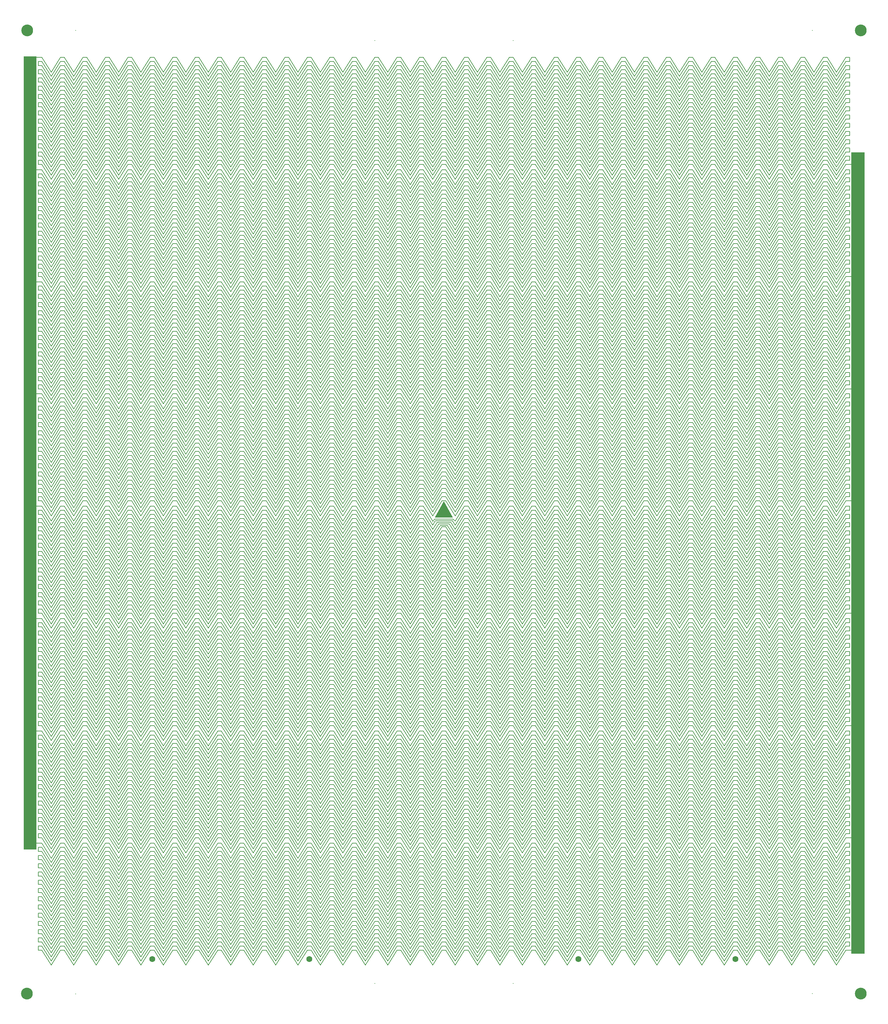
<source format=gtl>
%FSLAX25Y25*%
%MOIN*%
G70*
G01*
G75*
G04 Layer_Physical_Order=1*
G04 Layer_Color=255*
%ADD10R,0.06299X0.06299*%
%ADD11C,0.00800*%
%ADD12R,0.13900X8.43450*%
%ADD13R,0.12800X0.39900*%
%ADD14R,0.13700X8.34950*%
%ADD15C,0.06299*%
%ADD16C,0.01000*%
%ADD17C,0.12402*%
%ADD18C,0.02400*%
G36*
X475879Y527044D02*
X475627Y526612D01*
X457314D01*
X457060Y527042D01*
X465992Y543309D01*
X466665D01*
X475879Y527044D01*
D02*
G37*
D10*
X898654Y426753D02*
D03*
X34323Y536182D02*
D03*
Y890417D02*
D03*
X898654Y780988D02*
D03*
Y662743D02*
D03*
X34323Y772172D02*
D03*
Y654427D02*
D03*
X898654Y544998D02*
D03*
X34323Y417937D02*
D03*
X898654Y308508D02*
D03*
Y190263D02*
D03*
X34323Y299693D02*
D03*
Y181448D02*
D03*
X898654Y72018D02*
D03*
Y899233D02*
D03*
X34323Y1008662D02*
D03*
D11*
X444835Y525690D02*
X454678Y509942D01*
X431056D02*
X440898Y525690D01*
X444835D01*
X440898Y521359D02*
X444835D01*
X431056Y505611D02*
X440898Y521359D01*
X444835D02*
X454678Y505611D01*
X444835Y530021D02*
X454678Y514273D01*
X431056D02*
X440898Y530021D01*
X444835D01*
Y534352D02*
X454678Y518604D01*
X440898Y534352D02*
X444835D01*
X440898Y538682D02*
X444835D01*
X454678Y522934D01*
X431056Y518604D02*
X440898Y534352D01*
X431056Y522934D02*
X440898Y538682D01*
X454678Y509942D02*
X461024Y520096D01*
X473662Y521693D02*
X478300Y514273D01*
X454678D02*
X459319Y521699D01*
X454678Y518604D02*
X457614Y523302D01*
X470256Y518482D02*
X478300Y505611D01*
X462839Y518482D02*
X470256Y518482D01*
X454678Y505611D02*
X462751Y518481D01*
X471957Y520090D02*
X478300Y509942D01*
X461024Y520096D02*
X471957Y520096D01*
X459319Y521699D02*
X473662Y521698D01*
X457614Y523302D02*
X475294Y523300D01*
Y523275D02*
X478300Y518604D01*
X454678Y522904D02*
X456856Y525082D01*
X476152D01*
X478300Y522934D01*
X421213Y538682D02*
X431056Y522934D01*
X897985Y426084D02*
X898654Y426753D01*
X889717Y430415D02*
X893654D01*
X879875Y414667D02*
X889717Y430415D01*
X870032D02*
X879875Y414667D01*
X870032Y434745D02*
X879875Y418997D01*
X889717Y434745D01*
X893654D01*
X889717Y486714D02*
X893654D01*
X879875Y470966D02*
X889717Y486714D01*
X870032D02*
X879875Y470966D01*
X870032Y482383D02*
X879875Y466635D01*
X889717Y482383D01*
X893654D01*
X870032Y478052D02*
X879875Y462304D01*
X889717Y478052D01*
X893654D01*
X889717Y465060D02*
X893654D01*
X879875Y449312D02*
X889717Y465060D01*
X870032D02*
X879875Y449312D01*
X889717Y469391D02*
X893654D01*
X879875Y453643D02*
X889717Y469391D01*
X870032D02*
X879875Y453643D01*
X870032Y473722D02*
X879875Y457974D01*
X889717Y473722D01*
X893654D01*
X889717Y447737D02*
X893654D01*
X879875Y431989D02*
X889717Y447737D01*
X870032D02*
X879875Y431989D01*
X870032Y443407D02*
X879875Y427659D01*
X889717Y443407D01*
X893654D01*
X870032Y439076D02*
X879875Y423328D01*
X889717Y439076D01*
X893654D01*
X889717Y452068D02*
X893654D01*
X879875Y436320D02*
X889717Y452068D01*
X870032D02*
X879875Y436320D01*
X889717Y456399D02*
X893654D01*
X879875Y440651D02*
X889717Y456399D01*
X870032D02*
X879875Y440651D01*
X870032Y460730D02*
X879875Y444981D01*
X889717Y460730D01*
X893654D01*
X889717Y512698D02*
X893654D01*
X879875Y496950D02*
X889717Y512698D01*
X870032D02*
X879875Y496950D01*
X870032Y508367D02*
X879875Y492619D01*
X889717Y508367D01*
X893654D01*
X870032Y504037D02*
X879875Y488289D01*
X889717Y504037D01*
X893654D01*
X889717Y491045D02*
X893654D01*
X879875Y475296D02*
X889717Y491045D01*
X870032D02*
X879875Y475296D01*
X889717Y495375D02*
X893654D01*
X879875Y479627D02*
X889717Y495375D01*
X870032D02*
X879875Y479627D01*
X870032Y499706D02*
X879875Y483958D01*
X889717Y499706D01*
X893654D01*
X889717Y525690D02*
X893654D01*
X879875Y509942D02*
X889717Y525690D01*
X870032D02*
X879875Y509942D01*
X870032Y521359D02*
X879875Y505611D01*
X889717Y521359D01*
X893654D01*
X870032Y517029D02*
X879875Y501281D01*
X889717Y517029D01*
X893654D01*
Y534352D02*
Y538682D01*
X889717Y530021D02*
X893654D01*
X879875Y514273D02*
X889717Y530021D01*
X870032D02*
X879875Y514273D01*
X889717Y534352D02*
X893654D01*
X879875Y518604D02*
X889717Y534352D01*
X870032D02*
X879875Y518604D01*
X870032Y538682D02*
X879875Y522934D01*
X889717Y538682D01*
X893654D01*
Y525690D02*
Y530021D01*
Y517029D02*
Y521359D01*
Y508367D02*
Y512698D01*
Y499706D02*
Y504037D01*
Y491045D02*
Y495375D01*
Y482383D02*
Y486714D01*
Y473722D02*
Y478052D01*
Y465060D02*
Y469391D01*
Y456399D02*
Y460730D01*
Y447737D02*
Y452068D01*
Y439076D02*
Y443407D01*
Y430415D02*
Y434745D01*
X39323Y530021D02*
Y534352D01*
Y521359D02*
Y525690D01*
Y512698D02*
Y517029D01*
Y504037D02*
Y508367D01*
Y495375D02*
Y499706D01*
Y486714D02*
Y491045D01*
Y478052D02*
Y482383D01*
Y469391D02*
Y473722D01*
Y460730D02*
Y465060D01*
Y452068D02*
Y456399D01*
Y443407D02*
Y447737D01*
Y434745D02*
Y439076D01*
Y426084D02*
Y430415D01*
X43260Y538682D02*
X53103Y522934D01*
X62945Y538682D01*
X66882D01*
X86567D02*
X90504D01*
X76725Y522934D02*
X86567Y538682D01*
X66882D02*
X76725Y522934D01*
X114127Y538682D02*
X123969Y522934D01*
X133812Y538682D01*
X137749D01*
X110189D02*
X114127D01*
X100347Y522934D02*
X110189Y538682D01*
X90504D02*
X100347Y522934D01*
X184993Y538682D02*
X194835Y522934D01*
X204678Y538682D01*
X208615D01*
X228300D02*
X232237D01*
X218457Y522934D02*
X228300Y538682D01*
X208615D02*
X218457Y522934D01*
X161371Y538682D02*
X171213Y522934D01*
X181056Y538682D01*
X184993D01*
X157434D02*
X161371D01*
X147591Y522934D02*
X157434Y538682D01*
X137749D02*
X147591Y522934D01*
X326725Y538682D02*
X336567Y522934D01*
X346410Y538682D01*
X350347D01*
X370032D02*
X373969D01*
X360190Y522934D02*
X370032Y538682D01*
X350347D02*
X360190Y522934D01*
X397591Y538682D02*
X407434Y522934D01*
X417276Y538682D01*
X421213D01*
X393654D02*
X397591D01*
X383812Y522934D02*
X393654Y538682D01*
X373969D02*
X383812Y522934D01*
X279481Y538682D02*
X289323Y522934D01*
X299166Y538682D01*
X303103D01*
X322788D02*
X326725D01*
X312946Y522934D02*
X322788Y538682D01*
X303103D02*
X312946Y522934D01*
X255859Y538682D02*
X265701Y522934D01*
X275544Y538682D01*
X279481D01*
X251922D02*
X255859D01*
X242079Y522934D02*
X251922Y538682D01*
X232237D02*
X242079Y522934D01*
X610190Y538682D02*
X620032Y522934D01*
X629875Y538682D01*
X633812D01*
X653497D02*
X657434D01*
X643654Y522934D02*
X653497Y538682D01*
X633812D02*
X643654Y522934D01*
X681056Y538682D02*
X690898Y522934D01*
X700741Y538682D01*
X704678D01*
X677119D02*
X681056D01*
X667276Y522934D02*
X677119Y538682D01*
X657434D02*
X667276Y522934D01*
X751922Y538682D02*
X761764Y522934D01*
X771607Y538682D01*
X775544D01*
X795229D02*
X799166D01*
X785387Y522934D02*
X795229Y538682D01*
X775544D02*
X785387Y522934D01*
X728300Y538682D02*
X738142Y522934D01*
X747985Y538682D01*
X751922D01*
X724363D02*
X728300D01*
X714520Y522934D02*
X724363Y538682D01*
X704678D02*
X714520Y522934D01*
X515701Y538682D02*
X525544Y522934D01*
X535386Y538682D01*
X539323D01*
X559009D02*
X562946D01*
X549166Y522934D02*
X559009Y538682D01*
X539323D02*
X549166Y522934D01*
X586567Y538682D02*
X596410Y522934D01*
X606253Y538682D01*
X610190D01*
X582630D02*
X586567D01*
X572788Y522934D02*
X582630Y538682D01*
X562946D02*
X572788Y522934D01*
X478300D02*
X488142Y538682D01*
X492079D01*
X511764D02*
X515701D01*
X501922Y522934D02*
X511764Y538682D01*
X492079D02*
X501922Y522934D01*
X822788Y538682D02*
X832631Y522934D01*
X842473Y538682D01*
X846410D01*
X866095D02*
X870032D01*
X856253Y522934D02*
X866095Y538682D01*
X846410D02*
X856253Y522934D01*
X818851Y538682D02*
X822788D01*
X809009Y522934D02*
X818851Y538682D01*
X799166D02*
X809009Y522934D01*
X799166Y534352D02*
X809009Y518604D01*
X818851Y534352D01*
X822788D01*
X846410D02*
X856253Y518604D01*
X866095Y534352D01*
X870032D01*
X842473D02*
X846410D01*
X832631Y518604D02*
X842473Y534352D01*
X822788D02*
X832631Y518604D01*
X421213Y534352D02*
X431056Y518604D01*
X492079Y534352D02*
X501922Y518604D01*
X511764Y534352D01*
X515701D01*
X488142D02*
X492079D01*
X478300Y518604D02*
X488142Y534352D01*
X562946D02*
X572788Y518604D01*
X582630Y534352D01*
X586567D01*
X606253D02*
X610190D01*
X596410Y518604D02*
X606253Y534352D01*
X586567D02*
X596410Y518604D01*
X539323Y534352D02*
X549166Y518604D01*
X559009Y534352D01*
X562946D01*
X535386D02*
X539323D01*
X525544Y518604D02*
X535386Y534352D01*
X515701D02*
X525544Y518604D01*
X704678Y534352D02*
X714520Y518604D01*
X724363Y534352D01*
X728300D01*
X747985D02*
X751922D01*
X738142Y518604D02*
X747985Y534352D01*
X728300D02*
X738142Y518604D01*
X775544Y534352D02*
X785387Y518604D01*
X795229Y534352D01*
X799166D01*
X771607D02*
X775544D01*
X761764Y518604D02*
X771607Y534352D01*
X751922D02*
X761764Y518604D01*
X657434Y534352D02*
X667276Y518604D01*
X677119Y534352D01*
X681056D01*
X700741D02*
X704678D01*
X690898Y518604D02*
X700741Y534352D01*
X681056D02*
X690898Y518604D01*
X633812Y534352D02*
X643654Y518604D01*
X653497Y534352D01*
X657434D01*
X629875D02*
X633812D01*
X620032Y518604D02*
X629875Y534352D01*
X610190D02*
X620032Y518604D01*
X232237Y534352D02*
X242079Y518604D01*
X251922Y534352D01*
X255859D01*
X275544D02*
X279481D01*
X265701Y518604D02*
X275544Y534352D01*
X255859D02*
X265701Y518604D01*
X303103Y534352D02*
X312946Y518604D01*
X322788Y534352D01*
X326725D01*
X299166D02*
X303103D01*
X289323Y518604D02*
X299166Y534352D01*
X279481D02*
X289323Y518604D01*
X373969Y534352D02*
X383812Y518604D01*
X393654Y534352D01*
X397591D01*
X417276D02*
X421213D01*
X407434Y518604D02*
X417276Y534352D01*
X397591D02*
X407434Y518604D01*
X350347Y534352D02*
X360190Y518604D01*
X370032Y534352D01*
X373969D01*
X346410D02*
X350347D01*
X336567Y518604D02*
X346410Y534352D01*
X326725D02*
X336567Y518604D01*
X137749Y534352D02*
X147591Y518604D01*
X157434Y534352D01*
X161371D01*
X181056D02*
X184993D01*
X171213Y518604D02*
X181056Y534352D01*
X161371D02*
X171213Y518604D01*
X208615Y534352D02*
X218457Y518604D01*
X228300Y534352D01*
X232237D01*
X204678D02*
X208615D01*
X194835Y518604D02*
X204678Y534352D01*
X184993D02*
X194835Y518604D01*
X90504Y534352D02*
X100347Y518604D01*
X110189Y534352D01*
X114127D01*
X133812D02*
X137749D01*
X123969Y518604D02*
X133812Y534352D01*
X114127D02*
X123969Y518604D01*
X66882Y534352D02*
X76725Y518604D01*
X86567Y534352D01*
X90504D01*
X62945D02*
X66882D01*
X53103Y518604D02*
X62945Y534352D01*
X799166Y530021D02*
X809009Y514273D01*
X818851Y530021D01*
X822788D01*
X846410D02*
X856253Y514273D01*
X866095Y530021D01*
X870032D01*
X842473D02*
X846410D01*
X832631Y514273D02*
X842473Y530021D01*
X822788D02*
X832631Y514273D01*
X421213Y530021D02*
X431056Y514273D01*
X492079Y530021D02*
X501922Y514273D01*
X511764Y530021D01*
X515701D01*
X488142D02*
X492079D01*
X478300Y514273D02*
X488142Y530021D01*
X562946D02*
X572788Y514273D01*
X582630Y530021D01*
X586567D01*
X606253D02*
X610190D01*
X596410Y514273D02*
X606253Y530021D01*
X586567D02*
X596410Y514273D01*
X539323Y530021D02*
X549166Y514273D01*
X559009Y530021D01*
X562946D01*
X535386D02*
X539323D01*
X525544Y514273D02*
X535386Y530021D01*
X515701D02*
X525544Y514273D01*
X704678Y530021D02*
X714520Y514273D01*
X724363Y530021D01*
X728300D01*
X747985D02*
X751922D01*
X738142Y514273D02*
X747985Y530021D01*
X728300D02*
X738142Y514273D01*
X775544Y530021D02*
X785387Y514273D01*
X795229Y530021D01*
X799166D01*
X771607D02*
X775544D01*
X761764Y514273D02*
X771607Y530021D01*
X751922D02*
X761764Y514273D01*
X657434Y530021D02*
X667276Y514273D01*
X677119Y530021D01*
X681056D01*
X700741D02*
X704678D01*
X690898Y514273D02*
X700741Y530021D01*
X681056D02*
X690898Y514273D01*
X633812Y530021D02*
X643654Y514273D01*
X653497Y530021D01*
X657434D01*
X629875D02*
X633812D01*
X620032Y514273D02*
X629875Y530021D01*
X610190D02*
X620032Y514273D01*
X232237Y530021D02*
X242079Y514273D01*
X251922Y530021D01*
X255859D01*
X275544D02*
X279481D01*
X265701Y514273D02*
X275544Y530021D01*
X255859D02*
X265701Y514273D01*
X303103Y530021D02*
X312946Y514273D01*
X322788Y530021D01*
X326725D01*
X299166D02*
X303103D01*
X289323Y514273D02*
X299166Y530021D01*
X279481D02*
X289323Y514273D01*
X373969Y530021D02*
X383812Y514273D01*
X393654Y530021D01*
X397591D01*
X417276D02*
X421213D01*
X407434Y514273D02*
X417276Y530021D01*
X397591D02*
X407434Y514273D01*
X350347Y530021D02*
X360190Y514273D01*
X370032Y530021D01*
X373969D01*
X346410D02*
X350347D01*
X336567Y514273D02*
X346410Y530021D01*
X326725D02*
X336567Y514273D01*
X137749Y530021D02*
X147591Y514273D01*
X157434Y530021D01*
X161371D01*
X181056D02*
X184993D01*
X171213Y514273D02*
X181056Y530021D01*
X161371D02*
X171213Y514273D01*
X208615Y530021D02*
X218457Y514273D01*
X228300Y530021D01*
X232237D01*
X204678D02*
X208615D01*
X194835Y514273D02*
X204678Y530021D01*
X184993D02*
X194835Y514273D01*
X90504Y530021D02*
X100347Y514273D01*
X110189Y530021D01*
X114127D01*
X133812D02*
X137749D01*
X123969Y514273D02*
X133812Y530021D01*
X114127D02*
X123969Y514273D01*
X66882Y530021D02*
X76725Y514273D01*
X86567Y530021D01*
X90504D01*
X62945D02*
X66882D01*
X53103Y514273D02*
X62945Y530021D01*
X34323Y538682D02*
X43260D01*
Y534352D02*
X53103Y518604D01*
X43260Y530021D02*
X53103Y514273D01*
X39323Y534352D02*
X43260D01*
X39323Y530021D02*
X43260D01*
X39323Y517029D02*
X43260D01*
X39323Y521359D02*
X43260D01*
Y517029D02*
X53103Y501281D01*
X43260Y521359D02*
X53103Y505611D01*
X39323Y525690D02*
X43260D01*
X53103Y501281D02*
X62945Y517029D01*
X66882D01*
X86567D02*
X90504D01*
X76725Y501281D02*
X86567Y517029D01*
X66882D02*
X76725Y501281D01*
X114127Y517029D02*
X123969Y501281D01*
X133812Y517029D01*
X137749D01*
X110189D02*
X114127D01*
X100347Y501281D02*
X110189Y517029D01*
X90504D02*
X100347Y501281D01*
X184993Y517029D02*
X194835Y501281D01*
X204678Y517029D01*
X208615D01*
X228300D02*
X232237D01*
X218457Y501281D02*
X228300Y517029D01*
X208615D02*
X218457Y501281D01*
X161371Y517029D02*
X171213Y501281D01*
X181056Y517029D01*
X184993D01*
X157434D02*
X161371D01*
X147591Y501281D02*
X157434Y517029D01*
X137749D02*
X147591Y501281D01*
X326725Y517029D02*
X336567Y501281D01*
X346410Y517029D01*
X350347D01*
X370032D02*
X373969D01*
X360190Y501281D02*
X370032Y517029D01*
X350347D02*
X360190Y501281D01*
X397591Y517029D02*
X407434Y501281D01*
X417276Y517029D01*
X421213D01*
X393654D02*
X397591D01*
X383812Y501281D02*
X393654Y517029D01*
X373969D02*
X383812Y501281D01*
X279481Y517029D02*
X289323Y501281D01*
X299166Y517029D01*
X303103D01*
X322788D02*
X326725D01*
X312946Y501281D02*
X322788Y517029D01*
X303103D02*
X312946Y501281D01*
X255859Y517029D02*
X265701Y501281D01*
X275544Y517029D01*
X279481D01*
X251922D02*
X255859D01*
X242079Y501281D02*
X251922Y517029D01*
X232237D02*
X242079Y501281D01*
X610190Y517029D02*
X620032Y501281D01*
X629875Y517029D01*
X633812D01*
X653497D02*
X657434D01*
X643654Y501281D02*
X653497Y517029D01*
X633812D02*
X643654Y501281D01*
X681056Y517029D02*
X690898Y501281D01*
X700741Y517029D01*
X704678D01*
X677119D02*
X681056D01*
X667276Y501281D02*
X677119Y517029D01*
X657434D02*
X667276Y501281D01*
X751922Y517029D02*
X761764Y501281D01*
X771607Y517029D01*
X775544D01*
X795229D02*
X799166D01*
X785387Y501281D02*
X795229Y517029D01*
X775544D02*
X785387Y501281D01*
X728300Y517029D02*
X738142Y501281D01*
X747985Y517029D01*
X751922D01*
X724363D02*
X728300D01*
X714520Y501281D02*
X724363Y517029D01*
X704678D02*
X714520Y501281D01*
X515701Y517029D02*
X525544Y501281D01*
X535386Y517029D01*
X539323D01*
X559009D02*
X562946D01*
X549166Y501281D02*
X559009Y517029D01*
X539323D02*
X549166Y501281D01*
X586567Y517029D02*
X596410Y501281D01*
X606253Y517029D01*
X610190D01*
X582630D02*
X586567D01*
X572788Y501281D02*
X582630Y517029D01*
X562946D02*
X572788Y501281D01*
X468457Y517029D02*
X478300Y501281D01*
X488142Y517029D01*
X492079D01*
X511764D02*
X515701D01*
X501922Y501281D02*
X511764Y517029D01*
X492079D02*
X501922Y501281D01*
X444835Y517029D02*
X454678Y501281D01*
X464520Y517029D01*
X468457D01*
X440898D02*
X444835D01*
X431056Y501281D02*
X440898Y517029D01*
X421213D02*
X431056Y501281D01*
X822788Y517029D02*
X832631Y501281D01*
X842473Y517029D01*
X846410D01*
X866095D02*
X870032D01*
X856253Y501281D02*
X866095Y517029D01*
X846410D02*
X856253Y501281D01*
X818851Y517029D02*
X822788D01*
X809009Y501281D02*
X818851Y517029D01*
X799166D02*
X809009Y501281D01*
X53103Y505611D02*
X62945Y521359D01*
X66882D01*
X86567D02*
X90504D01*
X76725Y505611D02*
X86567Y521359D01*
X66882D02*
X76725Y505611D01*
X114127Y521359D02*
X123969Y505611D01*
X133812Y521359D01*
X137749D01*
X110189D02*
X114127D01*
X100347Y505611D02*
X110189Y521359D01*
X90504D02*
X100347Y505611D01*
X184993Y521359D02*
X194835Y505611D01*
X204678Y521359D01*
X208615D01*
X228300D02*
X232237D01*
X218457Y505611D02*
X228300Y521359D01*
X208615D02*
X218457Y505611D01*
X161371Y521359D02*
X171213Y505611D01*
X181056Y521359D01*
X184993D01*
X157434D02*
X161371D01*
X147591Y505611D02*
X157434Y521359D01*
X137749D02*
X147591Y505611D01*
X326725Y521359D02*
X336567Y505611D01*
X346410Y521359D01*
X350347D01*
X370032D02*
X373969D01*
X360190Y505611D02*
X370032Y521359D01*
X350347D02*
X360190Y505611D01*
X397591Y521359D02*
X407434Y505611D01*
X417276Y521359D01*
X421213D01*
X393654D02*
X397591D01*
X383812Y505611D02*
X393654Y521359D01*
X373969D02*
X383812Y505611D01*
X279481Y521359D02*
X289323Y505611D01*
X299166Y521359D01*
X303103D01*
X322788D02*
X326725D01*
X312946Y505611D02*
X322788Y521359D01*
X303103D02*
X312946Y505611D01*
X255859Y521359D02*
X265701Y505611D01*
X275544Y521359D01*
X279481D01*
X251922D02*
X255859D01*
X242079Y505611D02*
X251922Y521359D01*
X232237D02*
X242079Y505611D01*
X610190Y521359D02*
X620032Y505611D01*
X629875Y521359D01*
X633812D01*
X653497D02*
X657434D01*
X643654Y505611D02*
X653497Y521359D01*
X633812D02*
X643654Y505611D01*
X681056Y521359D02*
X690898Y505611D01*
X700741Y521359D01*
X704678D01*
X677119D02*
X681056D01*
X667276Y505611D02*
X677119Y521359D01*
X657434D02*
X667276Y505611D01*
X751922Y521359D02*
X761764Y505611D01*
X771607Y521359D01*
X775544D01*
X795229D02*
X799166D01*
X785387Y505611D02*
X795229Y521359D01*
X775544D02*
X785387Y505611D01*
X728300Y521359D02*
X738142Y505611D01*
X747985Y521359D01*
X751922D01*
X724363D02*
X728300D01*
X714520Y505611D02*
X724363Y521359D01*
X704678D02*
X714520Y505611D01*
X515701Y521359D02*
X525544Y505611D01*
X535386Y521359D01*
X539323D01*
X559009D02*
X562946D01*
X549166Y505611D02*
X559009Y521359D01*
X539323D02*
X549166Y505611D01*
X586567Y521359D02*
X596410Y505611D01*
X606253Y521359D01*
X610190D01*
X582630D02*
X586567D01*
X572788Y505611D02*
X582630Y521359D01*
X562946D02*
X572788Y505611D01*
X478300D02*
X488142Y521359D01*
X492079D01*
X511764D02*
X515701D01*
X501922Y505611D02*
X511764Y521359D01*
X492079D02*
X501922Y505611D01*
X421213Y521359D02*
X431056Y505611D01*
X822788Y521359D02*
X832631Y505611D01*
X842473Y521359D01*
X846410D01*
X866095D02*
X870032D01*
X856253Y505611D02*
X866095Y521359D01*
X846410D02*
X856253Y505611D01*
X818851Y521359D02*
X822788D01*
X809009Y505611D02*
X818851Y521359D01*
X799166D02*
X809009Y505611D01*
X799166Y525690D02*
X809009Y509942D01*
X818851Y525690D01*
X822788D01*
X846410D02*
X856253Y509942D01*
X866095Y525690D01*
X870032D01*
X842473D02*
X846410D01*
X832631Y509942D02*
X842473Y525690D01*
X822788D02*
X832631Y509942D01*
X421213Y525690D02*
X431056Y509942D01*
X492079Y525690D02*
X501922Y509942D01*
X511764Y525690D01*
X515701D01*
X488142D02*
X492079D01*
X478300Y509942D02*
X488142Y525690D01*
X562946D02*
X572788Y509942D01*
X582630Y525690D01*
X586567D01*
X606253D02*
X610190D01*
X596410Y509942D02*
X606253Y525690D01*
X586567D02*
X596410Y509942D01*
X539323Y525690D02*
X549166Y509942D01*
X559009Y525690D01*
X562946D01*
X535386D02*
X539323D01*
X525544Y509942D02*
X535386Y525690D01*
X515701D02*
X525544Y509942D01*
X704678Y525690D02*
X714520Y509942D01*
X724363Y525690D01*
X728300D01*
X747985D02*
X751922D01*
X738142Y509942D02*
X747985Y525690D01*
X728300D02*
X738142Y509942D01*
X775544Y525690D02*
X785387Y509942D01*
X795229Y525690D01*
X799166D01*
X771607D02*
X775544D01*
X761764Y509942D02*
X771607Y525690D01*
X751922D02*
X761764Y509942D01*
X657434Y525690D02*
X667276Y509942D01*
X677119Y525690D01*
X681056D01*
X700741D02*
X704678D01*
X690898Y509942D02*
X700741Y525690D01*
X681056D02*
X690898Y509942D01*
X633812Y525690D02*
X643654Y509942D01*
X653497Y525690D01*
X657434D01*
X629875D02*
X633812D01*
X620032Y509942D02*
X629875Y525690D01*
X610190D02*
X620032Y509942D01*
X232237Y525690D02*
X242079Y509942D01*
X251922Y525690D01*
X255859D01*
X275544D02*
X279481D01*
X265701Y509942D02*
X275544Y525690D01*
X255859D02*
X265701Y509942D01*
X303103Y525690D02*
X312946Y509942D01*
X322788Y525690D01*
X326725D01*
X299166D02*
X303103D01*
X289323Y509942D02*
X299166Y525690D01*
X279481D02*
X289323Y509942D01*
X373969Y525690D02*
X383812Y509942D01*
X393654Y525690D01*
X397591D01*
X417276D02*
X421213D01*
X407434Y509942D02*
X417276Y525690D01*
X397591D02*
X407434Y509942D01*
X350347Y525690D02*
X360190Y509942D01*
X370032Y525690D01*
X373969D01*
X346410D02*
X350347D01*
X336567Y509942D02*
X346410Y525690D01*
X326725D02*
X336567Y509942D01*
X137749Y525690D02*
X147591Y509942D01*
X157434Y525690D01*
X161371D01*
X181056D02*
X184993D01*
X171213Y509942D02*
X181056Y525690D01*
X161371D02*
X171213Y509942D01*
X208615Y525690D02*
X218457Y509942D01*
X228300Y525690D01*
X232237D01*
X204678D02*
X208615D01*
X194835Y509942D02*
X204678Y525690D01*
X184993D02*
X194835Y509942D01*
X90504Y525690D02*
X100347Y509942D01*
X110189Y525690D01*
X114127D01*
X133812D02*
X137749D01*
X123969Y509942D02*
X133812Y525690D01*
X114127D02*
X123969Y509942D01*
X66882Y525690D02*
X76725Y509942D01*
X86567Y525690D01*
X90504D01*
X62945D02*
X66882D01*
X53103Y509942D02*
X62945Y525690D01*
X43260D02*
X53103Y509942D01*
X43260Y499706D02*
X53103Y483958D01*
X62945Y499706D01*
X66882D01*
X86567D02*
X90504D01*
X76725Y483958D02*
X86567Y499706D01*
X66882D02*
X76725Y483958D01*
X114127Y499706D02*
X123969Y483958D01*
X133812Y499706D01*
X137749D01*
X110189D02*
X114127D01*
X100347Y483958D02*
X110189Y499706D01*
X90504D02*
X100347Y483958D01*
X184993Y499706D02*
X194835Y483958D01*
X204678Y499706D01*
X208615D01*
X228300D02*
X232237D01*
X218457Y483958D02*
X228300Y499706D01*
X208615D02*
X218457Y483958D01*
X161371Y499706D02*
X171213Y483958D01*
X181056Y499706D01*
X184993D01*
X157434D02*
X161371D01*
X147591Y483958D02*
X157434Y499706D01*
X137749D02*
X147591Y483958D01*
X326725Y499706D02*
X336567Y483958D01*
X346410Y499706D01*
X350347D01*
X370032D02*
X373969D01*
X360190Y483958D02*
X370032Y499706D01*
X350347D02*
X360190Y483958D01*
X397591Y499706D02*
X407434Y483958D01*
X417276Y499706D01*
X421213D01*
X393654D02*
X397591D01*
X383812Y483958D02*
X393654Y499706D01*
X373969D02*
X383812Y483958D01*
X279481Y499706D02*
X289323Y483958D01*
X299166Y499706D01*
X303103D01*
X322788D02*
X326725D01*
X312946Y483958D02*
X322788Y499706D01*
X303103D02*
X312946Y483958D01*
X255859Y499706D02*
X265701Y483958D01*
X275544Y499706D01*
X279481D01*
X251922D02*
X255859D01*
X242079Y483958D02*
X251922Y499706D01*
X232237D02*
X242079Y483958D01*
X610190Y499706D02*
X620032Y483958D01*
X629875Y499706D01*
X633812D01*
X653497D02*
X657434D01*
X643654Y483958D02*
X653497Y499706D01*
X633812D02*
X643654Y483958D01*
X681056Y499706D02*
X690898Y483958D01*
X700741Y499706D01*
X704678D01*
X677119D02*
X681056D01*
X667276Y483958D02*
X677119Y499706D01*
X657434D02*
X667276Y483958D01*
X751922Y499706D02*
X761764Y483958D01*
X771607Y499706D01*
X775544D01*
X795229D02*
X799166D01*
X785387Y483958D02*
X795229Y499706D01*
X775544D02*
X785387Y483958D01*
X728300Y499706D02*
X738142Y483958D01*
X747985Y499706D01*
X751922D01*
X724363D02*
X728300D01*
X714520Y483958D02*
X724363Y499706D01*
X704678D02*
X714520Y483958D01*
X515701Y499706D02*
X525544Y483958D01*
X535386Y499706D01*
X539323D01*
X559009D02*
X562946D01*
X549166Y483958D02*
X559009Y499706D01*
X539323D02*
X549166Y483958D01*
X586567Y499706D02*
X596410Y483958D01*
X606253Y499706D01*
X610190D01*
X582630D02*
X586567D01*
X572788Y483958D02*
X582630Y499706D01*
X562946D02*
X572788Y483958D01*
X468457Y499706D02*
X478300Y483958D01*
X488142Y499706D01*
X492079D01*
X511764D02*
X515701D01*
X501922Y483958D02*
X511764Y499706D01*
X492079D02*
X501922Y483958D01*
X444835Y499706D02*
X454678Y483958D01*
X464520Y499706D01*
X468457D01*
X440898D02*
X444835D01*
X431056Y483958D02*
X440898Y499706D01*
X421213D02*
X431056Y483958D01*
X822788Y499706D02*
X832631Y483958D01*
X842473Y499706D01*
X846410D01*
X866095D02*
X870032D01*
X856253Y483958D02*
X866095Y499706D01*
X846410D02*
X856253Y483958D01*
X818851Y499706D02*
X822788D01*
X809009Y483958D02*
X818851Y499706D01*
X799166D02*
X809009Y483958D01*
X799166Y495375D02*
X809009Y479627D01*
X818851Y495375D01*
X822788D01*
X846410D02*
X856253Y479627D01*
X866095Y495375D01*
X870032D01*
X842473D02*
X846410D01*
X832631Y479627D02*
X842473Y495375D01*
X822788D02*
X832631Y479627D01*
X421213Y495375D02*
X431056Y479627D01*
X440898Y495375D01*
X444835D01*
X464520D02*
X468457D01*
X454678Y479627D02*
X464520Y495375D01*
X444835D02*
X454678Y479627D01*
X492079Y495375D02*
X501922Y479627D01*
X511764Y495375D01*
X515701D01*
X488142D02*
X492079D01*
X478300Y479627D02*
X488142Y495375D01*
X468457D02*
X478300Y479627D01*
X562946Y495375D02*
X572788Y479627D01*
X582630Y495375D01*
X586567D01*
X606253D02*
X610190D01*
X596410Y479627D02*
X606253Y495375D01*
X586567D02*
X596410Y479627D01*
X539323Y495375D02*
X549166Y479627D01*
X559009Y495375D01*
X562946D01*
X535386D02*
X539323D01*
X525544Y479627D02*
X535386Y495375D01*
X515701D02*
X525544Y479627D01*
X704678Y495375D02*
X714520Y479627D01*
X724363Y495375D01*
X728300D01*
X747985D02*
X751922D01*
X738142Y479627D02*
X747985Y495375D01*
X728300D02*
X738142Y479627D01*
X775544Y495375D02*
X785387Y479627D01*
X795229Y495375D01*
X799166D01*
X771607D02*
X775544D01*
X761764Y479627D02*
X771607Y495375D01*
X751922D02*
X761764Y479627D01*
X657434Y495375D02*
X667276Y479627D01*
X677119Y495375D01*
X681056D01*
X700741D02*
X704678D01*
X690898Y479627D02*
X700741Y495375D01*
X681056D02*
X690898Y479627D01*
X633812Y495375D02*
X643654Y479627D01*
X653497Y495375D01*
X657434D01*
X629875D02*
X633812D01*
X620032Y479627D02*
X629875Y495375D01*
X610190D02*
X620032Y479627D01*
X232237Y495375D02*
X242079Y479627D01*
X251922Y495375D01*
X255859D01*
X275544D02*
X279481D01*
X265701Y479627D02*
X275544Y495375D01*
X255859D02*
X265701Y479627D01*
X303103Y495375D02*
X312946Y479627D01*
X322788Y495375D01*
X326725D01*
X299166D02*
X303103D01*
X289323Y479627D02*
X299166Y495375D01*
X279481D02*
X289323Y479627D01*
X373969Y495375D02*
X383812Y479627D01*
X393654Y495375D01*
X397591D01*
X417276D02*
X421213D01*
X407434Y479627D02*
X417276Y495375D01*
X397591D02*
X407434Y479627D01*
X350347Y495375D02*
X360190Y479627D01*
X370032Y495375D01*
X373969D01*
X346410D02*
X350347D01*
X336567Y479627D02*
X346410Y495375D01*
X326725D02*
X336567Y479627D01*
X137749Y495375D02*
X147591Y479627D01*
X157434Y495375D01*
X161371D01*
X181056D02*
X184993D01*
X171213Y479627D02*
X181056Y495375D01*
X161371D02*
X171213Y479627D01*
X208615Y495375D02*
X218457Y479627D01*
X228300Y495375D01*
X232237D01*
X204678D02*
X208615D01*
X194835Y479627D02*
X204678Y495375D01*
X184993D02*
X194835Y479627D01*
X90504Y495375D02*
X100347Y479627D01*
X110189Y495375D01*
X114127D01*
X133812D02*
X137749D01*
X123969Y479627D02*
X133812Y495375D01*
X114127D02*
X123969Y479627D01*
X66882Y495375D02*
X76725Y479627D01*
X86567Y495375D01*
X90504D01*
X62945D02*
X66882D01*
X53103Y479627D02*
X62945Y495375D01*
X799166Y491045D02*
X809009Y475296D01*
X818851Y491045D01*
X822788D01*
X846410D02*
X856253Y475296D01*
X866095Y491045D01*
X870032D01*
X842473D02*
X846410D01*
X832631Y475296D02*
X842473Y491045D01*
X822788D02*
X832631Y475296D01*
X421213Y491045D02*
X431056Y475296D01*
X440898Y491045D01*
X444835D01*
X464520D02*
X468457D01*
X454678Y475296D02*
X464520Y491045D01*
X444835D02*
X454678Y475296D01*
X492079Y491045D02*
X501922Y475296D01*
X511764Y491045D01*
X515701D01*
X488142D02*
X492079D01*
X478300Y475296D02*
X488142Y491045D01*
X468457D02*
X478300Y475296D01*
X562946Y491045D02*
X572788Y475296D01*
X582630Y491045D01*
X586567D01*
X606253D02*
X610190D01*
X596410Y475296D02*
X606253Y491045D01*
X586567D02*
X596410Y475296D01*
X539323Y491045D02*
X549166Y475296D01*
X559009Y491045D01*
X562946D01*
X535386D02*
X539323D01*
X525544Y475296D02*
X535386Y491045D01*
X515701D02*
X525544Y475296D01*
X704678Y491045D02*
X714520Y475296D01*
X724363Y491045D01*
X728300D01*
X747985D02*
X751922D01*
X738142Y475296D02*
X747985Y491045D01*
X728300D02*
X738142Y475296D01*
X775544Y491045D02*
X785387Y475296D01*
X795229Y491045D01*
X799166D01*
X771607D02*
X775544D01*
X761764Y475296D02*
X771607Y491045D01*
X751922D02*
X761764Y475296D01*
X657434Y491045D02*
X667276Y475296D01*
X677119Y491045D01*
X681056D01*
X700741D02*
X704678D01*
X690898Y475296D02*
X700741Y491045D01*
X681056D02*
X690898Y475296D01*
X633812Y491045D02*
X643654Y475296D01*
X653497Y491045D01*
X657434D01*
X629875D02*
X633812D01*
X620032Y475296D02*
X629875Y491045D01*
X610190D02*
X620032Y475296D01*
X232237Y491045D02*
X242079Y475296D01*
X251922Y491045D01*
X255859D01*
X275544D02*
X279481D01*
X265701Y475296D02*
X275544Y491045D01*
X255859D02*
X265701Y475296D01*
X303103Y491045D02*
X312946Y475296D01*
X322788Y491045D01*
X326725D01*
X299166D02*
X303103D01*
X289323Y475296D02*
X299166Y491045D01*
X279481D02*
X289323Y475296D01*
X373969Y491045D02*
X383812Y475296D01*
X393654Y491045D01*
X397591D01*
X417276D02*
X421213D01*
X407434Y475296D02*
X417276Y491045D01*
X397591D02*
X407434Y475296D01*
X350347Y491045D02*
X360190Y475296D01*
X370032Y491045D01*
X373969D01*
X346410D02*
X350347D01*
X336567Y475296D02*
X346410Y491045D01*
X326725D02*
X336567Y475296D01*
X137749Y491045D02*
X147591Y475296D01*
X157434Y491045D01*
X161371D01*
X181056D02*
X184993D01*
X171213Y475296D02*
X181056Y491045D01*
X161371D02*
X171213Y475296D01*
X208615Y491045D02*
X218457Y475296D01*
X228300Y491045D01*
X232237D01*
X204678D02*
X208615D01*
X194835Y475296D02*
X204678Y491045D01*
X184993D02*
X194835Y475296D01*
X90504Y491045D02*
X100347Y475296D01*
X110189Y491045D01*
X114127D01*
X133812D02*
X137749D01*
X123969Y475296D02*
X133812Y491045D01*
X114127D02*
X123969Y475296D01*
X66882Y491045D02*
X76725Y475296D01*
X86567Y491045D01*
X90504D01*
X62945D02*
X66882D01*
X53103Y475296D02*
X62945Y491045D01*
X39323Y499706D02*
X43260D01*
Y495375D02*
X53103Y479627D01*
X43260Y491045D02*
X53103Y475296D01*
X39323Y495375D02*
X43260D01*
X39323Y491045D02*
X43260D01*
X39323Y504037D02*
X43260D01*
X39323Y508367D02*
X43260D01*
Y504037D02*
X53103Y488289D01*
X43260Y508367D02*
X53103Y492619D01*
X39323Y512698D02*
X43260D01*
X53103Y488289D02*
X62945Y504037D01*
X66882D01*
X86567D02*
X90504D01*
X76725Y488289D02*
X86567Y504037D01*
X66882D02*
X76725Y488289D01*
X114127Y504037D02*
X123969Y488289D01*
X133812Y504037D01*
X137749D01*
X110189D02*
X114127D01*
X100347Y488289D02*
X110189Y504037D01*
X90504D02*
X100347Y488289D01*
X184993Y504037D02*
X194835Y488289D01*
X204678Y504037D01*
X208615D01*
X228300D02*
X232237D01*
X218457Y488289D02*
X228300Y504037D01*
X208615D02*
X218457Y488289D01*
X161371Y504037D02*
X171213Y488289D01*
X181056Y504037D01*
X184993D01*
X157434D02*
X161371D01*
X147591Y488289D02*
X157434Y504037D01*
X137749D02*
X147591Y488289D01*
X326725Y504037D02*
X336567Y488289D01*
X346410Y504037D01*
X350347D01*
X370032D02*
X373969D01*
X360190Y488289D02*
X370032Y504037D01*
X350347D02*
X360190Y488289D01*
X397591Y504037D02*
X407434Y488289D01*
X417276Y504037D01*
X421213D01*
X393654D02*
X397591D01*
X383812Y488289D02*
X393654Y504037D01*
X373969D02*
X383812Y488289D01*
X279481Y504037D02*
X289323Y488289D01*
X299166Y504037D01*
X303103D01*
X322788D02*
X326725D01*
X312946Y488289D02*
X322788Y504037D01*
X303103D02*
X312946Y488289D01*
X255859Y504037D02*
X265701Y488289D01*
X275544Y504037D01*
X279481D01*
X251922D02*
X255859D01*
X242079Y488289D02*
X251922Y504037D01*
X232237D02*
X242079Y488289D01*
X610190Y504037D02*
X620032Y488289D01*
X629875Y504037D01*
X633812D01*
X653497D02*
X657434D01*
X643654Y488289D02*
X653497Y504037D01*
X633812D02*
X643654Y488289D01*
X681056Y504037D02*
X690898Y488289D01*
X700741Y504037D01*
X704678D01*
X677119D02*
X681056D01*
X667276Y488289D02*
X677119Y504037D01*
X657434D02*
X667276Y488289D01*
X751922Y504037D02*
X761764Y488289D01*
X771607Y504037D01*
X775544D01*
X795229D02*
X799166D01*
X785387Y488289D02*
X795229Y504037D01*
X775544D02*
X785387Y488289D01*
X728300Y504037D02*
X738142Y488289D01*
X747985Y504037D01*
X751922D01*
X724363D02*
X728300D01*
X714520Y488289D02*
X724363Y504037D01*
X704678D02*
X714520Y488289D01*
X515701Y504037D02*
X525544Y488289D01*
X535386Y504037D01*
X539323D01*
X559009D02*
X562946D01*
X549166Y488289D02*
X559009Y504037D01*
X539323D02*
X549166Y488289D01*
X586567Y504037D02*
X596410Y488289D01*
X606253Y504037D01*
X610190D01*
X582630D02*
X586567D01*
X572788Y488289D02*
X582630Y504037D01*
X562946D02*
X572788Y488289D01*
X468457Y504037D02*
X478300Y488289D01*
X488142Y504037D01*
X492079D01*
X511764D02*
X515701D01*
X501922Y488289D02*
X511764Y504037D01*
X492079D02*
X501922Y488289D01*
X444835Y504037D02*
X454678Y488289D01*
X464520Y504037D01*
X468457D01*
X440898D02*
X444835D01*
X431056Y488289D02*
X440898Y504037D01*
X421213D02*
X431056Y488289D01*
X822788Y504037D02*
X832631Y488289D01*
X842473Y504037D01*
X846410D01*
X866095D02*
X870032D01*
X856253Y488289D02*
X866095Y504037D01*
X846410D02*
X856253Y488289D01*
X818851Y504037D02*
X822788D01*
X809009Y488289D02*
X818851Y504037D01*
X799166D02*
X809009Y488289D01*
X53103Y492619D02*
X62945Y508367D01*
X66882D01*
X86567D02*
X90504D01*
X76725Y492619D02*
X86567Y508367D01*
X66882D02*
X76725Y492619D01*
X114127Y508367D02*
X123969Y492619D01*
X133812Y508367D01*
X137749D01*
X110189D02*
X114127D01*
X100347Y492619D02*
X110189Y508367D01*
X90504D02*
X100347Y492619D01*
X184993Y508367D02*
X194835Y492619D01*
X204678Y508367D01*
X208615D01*
X228300D02*
X232237D01*
X218457Y492619D02*
X228300Y508367D01*
X208615D02*
X218457Y492619D01*
X161371Y508367D02*
X171213Y492619D01*
X181056Y508367D01*
X184993D01*
X157434D02*
X161371D01*
X147591Y492619D02*
X157434Y508367D01*
X137749D02*
X147591Y492619D01*
X326725Y508367D02*
X336567Y492619D01*
X346410Y508367D01*
X350347D01*
X370032D02*
X373969D01*
X360190Y492619D02*
X370032Y508367D01*
X350347D02*
X360190Y492619D01*
X397591Y508367D02*
X407434Y492619D01*
X417276Y508367D01*
X421213D01*
X393654D02*
X397591D01*
X383812Y492619D02*
X393654Y508367D01*
X373969D02*
X383812Y492619D01*
X279481Y508367D02*
X289323Y492619D01*
X299166Y508367D01*
X303103D01*
X322788D02*
X326725D01*
X312946Y492619D02*
X322788Y508367D01*
X303103D02*
X312946Y492619D01*
X255859Y508367D02*
X265701Y492619D01*
X275544Y508367D01*
X279481D01*
X251922D02*
X255859D01*
X242079Y492619D02*
X251922Y508367D01*
X232237D02*
X242079Y492619D01*
X610190Y508367D02*
X620032Y492619D01*
X629875Y508367D01*
X633812D01*
X653497D02*
X657434D01*
X643654Y492619D02*
X653497Y508367D01*
X633812D02*
X643654Y492619D01*
X681056Y508367D02*
X690898Y492619D01*
X700741Y508367D01*
X704678D01*
X677119D02*
X681056D01*
X667276Y492619D02*
X677119Y508367D01*
X657434D02*
X667276Y492619D01*
X751922Y508367D02*
X761764Y492619D01*
X771607Y508367D01*
X775544D01*
X795229D02*
X799166D01*
X785387Y492619D02*
X795229Y508367D01*
X775544D02*
X785387Y492619D01*
X728300Y508367D02*
X738142Y492619D01*
X747985Y508367D01*
X751922D01*
X724363D02*
X728300D01*
X714520Y492619D02*
X724363Y508367D01*
X704678D02*
X714520Y492619D01*
X515701Y508367D02*
X525544Y492619D01*
X535386Y508367D01*
X539323D01*
X559009D02*
X562946D01*
X549166Y492619D02*
X559009Y508367D01*
X539323D02*
X549166Y492619D01*
X586567Y508367D02*
X596410Y492619D01*
X606253Y508367D01*
X610190D01*
X582630D02*
X586567D01*
X572788Y492619D02*
X582630Y508367D01*
X562946D02*
X572788Y492619D01*
X468457Y508367D02*
X478300Y492619D01*
X488142Y508367D01*
X492079D01*
X511764D02*
X515701D01*
X501922Y492619D02*
X511764Y508367D01*
X492079D02*
X501922Y492619D01*
X444835Y508367D02*
X454678Y492619D01*
X464520Y508367D01*
X468457D01*
X440898D02*
X444835D01*
X431056Y492619D02*
X440898Y508367D01*
X421213D02*
X431056Y492619D01*
X822788Y508367D02*
X832631Y492619D01*
X842473Y508367D01*
X846410D01*
X866095D02*
X870032D01*
X856253Y492619D02*
X866095Y508367D01*
X846410D02*
X856253Y492619D01*
X818851Y508367D02*
X822788D01*
X809009Y492619D02*
X818851Y508367D01*
X799166D02*
X809009Y492619D01*
X799166Y512698D02*
X809009Y496950D01*
X818851Y512698D01*
X822788D01*
X846410D02*
X856253Y496950D01*
X866095Y512698D01*
X870032D01*
X842473D02*
X846410D01*
X832631Y496950D02*
X842473Y512698D01*
X822788D02*
X832631Y496950D01*
X421213Y512698D02*
X431056Y496950D01*
X440898Y512698D01*
X444835D01*
X464520D02*
X468457D01*
X454678Y496950D02*
X464520Y512698D01*
X444835D02*
X454678Y496950D01*
X492079Y512698D02*
X501922Y496950D01*
X511764Y512698D01*
X515701D01*
X488142D02*
X492079D01*
X478300Y496950D02*
X488142Y512698D01*
X468457D02*
X478300Y496950D01*
X562946Y512698D02*
X572788Y496950D01*
X582630Y512698D01*
X586567D01*
X606253D02*
X610190D01*
X596410Y496950D02*
X606253Y512698D01*
X586567D02*
X596410Y496950D01*
X539323Y512698D02*
X549166Y496950D01*
X559009Y512698D01*
X562946D01*
X535386D02*
X539323D01*
X525544Y496950D02*
X535386Y512698D01*
X515701D02*
X525544Y496950D01*
X704678Y512698D02*
X714520Y496950D01*
X724363Y512698D01*
X728300D01*
X747985D02*
X751922D01*
X738142Y496950D02*
X747985Y512698D01*
X728300D02*
X738142Y496950D01*
X775544Y512698D02*
X785387Y496950D01*
X795229Y512698D01*
X799166D01*
X771607D02*
X775544D01*
X761764Y496950D02*
X771607Y512698D01*
X751922D02*
X761764Y496950D01*
X657434Y512698D02*
X667276Y496950D01*
X677119Y512698D01*
X681056D01*
X700741D02*
X704678D01*
X690898Y496950D02*
X700741Y512698D01*
X681056D02*
X690898Y496950D01*
X633812Y512698D02*
X643654Y496950D01*
X653497Y512698D01*
X657434D01*
X629875D02*
X633812D01*
X620032Y496950D02*
X629875Y512698D01*
X610190D02*
X620032Y496950D01*
X232237Y512698D02*
X242079Y496950D01*
X251922Y512698D01*
X255859D01*
X275544D02*
X279481D01*
X265701Y496950D02*
X275544Y512698D01*
X255859D02*
X265701Y496950D01*
X303103Y512698D02*
X312946Y496950D01*
X322788Y512698D01*
X326725D01*
X299166D02*
X303103D01*
X289323Y496950D02*
X299166Y512698D01*
X279481D02*
X289323Y496950D01*
X373969Y512698D02*
X383812Y496950D01*
X393654Y512698D01*
X397591D01*
X417276D02*
X421213D01*
X407434Y496950D02*
X417276Y512698D01*
X397591D02*
X407434Y496950D01*
X350347Y512698D02*
X360190Y496950D01*
X370032Y512698D01*
X373969D01*
X346410D02*
X350347D01*
X336567Y496950D02*
X346410Y512698D01*
X326725D02*
X336567Y496950D01*
X137749Y512698D02*
X147591Y496950D01*
X157434Y512698D01*
X161371D01*
X181056D02*
X184993D01*
X171213Y496950D02*
X181056Y512698D01*
X161371D02*
X171213Y496950D01*
X208615Y512698D02*
X218457Y496950D01*
X228300Y512698D01*
X232237D01*
X204678D02*
X208615D01*
X194835Y496950D02*
X204678Y512698D01*
X184993D02*
X194835Y496950D01*
X90504Y512698D02*
X100347Y496950D01*
X110189Y512698D01*
X114127D01*
X133812D02*
X137749D01*
X123969Y496950D02*
X133812Y512698D01*
X114127D02*
X123969Y496950D01*
X66882Y512698D02*
X76725Y496950D01*
X86567Y512698D01*
X90504D01*
X62945D02*
X66882D01*
X53103Y496950D02*
X62945Y512698D01*
X43260D02*
X53103Y496950D01*
X43260Y460730D02*
X53103Y444981D01*
X62945Y460730D01*
X66882D01*
X86567D02*
X90504D01*
X76725Y444981D02*
X86567Y460730D01*
X66882D02*
X76725Y444981D01*
X114127Y460730D02*
X123969Y444981D01*
X133812Y460730D01*
X137749D01*
X110189D02*
X114127D01*
X100347Y444981D02*
X110189Y460730D01*
X90504D02*
X100347Y444981D01*
X184993Y460730D02*
X194835Y444981D01*
X204678Y460730D01*
X208615D01*
X228300D02*
X232237D01*
X218457Y444981D02*
X228300Y460730D01*
X208615D02*
X218457Y444981D01*
X161371Y460730D02*
X171213Y444981D01*
X181056Y460730D01*
X184993D01*
X157434D02*
X161371D01*
X147591Y444981D02*
X157434Y460730D01*
X137749D02*
X147591Y444981D01*
X326725Y460730D02*
X336567Y444981D01*
X346410Y460730D01*
X350347D01*
X370032D02*
X373969D01*
X360190Y444981D02*
X370032Y460730D01*
X350347D02*
X360190Y444981D01*
X397591Y460730D02*
X407434Y444981D01*
X417276Y460730D01*
X421213D01*
X393654D02*
X397591D01*
X383812Y444981D02*
X393654Y460730D01*
X373969D02*
X383812Y444981D01*
X279481Y460730D02*
X289323Y444981D01*
X299166Y460730D01*
X303103D01*
X322788D02*
X326725D01*
X312946Y444981D02*
X322788Y460730D01*
X303103D02*
X312946Y444981D01*
X255859Y460730D02*
X265701Y444981D01*
X275544Y460730D01*
X279481D01*
X251922D02*
X255859D01*
X242079Y444981D02*
X251922Y460730D01*
X232237D02*
X242079Y444981D01*
X610190Y460730D02*
X620032Y444981D01*
X629875Y460730D01*
X633812D01*
X653497D02*
X657434D01*
X643654Y444981D02*
X653497Y460730D01*
X633812D02*
X643654Y444981D01*
X681056Y460730D02*
X690898Y444981D01*
X700741Y460730D01*
X704678D01*
X677119D02*
X681056D01*
X667276Y444981D02*
X677119Y460730D01*
X657434D02*
X667276Y444981D01*
X751922Y460730D02*
X761764Y444981D01*
X771607Y460730D01*
X775544D01*
X795229D02*
X799166D01*
X785387Y444981D02*
X795229Y460730D01*
X775544D02*
X785387Y444981D01*
X728300Y460730D02*
X738142Y444981D01*
X747985Y460730D01*
X751922D01*
X724363D02*
X728300D01*
X714520Y444981D02*
X724363Y460730D01*
X704678D02*
X714520Y444981D01*
X515701Y460730D02*
X525544Y444981D01*
X535386Y460730D01*
X539323D01*
X559009D02*
X562946D01*
X549166Y444981D02*
X559009Y460730D01*
X539323D02*
X549166Y444981D01*
X586567Y460730D02*
X596410Y444981D01*
X606253Y460730D01*
X610190D01*
X582630D02*
X586567D01*
X572788Y444981D02*
X582630Y460730D01*
X562946D02*
X572788Y444981D01*
X468457Y460730D02*
X478300Y444981D01*
X488142Y460730D01*
X492079D01*
X511764D02*
X515701D01*
X501922Y444981D02*
X511764Y460730D01*
X492079D02*
X501922Y444981D01*
X444835Y460730D02*
X454678Y444981D01*
X464520Y460730D01*
X468457D01*
X440898D02*
X444835D01*
X431056Y444981D02*
X440898Y460730D01*
X421213D02*
X431056Y444981D01*
X822788Y460730D02*
X832631Y444981D01*
X842473Y460730D01*
X846410D01*
X866095D02*
X870032D01*
X856253Y444981D02*
X866095Y460730D01*
X846410D02*
X856253Y444981D01*
X818851Y460730D02*
X822788D01*
X809009Y444981D02*
X818851Y460730D01*
X799166D02*
X809009Y444981D01*
X799166Y456399D02*
X809009Y440651D01*
X818851Y456399D01*
X822788D01*
X846410D02*
X856253Y440651D01*
X866095Y456399D01*
X870032D01*
X842473D02*
X846410D01*
X832631Y440651D02*
X842473Y456399D01*
X822788D02*
X832631Y440651D01*
X421213Y456399D02*
X431056Y440651D01*
X440898Y456399D01*
X444835D01*
X464520D02*
X468457D01*
X454678Y440651D02*
X464520Y456399D01*
X444835D02*
X454678Y440651D01*
X492079Y456399D02*
X501922Y440651D01*
X511764Y456399D01*
X515701D01*
X488142D02*
X492079D01*
X478300Y440651D02*
X488142Y456399D01*
X468457D02*
X478300Y440651D01*
X562946Y456399D02*
X572788Y440651D01*
X582630Y456399D01*
X586567D01*
X606253D02*
X610190D01*
X596410Y440651D02*
X606253Y456399D01*
X586567D02*
X596410Y440651D01*
X539323Y456399D02*
X549166Y440651D01*
X559009Y456399D01*
X562946D01*
X535386D02*
X539323D01*
X525544Y440651D02*
X535386Y456399D01*
X515701D02*
X525544Y440651D01*
X704678Y456399D02*
X714520Y440651D01*
X724363Y456399D01*
X728300D01*
X747985D02*
X751922D01*
X738142Y440651D02*
X747985Y456399D01*
X728300D02*
X738142Y440651D01*
X775544Y456399D02*
X785387Y440651D01*
X795229Y456399D01*
X799166D01*
X771607D02*
X775544D01*
X761764Y440651D02*
X771607Y456399D01*
X751922D02*
X761764Y440651D01*
X657434Y456399D02*
X667276Y440651D01*
X677119Y456399D01*
X681056D01*
X700741D02*
X704678D01*
X690898Y440651D02*
X700741Y456399D01*
X681056D02*
X690898Y440651D01*
X633812Y456399D02*
X643654Y440651D01*
X653497Y456399D01*
X657434D01*
X629875D02*
X633812D01*
X620032Y440651D02*
X629875Y456399D01*
X610190D02*
X620032Y440651D01*
X232237Y456399D02*
X242079Y440651D01*
X251922Y456399D01*
X255859D01*
X275544D02*
X279481D01*
X265701Y440651D02*
X275544Y456399D01*
X255859D02*
X265701Y440651D01*
X303103Y456399D02*
X312946Y440651D01*
X322788Y456399D01*
X326725D01*
X299166D02*
X303103D01*
X289323Y440651D02*
X299166Y456399D01*
X279481D02*
X289323Y440651D01*
X373969Y456399D02*
X383812Y440651D01*
X393654Y456399D01*
X397591D01*
X417276D02*
X421213D01*
X407434Y440651D02*
X417276Y456399D01*
X397591D02*
X407434Y440651D01*
X350347Y456399D02*
X360190Y440651D01*
X370032Y456399D01*
X373969D01*
X346410D02*
X350347D01*
X336567Y440651D02*
X346410Y456399D01*
X326725D02*
X336567Y440651D01*
X137749Y456399D02*
X147591Y440651D01*
X157434Y456399D01*
X161371D01*
X181056D02*
X184993D01*
X171213Y440651D02*
X181056Y456399D01*
X161371D02*
X171213Y440651D01*
X208615Y456399D02*
X218457Y440651D01*
X228300Y456399D01*
X232237D01*
X204678D02*
X208615D01*
X194835Y440651D02*
X204678Y456399D01*
X184993D02*
X194835Y440651D01*
X90504Y456399D02*
X100347Y440651D01*
X110189Y456399D01*
X114127D01*
X133812D02*
X137749D01*
X123969Y440651D02*
X133812Y456399D01*
X114127D02*
X123969Y440651D01*
X66882Y456399D02*
X76725Y440651D01*
X86567Y456399D01*
X90504D01*
X62945D02*
X66882D01*
X53103Y440651D02*
X62945Y456399D01*
X799166Y452068D02*
X809009Y436320D01*
X818851Y452068D01*
X822788D01*
X846410D02*
X856253Y436320D01*
X866095Y452068D01*
X870032D01*
X842473D02*
X846410D01*
X832631Y436320D02*
X842473Y452068D01*
X822788D02*
X832631Y436320D01*
X421213Y452068D02*
X431056Y436320D01*
X440898Y452068D01*
X444835D01*
X464520D02*
X468457D01*
X454678Y436320D02*
X464520Y452068D01*
X444835D02*
X454678Y436320D01*
X492079Y452068D02*
X501922Y436320D01*
X511764Y452068D01*
X515701D01*
X488142D02*
X492079D01*
X478300Y436320D02*
X488142Y452068D01*
X468457D02*
X478300Y436320D01*
X562946Y452068D02*
X572788Y436320D01*
X582630Y452068D01*
X586567D01*
X606253D02*
X610190D01*
X596410Y436320D02*
X606253Y452068D01*
X586567D02*
X596410Y436320D01*
X539323Y452068D02*
X549166Y436320D01*
X559009Y452068D01*
X562946D01*
X535386D02*
X539323D01*
X525544Y436320D02*
X535386Y452068D01*
X515701D02*
X525544Y436320D01*
X704678Y452068D02*
X714520Y436320D01*
X724363Y452068D01*
X728300D01*
X747985D02*
X751922D01*
X738142Y436320D02*
X747985Y452068D01*
X728300D02*
X738142Y436320D01*
X775544Y452068D02*
X785387Y436320D01*
X795229Y452068D01*
X799166D01*
X771607D02*
X775544D01*
X761764Y436320D02*
X771607Y452068D01*
X751922D02*
X761764Y436320D01*
X657434Y452068D02*
X667276Y436320D01*
X677119Y452068D01*
X681056D01*
X700741D02*
X704678D01*
X690898Y436320D02*
X700741Y452068D01*
X681056D02*
X690898Y436320D01*
X633812Y452068D02*
X643654Y436320D01*
X653497Y452068D01*
X657434D01*
X629875D02*
X633812D01*
X620032Y436320D02*
X629875Y452068D01*
X610190D02*
X620032Y436320D01*
X232237Y452068D02*
X242079Y436320D01*
X251922Y452068D01*
X255859D01*
X275544D02*
X279481D01*
X265701Y436320D02*
X275544Y452068D01*
X255859D02*
X265701Y436320D01*
X303103Y452068D02*
X312946Y436320D01*
X322788Y452068D01*
X326725D01*
X299166D02*
X303103D01*
X289323Y436320D02*
X299166Y452068D01*
X279481D02*
X289323Y436320D01*
X373969Y452068D02*
X383812Y436320D01*
X393654Y452068D01*
X397591D01*
X417276D02*
X421213D01*
X407434Y436320D02*
X417276Y452068D01*
X397591D02*
X407434Y436320D01*
X350347Y452068D02*
X360190Y436320D01*
X370032Y452068D01*
X373969D01*
X346410D02*
X350347D01*
X336567Y436320D02*
X346410Y452068D01*
X326725D02*
X336567Y436320D01*
X137749Y452068D02*
X147591Y436320D01*
X157434Y452068D01*
X161371D01*
X181056D02*
X184993D01*
X171213Y436320D02*
X181056Y452068D01*
X161371D02*
X171213Y436320D01*
X208615Y452068D02*
X218457Y436320D01*
X228300Y452068D01*
X232237D01*
X204678D02*
X208615D01*
X194835Y436320D02*
X204678Y452068D01*
X184993D02*
X194835Y436320D01*
X90504Y452068D02*
X100347Y436320D01*
X110189Y452068D01*
X114127D01*
X133812D02*
X137749D01*
X123969Y436320D02*
X133812Y452068D01*
X114127D02*
X123969Y436320D01*
X66882Y452068D02*
X76725Y436320D01*
X86567Y452068D01*
X90504D01*
X62945D02*
X66882D01*
X53103Y436320D02*
X62945Y452068D01*
X39323Y460730D02*
X43260D01*
Y456399D02*
X53103Y440651D01*
X43260Y452068D02*
X53103Y436320D01*
X39323Y456399D02*
X43260D01*
X39323Y452068D02*
X43260D01*
X39323Y439076D02*
X43260D01*
X39323Y443407D02*
X43260D01*
Y439076D02*
X53103Y423328D01*
X43260Y443407D02*
X53103Y427659D01*
X39323Y447737D02*
X43260D01*
X53103Y423328D02*
X62945Y439076D01*
X66882D01*
X86567D02*
X90504D01*
X76725Y423328D02*
X86567Y439076D01*
X66882D02*
X76725Y423328D01*
X114127Y439076D02*
X123969Y423328D01*
X133812Y439076D01*
X137749D01*
X110189D02*
X114127D01*
X100347Y423328D02*
X110189Y439076D01*
X90504D02*
X100347Y423328D01*
X184993Y439076D02*
X194835Y423328D01*
X204678Y439076D01*
X208615D01*
X228300D02*
X232237D01*
X218457Y423328D02*
X228300Y439076D01*
X208615D02*
X218457Y423328D01*
X161371Y439076D02*
X171213Y423328D01*
X181056Y439076D01*
X184993D01*
X157434D02*
X161371D01*
X147591Y423328D02*
X157434Y439076D01*
X137749D02*
X147591Y423328D01*
X326725Y439076D02*
X336567Y423328D01*
X346410Y439076D01*
X350347D01*
X370032D02*
X373969D01*
X360190Y423328D02*
X370032Y439076D01*
X350347D02*
X360190Y423328D01*
X397591Y439076D02*
X407434Y423328D01*
X417276Y439076D01*
X421213D01*
X393654D02*
X397591D01*
X383812Y423328D02*
X393654Y439076D01*
X373969D02*
X383812Y423328D01*
X279481Y439076D02*
X289323Y423328D01*
X299166Y439076D01*
X303103D01*
X322788D02*
X326725D01*
X312946Y423328D02*
X322788Y439076D01*
X303103D02*
X312946Y423328D01*
X255859Y439076D02*
X265701Y423328D01*
X275544Y439076D01*
X279481D01*
X251922D02*
X255859D01*
X242079Y423328D02*
X251922Y439076D01*
X232237D02*
X242079Y423328D01*
X610190Y439076D02*
X620032Y423328D01*
X629875Y439076D01*
X633812D01*
X653497D02*
X657434D01*
X643654Y423328D02*
X653497Y439076D01*
X633812D02*
X643654Y423328D01*
X681056Y439076D02*
X690898Y423328D01*
X700741Y439076D01*
X704678D01*
X677119D02*
X681056D01*
X667276Y423328D02*
X677119Y439076D01*
X657434D02*
X667276Y423328D01*
X751922Y439076D02*
X761764Y423328D01*
X771607Y439076D01*
X775544D01*
X795229D02*
X799166D01*
X785387Y423328D02*
X795229Y439076D01*
X775544D02*
X785387Y423328D01*
X728300Y439076D02*
X738142Y423328D01*
X747985Y439076D01*
X751922D01*
X724363D02*
X728300D01*
X714520Y423328D02*
X724363Y439076D01*
X704678D02*
X714520Y423328D01*
X515701Y439076D02*
X525544Y423328D01*
X535386Y439076D01*
X539323D01*
X559009D02*
X562946D01*
X549166Y423328D02*
X559009Y439076D01*
X539323D02*
X549166Y423328D01*
X586567Y439076D02*
X596410Y423328D01*
X606253Y439076D01*
X610190D01*
X582630D02*
X586567D01*
X572788Y423328D02*
X582630Y439076D01*
X562946D02*
X572788Y423328D01*
X468457Y439076D02*
X478300Y423328D01*
X488142Y439076D01*
X492079D01*
X511764D02*
X515701D01*
X501922Y423328D02*
X511764Y439076D01*
X492079D02*
X501922Y423328D01*
X444835Y439076D02*
X454678Y423328D01*
X464520Y439076D01*
X468457D01*
X440898D02*
X444835D01*
X431056Y423328D02*
X440898Y439076D01*
X421213D02*
X431056Y423328D01*
X822788Y439076D02*
X832631Y423328D01*
X842473Y439076D01*
X846410D01*
X866095D02*
X870032D01*
X856253Y423328D02*
X866095Y439076D01*
X846410D02*
X856253Y423328D01*
X818851Y439076D02*
X822788D01*
X809009Y423328D02*
X818851Y439076D01*
X799166D02*
X809009Y423328D01*
X53103Y427659D02*
X62945Y443407D01*
X66882D01*
X86567D02*
X90504D01*
X76725Y427659D02*
X86567Y443407D01*
X66882D02*
X76725Y427659D01*
X114127Y443407D02*
X123969Y427659D01*
X133812Y443407D01*
X137749D01*
X110189D02*
X114127D01*
X100347Y427659D02*
X110189Y443407D01*
X90504D02*
X100347Y427659D01*
X184993Y443407D02*
X194835Y427659D01*
X204678Y443407D01*
X208615D01*
X228300D02*
X232237D01*
X218457Y427659D02*
X228300Y443407D01*
X208615D02*
X218457Y427659D01*
X161371Y443407D02*
X171213Y427659D01*
X181056Y443407D01*
X184993D01*
X157434D02*
X161371D01*
X147591Y427659D02*
X157434Y443407D01*
X137749D02*
X147591Y427659D01*
X326725Y443407D02*
X336567Y427659D01*
X346410Y443407D01*
X350347D01*
X370032D02*
X373969D01*
X360190Y427659D02*
X370032Y443407D01*
X350347D02*
X360190Y427659D01*
X397591Y443407D02*
X407434Y427659D01*
X417276Y443407D01*
X421213D01*
X393654D02*
X397591D01*
X383812Y427659D02*
X393654Y443407D01*
X373969D02*
X383812Y427659D01*
X279481Y443407D02*
X289323Y427659D01*
X299166Y443407D01*
X303103D01*
X322788D02*
X326725D01*
X312946Y427659D02*
X322788Y443407D01*
X303103D02*
X312946Y427659D01*
X255859Y443407D02*
X265701Y427659D01*
X275544Y443407D01*
X279481D01*
X251922D02*
X255859D01*
X242079Y427659D02*
X251922Y443407D01*
X232237D02*
X242079Y427659D01*
X610190Y443407D02*
X620032Y427659D01*
X629875Y443407D01*
X633812D01*
X653497D02*
X657434D01*
X643654Y427659D02*
X653497Y443407D01*
X633812D02*
X643654Y427659D01*
X681056Y443407D02*
X690898Y427659D01*
X700741Y443407D01*
X704678D01*
X677119D02*
X681056D01*
X667276Y427659D02*
X677119Y443407D01*
X657434D02*
X667276Y427659D01*
X751922Y443407D02*
X761764Y427659D01*
X771607Y443407D01*
X775544D01*
X795229D02*
X799166D01*
X785387Y427659D02*
X795229Y443407D01*
X775544D02*
X785387Y427659D01*
X728300Y443407D02*
X738142Y427659D01*
X747985Y443407D01*
X751922D01*
X724363D02*
X728300D01*
X714520Y427659D02*
X724363Y443407D01*
X704678D02*
X714520Y427659D01*
X515701Y443407D02*
X525544Y427659D01*
X535386Y443407D01*
X539323D01*
X559009D02*
X562946D01*
X549166Y427659D02*
X559009Y443407D01*
X539323D02*
X549166Y427659D01*
X586567Y443407D02*
X596410Y427659D01*
X606253Y443407D01*
X610190D01*
X582630D02*
X586567D01*
X572788Y427659D02*
X582630Y443407D01*
X562946D02*
X572788Y427659D01*
X468457Y443407D02*
X478300Y427659D01*
X488142Y443407D01*
X492079D01*
X511764D02*
X515701D01*
X501922Y427659D02*
X511764Y443407D01*
X492079D02*
X501922Y427659D01*
X444835Y443407D02*
X454678Y427659D01*
X464520Y443407D01*
X468457D01*
X440898D02*
X444835D01*
X431056Y427659D02*
X440898Y443407D01*
X421213D02*
X431056Y427659D01*
X822788Y443407D02*
X832631Y427659D01*
X842473Y443407D01*
X846410D01*
X866095D02*
X870032D01*
X856253Y427659D02*
X866095Y443407D01*
X846410D02*
X856253Y427659D01*
X818851Y443407D02*
X822788D01*
X809009Y427659D02*
X818851Y443407D01*
X799166D02*
X809009Y427659D01*
X799166Y447737D02*
X809009Y431989D01*
X818851Y447737D01*
X822788D01*
X846410D02*
X856253Y431989D01*
X866095Y447737D01*
X870032D01*
X842473D02*
X846410D01*
X832631Y431989D02*
X842473Y447737D01*
X822788D02*
X832631Y431989D01*
X421213Y447737D02*
X431056Y431989D01*
X440898Y447737D01*
X444835D01*
X464520D02*
X468457D01*
X454678Y431989D02*
X464520Y447737D01*
X444835D02*
X454678Y431989D01*
X492079Y447737D02*
X501922Y431989D01*
X511764Y447737D01*
X515701D01*
X488142D02*
X492079D01*
X478300Y431989D02*
X488142Y447737D01*
X468457D02*
X478300Y431989D01*
X562946Y447737D02*
X572788Y431989D01*
X582630Y447737D01*
X586567D01*
X606253D02*
X610190D01*
X596410Y431989D02*
X606253Y447737D01*
X586567D02*
X596410Y431989D01*
X539323Y447737D02*
X549166Y431989D01*
X559009Y447737D01*
X562946D01*
X535386D02*
X539323D01*
X525544Y431989D02*
X535386Y447737D01*
X515701D02*
X525544Y431989D01*
X704678Y447737D02*
X714520Y431989D01*
X724363Y447737D01*
X728300D01*
X747985D02*
X751922D01*
X738142Y431989D02*
X747985Y447737D01*
X728300D02*
X738142Y431989D01*
X775544Y447737D02*
X785387Y431989D01*
X795229Y447737D01*
X799166D01*
X771607D02*
X775544D01*
X761764Y431989D02*
X771607Y447737D01*
X751922D02*
X761764Y431989D01*
X657434Y447737D02*
X667276Y431989D01*
X677119Y447737D01*
X681056D01*
X700741D02*
X704678D01*
X690898Y431989D02*
X700741Y447737D01*
X681056D02*
X690898Y431989D01*
X633812Y447737D02*
X643654Y431989D01*
X653497Y447737D01*
X657434D01*
X629875D02*
X633812D01*
X620032Y431989D02*
X629875Y447737D01*
X610190D02*
X620032Y431989D01*
X232237Y447737D02*
X242079Y431989D01*
X251922Y447737D01*
X255859D01*
X275544D02*
X279481D01*
X265701Y431989D02*
X275544Y447737D01*
X255859D02*
X265701Y431989D01*
X303103Y447737D02*
X312946Y431989D01*
X322788Y447737D01*
X326725D01*
X299166D02*
X303103D01*
X289323Y431989D02*
X299166Y447737D01*
X279481D02*
X289323Y431989D01*
X373969Y447737D02*
X383812Y431989D01*
X393654Y447737D01*
X397591D01*
X417276D02*
X421213D01*
X407434Y431989D02*
X417276Y447737D01*
X397591D02*
X407434Y431989D01*
X350347Y447737D02*
X360190Y431989D01*
X370032Y447737D01*
X373969D01*
X346410D02*
X350347D01*
X336567Y431989D02*
X346410Y447737D01*
X326725D02*
X336567Y431989D01*
X137749Y447737D02*
X147591Y431989D01*
X157434Y447737D01*
X161371D01*
X181056D02*
X184993D01*
X171213Y431989D02*
X181056Y447737D01*
X161371D02*
X171213Y431989D01*
X208615Y447737D02*
X218457Y431989D01*
X228300Y447737D01*
X232237D01*
X204678D02*
X208615D01*
X194835Y431989D02*
X204678Y447737D01*
X184993D02*
X194835Y431989D01*
X90504Y447737D02*
X100347Y431989D01*
X110189Y447737D01*
X114127D01*
X133812D02*
X137749D01*
X123969Y431989D02*
X133812Y447737D01*
X114127D02*
X123969Y431989D01*
X66882Y447737D02*
X76725Y431989D01*
X86567Y447737D01*
X90504D01*
X62945D02*
X66882D01*
X53103Y431989D02*
X62945Y447737D01*
X43260D02*
X53103Y431989D01*
X43260Y473722D02*
X53103Y457974D01*
X62945Y473722D01*
X66882D01*
X86567D02*
X90504D01*
X76725Y457974D02*
X86567Y473722D01*
X66882D02*
X76725Y457974D01*
X114127Y473722D02*
X123969Y457974D01*
X133812Y473722D01*
X137749D01*
X110189D02*
X114127D01*
X100347Y457974D02*
X110189Y473722D01*
X90504D02*
X100347Y457974D01*
X184993Y473722D02*
X194835Y457974D01*
X204678Y473722D01*
X208615D01*
X228300D02*
X232237D01*
X218457Y457974D02*
X228300Y473722D01*
X208615D02*
X218457Y457974D01*
X161371Y473722D02*
X171213Y457974D01*
X181056Y473722D01*
X184993D01*
X157434D02*
X161371D01*
X147591Y457974D02*
X157434Y473722D01*
X137749D02*
X147591Y457974D01*
X326725Y473722D02*
X336567Y457974D01*
X346410Y473722D01*
X350347D01*
X370032D02*
X373969D01*
X360190Y457974D02*
X370032Y473722D01*
X350347D02*
X360190Y457974D01*
X397591Y473722D02*
X407434Y457974D01*
X417276Y473722D01*
X421213D01*
X393654D02*
X397591D01*
X383812Y457974D02*
X393654Y473722D01*
X373969D02*
X383812Y457974D01*
X279481Y473722D02*
X289323Y457974D01*
X299166Y473722D01*
X303103D01*
X322788D02*
X326725D01*
X312946Y457974D02*
X322788Y473722D01*
X303103D02*
X312946Y457974D01*
X255859Y473722D02*
X265701Y457974D01*
X275544Y473722D01*
X279481D01*
X251922D02*
X255859D01*
X242079Y457974D02*
X251922Y473722D01*
X232237D02*
X242079Y457974D01*
X610190Y473722D02*
X620032Y457974D01*
X629875Y473722D01*
X633812D01*
X653497D02*
X657434D01*
X643654Y457974D02*
X653497Y473722D01*
X633812D02*
X643654Y457974D01*
X681056Y473722D02*
X690898Y457974D01*
X700741Y473722D01*
X704678D01*
X677119D02*
X681056D01*
X667276Y457974D02*
X677119Y473722D01*
X657434D02*
X667276Y457974D01*
X751922Y473722D02*
X761764Y457974D01*
X771607Y473722D01*
X775544D01*
X795229D02*
X799166D01*
X785387Y457974D02*
X795229Y473722D01*
X775544D02*
X785387Y457974D01*
X728300Y473722D02*
X738142Y457974D01*
X747985Y473722D01*
X751922D01*
X724363D02*
X728300D01*
X714520Y457974D02*
X724363Y473722D01*
X704678D02*
X714520Y457974D01*
X515701Y473722D02*
X525544Y457974D01*
X535386Y473722D01*
X539323D01*
X559009D02*
X562946D01*
X549166Y457974D02*
X559009Y473722D01*
X539323D02*
X549166Y457974D01*
X586567Y473722D02*
X596410Y457974D01*
X606253Y473722D01*
X610190D01*
X582630D02*
X586567D01*
X572788Y457974D02*
X582630Y473722D01*
X562946D02*
X572788Y457974D01*
X468457Y473722D02*
X478300Y457974D01*
X488142Y473722D01*
X492079D01*
X511764D02*
X515701D01*
X501922Y457974D02*
X511764Y473722D01*
X492079D02*
X501922Y457974D01*
X444835Y473722D02*
X454678Y457974D01*
X464520Y473722D01*
X468457D01*
X440898D02*
X444835D01*
X431056Y457974D02*
X440898Y473722D01*
X421213D02*
X431056Y457974D01*
X822788Y473722D02*
X832631Y457974D01*
X842473Y473722D01*
X846410D01*
X866095D02*
X870032D01*
X856253Y457974D02*
X866095Y473722D01*
X846410D02*
X856253Y457974D01*
X818851Y473722D02*
X822788D01*
X809009Y457974D02*
X818851Y473722D01*
X799166D02*
X809009Y457974D01*
X799166Y469391D02*
X809009Y453643D01*
X818851Y469391D01*
X822788D01*
X846410D02*
X856253Y453643D01*
X866095Y469391D01*
X870032D01*
X842473D02*
X846410D01*
X832631Y453643D02*
X842473Y469391D01*
X822788D02*
X832631Y453643D01*
X421213Y469391D02*
X431056Y453643D01*
X440898Y469391D01*
X444835D01*
X464520D02*
X468457D01*
X454678Y453643D02*
X464520Y469391D01*
X444835D02*
X454678Y453643D01*
X492079Y469391D02*
X501922Y453643D01*
X511764Y469391D01*
X515701D01*
X488142D02*
X492079D01*
X478300Y453643D02*
X488142Y469391D01*
X468457D02*
X478300Y453643D01*
X562946Y469391D02*
X572788Y453643D01*
X582630Y469391D01*
X586567D01*
X606253D02*
X610190D01*
X596410Y453643D02*
X606253Y469391D01*
X586567D02*
X596410Y453643D01*
X539323Y469391D02*
X549166Y453643D01*
X559009Y469391D01*
X562946D01*
X535386D02*
X539323D01*
X525544Y453643D02*
X535386Y469391D01*
X515701D02*
X525544Y453643D01*
X704678Y469391D02*
X714520Y453643D01*
X724363Y469391D01*
X728300D01*
X747985D02*
X751922D01*
X738142Y453643D02*
X747985Y469391D01*
X728300D02*
X738142Y453643D01*
X775544Y469391D02*
X785387Y453643D01*
X795229Y469391D01*
X799166D01*
X771607D02*
X775544D01*
X761764Y453643D02*
X771607Y469391D01*
X751922D02*
X761764Y453643D01*
X657434Y469391D02*
X667276Y453643D01*
X677119Y469391D01*
X681056D01*
X700741D02*
X704678D01*
X690898Y453643D02*
X700741Y469391D01*
X681056D02*
X690898Y453643D01*
X633812Y469391D02*
X643654Y453643D01*
X653497Y469391D01*
X657434D01*
X629875D02*
X633812D01*
X620032Y453643D02*
X629875Y469391D01*
X610190D02*
X620032Y453643D01*
X232237Y469391D02*
X242079Y453643D01*
X251922Y469391D01*
X255859D01*
X275544D02*
X279481D01*
X265701Y453643D02*
X275544Y469391D01*
X255859D02*
X265701Y453643D01*
X303103Y469391D02*
X312946Y453643D01*
X322788Y469391D01*
X326725D01*
X299166D02*
X303103D01*
X289323Y453643D02*
X299166Y469391D01*
X279481D02*
X289323Y453643D01*
X373969Y469391D02*
X383812Y453643D01*
X393654Y469391D01*
X397591D01*
X417276D02*
X421213D01*
X407434Y453643D02*
X417276Y469391D01*
X397591D02*
X407434Y453643D01*
X350347Y469391D02*
X360190Y453643D01*
X370032Y469391D01*
X373969D01*
X346410D02*
X350347D01*
X336567Y453643D02*
X346410Y469391D01*
X326725D02*
X336567Y453643D01*
X137749Y469391D02*
X147591Y453643D01*
X157434Y469391D01*
X161371D01*
X181056D02*
X184993D01*
X171213Y453643D02*
X181056Y469391D01*
X161371D02*
X171213Y453643D01*
X208615Y469391D02*
X218457Y453643D01*
X228300Y469391D01*
X232237D01*
X204678D02*
X208615D01*
X194835Y453643D02*
X204678Y469391D01*
X184993D02*
X194835Y453643D01*
X90504Y469391D02*
X100347Y453643D01*
X110189Y469391D01*
X114127D01*
X133812D02*
X137749D01*
X123969Y453643D02*
X133812Y469391D01*
X114127D02*
X123969Y453643D01*
X66882Y469391D02*
X76725Y453643D01*
X86567Y469391D01*
X90504D01*
X62945D02*
X66882D01*
X53103Y453643D02*
X62945Y469391D01*
X799166Y465060D02*
X809009Y449312D01*
X818851Y465060D01*
X822788D01*
X846410D02*
X856253Y449312D01*
X866095Y465060D01*
X870032D01*
X842473D02*
X846410D01*
X832631Y449312D02*
X842473Y465060D01*
X822788D02*
X832631Y449312D01*
X421213Y465060D02*
X431056Y449312D01*
X440898Y465060D01*
X444835D01*
X464520D02*
X468457D01*
X454678Y449312D02*
X464520Y465060D01*
X444835D02*
X454678Y449312D01*
X492079Y465060D02*
X501922Y449312D01*
X511764Y465060D01*
X515701D01*
X488142D02*
X492079D01*
X478300Y449312D02*
X488142Y465060D01*
X468457D02*
X478300Y449312D01*
X562946Y465060D02*
X572788Y449312D01*
X582630Y465060D01*
X586567D01*
X606253D02*
X610190D01*
X596410Y449312D02*
X606253Y465060D01*
X586567D02*
X596410Y449312D01*
X539323Y465060D02*
X549166Y449312D01*
X559009Y465060D01*
X562946D01*
X535386D02*
X539323D01*
X525544Y449312D02*
X535386Y465060D01*
X515701D02*
X525544Y449312D01*
X704678Y465060D02*
X714520Y449312D01*
X724363Y465060D01*
X728300D01*
X747985D02*
X751922D01*
X738142Y449312D02*
X747985Y465060D01*
X728300D02*
X738142Y449312D01*
X775544Y465060D02*
X785387Y449312D01*
X795229Y465060D01*
X799166D01*
X771607D02*
X775544D01*
X761764Y449312D02*
X771607Y465060D01*
X751922D02*
X761764Y449312D01*
X657434Y465060D02*
X667276Y449312D01*
X677119Y465060D01*
X681056D01*
X700741D02*
X704678D01*
X690898Y449312D02*
X700741Y465060D01*
X681056D02*
X690898Y449312D01*
X633812Y465060D02*
X643654Y449312D01*
X653497Y465060D01*
X657434D01*
X629875D02*
X633812D01*
X620032Y449312D02*
X629875Y465060D01*
X610190D02*
X620032Y449312D01*
X232237Y465060D02*
X242079Y449312D01*
X251922Y465060D01*
X255859D01*
X275544D02*
X279481D01*
X265701Y449312D02*
X275544Y465060D01*
X255859D02*
X265701Y449312D01*
X303103Y465060D02*
X312946Y449312D01*
X322788Y465060D01*
X326725D01*
X299166D02*
X303103D01*
X289323Y449312D02*
X299166Y465060D01*
X279481D02*
X289323Y449312D01*
X373969Y465060D02*
X383812Y449312D01*
X393654Y465060D01*
X397591D01*
X417276D02*
X421213D01*
X407434Y449312D02*
X417276Y465060D01*
X397591D02*
X407434Y449312D01*
X350347Y465060D02*
X360190Y449312D01*
X370032Y465060D01*
X373969D01*
X346410D02*
X350347D01*
X336567Y449312D02*
X346410Y465060D01*
X326725D02*
X336567Y449312D01*
X137749Y465060D02*
X147591Y449312D01*
X157434Y465060D01*
X161371D01*
X181056D02*
X184993D01*
X171213Y449312D02*
X181056Y465060D01*
X161371D02*
X171213Y449312D01*
X208615Y465060D02*
X218457Y449312D01*
X228300Y465060D01*
X232237D01*
X204678D02*
X208615D01*
X194835Y449312D02*
X204678Y465060D01*
X184993D02*
X194835Y449312D01*
X90504Y465060D02*
X100347Y449312D01*
X110189Y465060D01*
X114127D01*
X133812D02*
X137749D01*
X123969Y449312D02*
X133812Y465060D01*
X114127D02*
X123969Y449312D01*
X66882Y465060D02*
X76725Y449312D01*
X86567Y465060D01*
X90504D01*
X62945D02*
X66882D01*
X53103Y449312D02*
X62945Y465060D01*
X39323Y473722D02*
X43260D01*
Y469391D02*
X53103Y453643D01*
X43260Y465060D02*
X53103Y449312D01*
X39323Y469391D02*
X43260D01*
X39323Y465060D02*
X43260D01*
X39323Y478052D02*
X43260D01*
X39323Y482383D02*
X43260D01*
Y478052D02*
X53103Y462304D01*
X43260Y482383D02*
X53103Y466635D01*
X39323Y486714D02*
X43260D01*
X53103Y462304D02*
X62945Y478052D01*
X66882D01*
X86567D02*
X90504D01*
X76725Y462304D02*
X86567Y478052D01*
X66882D02*
X76725Y462304D01*
X114127Y478052D02*
X123969Y462304D01*
X133812Y478052D01*
X137749D01*
X110189D02*
X114127D01*
X100347Y462304D02*
X110189Y478052D01*
X90504D02*
X100347Y462304D01*
X184993Y478052D02*
X194835Y462304D01*
X204678Y478052D01*
X208615D01*
X228300D02*
X232237D01*
X218457Y462304D02*
X228300Y478052D01*
X208615D02*
X218457Y462304D01*
X161371Y478052D02*
X171213Y462304D01*
X181056Y478052D01*
X184993D01*
X157434D02*
X161371D01*
X147591Y462304D02*
X157434Y478052D01*
X137749D02*
X147591Y462304D01*
X326725Y478052D02*
X336567Y462304D01*
X346410Y478052D01*
X350347D01*
X370032D02*
X373969D01*
X360190Y462304D02*
X370032Y478052D01*
X350347D02*
X360190Y462304D01*
X397591Y478052D02*
X407434Y462304D01*
X417276Y478052D01*
X421213D01*
X393654D02*
X397591D01*
X383812Y462304D02*
X393654Y478052D01*
X373969D02*
X383812Y462304D01*
X279481Y478052D02*
X289323Y462304D01*
X299166Y478052D01*
X303103D01*
X322788D02*
X326725D01*
X312946Y462304D02*
X322788Y478052D01*
X303103D02*
X312946Y462304D01*
X255859Y478052D02*
X265701Y462304D01*
X275544Y478052D01*
X279481D01*
X251922D02*
X255859D01*
X242079Y462304D02*
X251922Y478052D01*
X232237D02*
X242079Y462304D01*
X610190Y478052D02*
X620032Y462304D01*
X629875Y478052D01*
X633812D01*
X653497D02*
X657434D01*
X643654Y462304D02*
X653497Y478052D01*
X633812D02*
X643654Y462304D01*
X681056Y478052D02*
X690898Y462304D01*
X700741Y478052D01*
X704678D01*
X677119D02*
X681056D01*
X667276Y462304D02*
X677119Y478052D01*
X657434D02*
X667276Y462304D01*
X751922Y478052D02*
X761764Y462304D01*
X771607Y478052D01*
X775544D01*
X795229D02*
X799166D01*
X785387Y462304D02*
X795229Y478052D01*
X775544D02*
X785387Y462304D01*
X728300Y478052D02*
X738142Y462304D01*
X747985Y478052D01*
X751922D01*
X724363D02*
X728300D01*
X714520Y462304D02*
X724363Y478052D01*
X704678D02*
X714520Y462304D01*
X515701Y478052D02*
X525544Y462304D01*
X535386Y478052D01*
X539323D01*
X559009D02*
X562946D01*
X549166Y462304D02*
X559009Y478052D01*
X539323D02*
X549166Y462304D01*
X586567Y478052D02*
X596410Y462304D01*
X606253Y478052D01*
X610190D01*
X582630D02*
X586567D01*
X572788Y462304D02*
X582630Y478052D01*
X562946D02*
X572788Y462304D01*
X468457Y478052D02*
X478300Y462304D01*
X488142Y478052D01*
X492079D01*
X511764D02*
X515701D01*
X501922Y462304D02*
X511764Y478052D01*
X492079D02*
X501922Y462304D01*
X444835Y478052D02*
X454678Y462304D01*
X464520Y478052D01*
X468457D01*
X440898D02*
X444835D01*
X431056Y462304D02*
X440898Y478052D01*
X421213D02*
X431056Y462304D01*
X822788Y478052D02*
X832631Y462304D01*
X842473Y478052D01*
X846410D01*
X866095D02*
X870032D01*
X856253Y462304D02*
X866095Y478052D01*
X846410D02*
X856253Y462304D01*
X818851Y478052D02*
X822788D01*
X809009Y462304D02*
X818851Y478052D01*
X799166D02*
X809009Y462304D01*
X53103Y466635D02*
X62945Y482383D01*
X66882D01*
X86567D02*
X90504D01*
X76725Y466635D02*
X86567Y482383D01*
X66882D02*
X76725Y466635D01*
X114127Y482383D02*
X123969Y466635D01*
X133812Y482383D01*
X137749D01*
X110189D02*
X114127D01*
X100347Y466635D02*
X110189Y482383D01*
X90504D02*
X100347Y466635D01*
X184993Y482383D02*
X194835Y466635D01*
X204678Y482383D01*
X208615D01*
X228300D02*
X232237D01*
X218457Y466635D02*
X228300Y482383D01*
X208615D02*
X218457Y466635D01*
X161371Y482383D02*
X171213Y466635D01*
X181056Y482383D01*
X184993D01*
X157434D02*
X161371D01*
X147591Y466635D02*
X157434Y482383D01*
X137749D02*
X147591Y466635D01*
X326725Y482383D02*
X336567Y466635D01*
X346410Y482383D01*
X350347D01*
X370032D02*
X373969D01*
X360190Y466635D02*
X370032Y482383D01*
X350347D02*
X360190Y466635D01*
X397591Y482383D02*
X407434Y466635D01*
X417276Y482383D01*
X421213D01*
X393654D02*
X397591D01*
X383812Y466635D02*
X393654Y482383D01*
X373969D02*
X383812Y466635D01*
X279481Y482383D02*
X289323Y466635D01*
X299166Y482383D01*
X303103D01*
X322788D02*
X326725D01*
X312946Y466635D02*
X322788Y482383D01*
X303103D02*
X312946Y466635D01*
X255859Y482383D02*
X265701Y466635D01*
X275544Y482383D01*
X279481D01*
X251922D02*
X255859D01*
X242079Y466635D02*
X251922Y482383D01*
X232237D02*
X242079Y466635D01*
X610190Y482383D02*
X620032Y466635D01*
X629875Y482383D01*
X633812D01*
X653497D02*
X657434D01*
X643654Y466635D02*
X653497Y482383D01*
X633812D02*
X643654Y466635D01*
X681056Y482383D02*
X690898Y466635D01*
X700741Y482383D01*
X704678D01*
X677119D02*
X681056D01*
X667276Y466635D02*
X677119Y482383D01*
X657434D02*
X667276Y466635D01*
X751922Y482383D02*
X761764Y466635D01*
X771607Y482383D01*
X775544D01*
X795229D02*
X799166D01*
X785387Y466635D02*
X795229Y482383D01*
X775544D02*
X785387Y466635D01*
X728300Y482383D02*
X738142Y466635D01*
X747985Y482383D01*
X751922D01*
X724363D02*
X728300D01*
X714520Y466635D02*
X724363Y482383D01*
X704678D02*
X714520Y466635D01*
X515701Y482383D02*
X525544Y466635D01*
X535386Y482383D01*
X539323D01*
X559009D02*
X562946D01*
X549166Y466635D02*
X559009Y482383D01*
X539323D02*
X549166Y466635D01*
X586567Y482383D02*
X596410Y466635D01*
X606253Y482383D01*
X610190D01*
X582630D02*
X586567D01*
X572788Y466635D02*
X582630Y482383D01*
X562946D02*
X572788Y466635D01*
X468457Y482383D02*
X478300Y466635D01*
X488142Y482383D01*
X492079D01*
X511764D02*
X515701D01*
X501922Y466635D02*
X511764Y482383D01*
X492079D02*
X501922Y466635D01*
X444835Y482383D02*
X454678Y466635D01*
X464520Y482383D01*
X468457D01*
X440898D02*
X444835D01*
X431056Y466635D02*
X440898Y482383D01*
X421213D02*
X431056Y466635D01*
X822788Y482383D02*
X832631Y466635D01*
X842473Y482383D01*
X846410D01*
X866095D02*
X870032D01*
X856253Y466635D02*
X866095Y482383D01*
X846410D02*
X856253Y466635D01*
X818851Y482383D02*
X822788D01*
X809009Y466635D02*
X818851Y482383D01*
X799166D02*
X809009Y466635D01*
X799166Y486714D02*
X809009Y470966D01*
X818851Y486714D01*
X822788D01*
X846410D02*
X856253Y470966D01*
X866095Y486714D01*
X870032D01*
X842473D02*
X846410D01*
X832631Y470966D02*
X842473Y486714D01*
X822788D02*
X832631Y470966D01*
X421213Y486714D02*
X431056Y470966D01*
X440898Y486714D01*
X444835D01*
X464520D02*
X468457D01*
X454678Y470966D02*
X464520Y486714D01*
X444835D02*
X454678Y470966D01*
X492079Y486714D02*
X501922Y470966D01*
X511764Y486714D01*
X515701D01*
X488142D02*
X492079D01*
X478300Y470966D02*
X488142Y486714D01*
X468457D02*
X478300Y470966D01*
X562946Y486714D02*
X572788Y470966D01*
X582630Y486714D01*
X586567D01*
X606253D02*
X610190D01*
X596410Y470966D02*
X606253Y486714D01*
X586567D02*
X596410Y470966D01*
X539323Y486714D02*
X549166Y470966D01*
X559009Y486714D01*
X562946D01*
X535386D02*
X539323D01*
X525544Y470966D02*
X535386Y486714D01*
X515701D02*
X525544Y470966D01*
X704678Y486714D02*
X714520Y470966D01*
X724363Y486714D01*
X728300D01*
X747985D02*
X751922D01*
X738142Y470966D02*
X747985Y486714D01*
X728300D02*
X738142Y470966D01*
X775544Y486714D02*
X785387Y470966D01*
X795229Y486714D01*
X799166D01*
X771607D02*
X775544D01*
X761764Y470966D02*
X771607Y486714D01*
X751922D02*
X761764Y470966D01*
X657434Y486714D02*
X667276Y470966D01*
X677119Y486714D01*
X681056D01*
X700741D02*
X704678D01*
X690898Y470966D02*
X700741Y486714D01*
X681056D02*
X690898Y470966D01*
X633812Y486714D02*
X643654Y470966D01*
X653497Y486714D01*
X657434D01*
X629875D02*
X633812D01*
X620032Y470966D02*
X629875Y486714D01*
X610190D02*
X620032Y470966D01*
X232237Y486714D02*
X242079Y470966D01*
X251922Y486714D01*
X255859D01*
X275544D02*
X279481D01*
X265701Y470966D02*
X275544Y486714D01*
X255859D02*
X265701Y470966D01*
X303103Y486714D02*
X312946Y470966D01*
X322788Y486714D01*
X326725D01*
X299166D02*
X303103D01*
X289323Y470966D02*
X299166Y486714D01*
X279481D02*
X289323Y470966D01*
X373969Y486714D02*
X383812Y470966D01*
X393654Y486714D01*
X397591D01*
X417276D02*
X421213D01*
X407434Y470966D02*
X417276Y486714D01*
X397591D02*
X407434Y470966D01*
X350347Y486714D02*
X360190Y470966D01*
X370032Y486714D01*
X373969D01*
X346410D02*
X350347D01*
X336567Y470966D02*
X346410Y486714D01*
X326725D02*
X336567Y470966D01*
X137749Y486714D02*
X147591Y470966D01*
X157434Y486714D01*
X161371D01*
X181056D02*
X184993D01*
X171213Y470966D02*
X181056Y486714D01*
X161371D02*
X171213Y470966D01*
X208615Y486714D02*
X218457Y470966D01*
X228300Y486714D01*
X232237D01*
X204678D02*
X208615D01*
X194835Y470966D02*
X204678Y486714D01*
X184993D02*
X194835Y470966D01*
X90504Y486714D02*
X100347Y470966D01*
X110189Y486714D01*
X114127D01*
X133812D02*
X137749D01*
X123969Y470966D02*
X133812Y486714D01*
X114127D02*
X123969Y470966D01*
X66882Y486714D02*
X76725Y470966D01*
X86567Y486714D01*
X90504D01*
X62945D02*
X66882D01*
X53103Y470966D02*
X62945Y486714D01*
X43260D02*
X53103Y470966D01*
X43260Y434745D02*
X53103Y418997D01*
X62945Y434745D01*
X66882D01*
X86567D02*
X90504D01*
X76725Y418997D02*
X86567Y434745D01*
X66882D02*
X76725Y418997D01*
X114127Y434745D02*
X123969Y418997D01*
X133812Y434745D01*
X137749D01*
X110189D02*
X114127D01*
X100347Y418997D02*
X110189Y434745D01*
X90504D02*
X100347Y418997D01*
X184993Y434745D02*
X194835Y418997D01*
X204678Y434745D01*
X208615D01*
X228300D02*
X232237D01*
X218457Y418997D02*
X228300Y434745D01*
X208615D02*
X218457Y418997D01*
X161371Y434745D02*
X171213Y418997D01*
X181056Y434745D01*
X184993D01*
X157434D02*
X161371D01*
X147591Y418997D02*
X157434Y434745D01*
X137749D02*
X147591Y418997D01*
X326725Y434745D02*
X336567Y418997D01*
X346410Y434745D01*
X350347D01*
X370032D02*
X373969D01*
X360190Y418997D02*
X370032Y434745D01*
X350347D02*
X360190Y418997D01*
X397591Y434745D02*
X407434Y418997D01*
X417276Y434745D01*
X421213D01*
X393654D02*
X397591D01*
X383812Y418997D02*
X393654Y434745D01*
X373969D02*
X383812Y418997D01*
X279481Y434745D02*
X289323Y418997D01*
X299166Y434745D01*
X303103D01*
X322788D02*
X326725D01*
X312946Y418997D02*
X322788Y434745D01*
X303103D02*
X312946Y418997D01*
X255859Y434745D02*
X265701Y418997D01*
X275544Y434745D01*
X279481D01*
X251922D02*
X255859D01*
X242079Y418997D02*
X251922Y434745D01*
X232237D02*
X242079Y418997D01*
X610190Y434745D02*
X620032Y418997D01*
X629875Y434745D01*
X633812D01*
X653497D02*
X657434D01*
X643654Y418997D02*
X653497Y434745D01*
X633812D02*
X643654Y418997D01*
X681056Y434745D02*
X690898Y418997D01*
X700741Y434745D01*
X704678D01*
X677119D02*
X681056D01*
X667276Y418997D02*
X677119Y434745D01*
X657434D02*
X667276Y418997D01*
X751922Y434745D02*
X761764Y418997D01*
X771607Y434745D01*
X775544D01*
X795229D02*
X799166D01*
X785387Y418997D02*
X795229Y434745D01*
X775544D02*
X785387Y418997D01*
X728300Y434745D02*
X738142Y418997D01*
X747985Y434745D01*
X751922D01*
X724363D02*
X728300D01*
X714520Y418997D02*
X724363Y434745D01*
X704678D02*
X714520Y418997D01*
X515701Y434745D02*
X525544Y418997D01*
X535386Y434745D01*
X539323D01*
X559009D02*
X562946D01*
X549166Y418997D02*
X559009Y434745D01*
X539323D02*
X549166Y418997D01*
X586567Y434745D02*
X596410Y418997D01*
X606253Y434745D01*
X610190D01*
X582630D02*
X586567D01*
X572788Y418997D02*
X582630Y434745D01*
X562946D02*
X572788Y418997D01*
X468457Y434745D02*
X478300Y418997D01*
X488142Y434745D01*
X492079D01*
X511764D02*
X515701D01*
X501922Y418997D02*
X511764Y434745D01*
X492079D02*
X501922Y418997D01*
X444835Y434745D02*
X454678Y418997D01*
X464520Y434745D01*
X468457D01*
X440898D02*
X444835D01*
X431056Y418997D02*
X440898Y434745D01*
X421213D02*
X431056Y418997D01*
X822788Y434745D02*
X832631Y418997D01*
X842473Y434745D01*
X846410D01*
X866095D02*
X870032D01*
X856253Y418997D02*
X866095Y434745D01*
X846410D02*
X856253Y418997D01*
X818851Y434745D02*
X822788D01*
X809009Y418997D02*
X818851Y434745D01*
X799166D02*
X809009Y418997D01*
X799166Y430415D02*
X809009Y414667D01*
X818851Y430415D01*
X822788D01*
X846410D02*
X856253Y414667D01*
X866095Y430415D01*
X870032D01*
X842473D02*
X846410D01*
X832631Y414667D02*
X842473Y430415D01*
X822788D02*
X832631Y414667D01*
X421213Y430415D02*
X431056Y414667D01*
X440898Y430415D01*
X444835D01*
X464520D02*
X468457D01*
X454678Y414667D02*
X464520Y430415D01*
X444835D02*
X454678Y414667D01*
X492079Y430415D02*
X501922Y414667D01*
X511764Y430415D01*
X515701D01*
X488142D02*
X492079D01*
X478300Y414667D02*
X488142Y430415D01*
X468457D02*
X478300Y414667D01*
X562946Y430415D02*
X572788Y414667D01*
X582630Y430415D01*
X586567D01*
X606253D02*
X610190D01*
X596410Y414667D02*
X606253Y430415D01*
X586567D02*
X596410Y414667D01*
X539323Y430415D02*
X549166Y414667D01*
X559009Y430415D01*
X562946D01*
X535386D02*
X539323D01*
X525544Y414667D02*
X535386Y430415D01*
X515701D02*
X525544Y414667D01*
X704678Y430415D02*
X714520Y414667D01*
X724363Y430415D01*
X728300D01*
X747985D02*
X751922D01*
X738142Y414667D02*
X747985Y430415D01*
X728300D02*
X738142Y414667D01*
X775544Y430415D02*
X785387Y414667D01*
X795229Y430415D01*
X799166D01*
X771607D02*
X775544D01*
X761764Y414667D02*
X771607Y430415D01*
X751922D02*
X761764Y414667D01*
X657434Y430415D02*
X667276Y414667D01*
X677119Y430415D01*
X681056D01*
X700741D02*
X704678D01*
X690898Y414667D02*
X700741Y430415D01*
X681056D02*
X690898Y414667D01*
X633812Y430415D02*
X643654Y414667D01*
X653497Y430415D01*
X657434D01*
X629875D02*
X633812D01*
X620032Y414667D02*
X629875Y430415D01*
X610190D02*
X620032Y414667D01*
X232237Y430415D02*
X242079Y414667D01*
X251922Y430415D01*
X255859D01*
X275544D02*
X279481D01*
X265701Y414667D02*
X275544Y430415D01*
X255859D02*
X265701Y414667D01*
X303103Y430415D02*
X312946Y414667D01*
X322788Y430415D01*
X326725D01*
X299166D02*
X303103D01*
X289323Y414667D02*
X299166Y430415D01*
X279481D02*
X289323Y414667D01*
X373969Y430415D02*
X383812Y414667D01*
X393654Y430415D01*
X397591D01*
X417276D02*
X421213D01*
X407434Y414667D02*
X417276Y430415D01*
X397591D02*
X407434Y414667D01*
X350347Y430415D02*
X360190Y414667D01*
X370032Y430415D01*
X373969D01*
X346410D02*
X350347D01*
X336567Y414667D02*
X346410Y430415D01*
X326725D02*
X336567Y414667D01*
X137749Y430415D02*
X147591Y414667D01*
X157434Y430415D01*
X161371D01*
X181056D02*
X184993D01*
X171213Y414667D02*
X181056Y430415D01*
X161371D02*
X171213Y414667D01*
X208615Y430415D02*
X218457Y414667D01*
X228300Y430415D01*
X232237D01*
X204678D02*
X208615D01*
X194835Y414667D02*
X204678Y430415D01*
X184993D02*
X194835Y414667D01*
X90504Y430415D02*
X100347Y414667D01*
X110189Y430415D01*
X114127D01*
X133812D02*
X137749D01*
X123969Y414667D02*
X133812Y430415D01*
X114127D02*
X123969Y414667D01*
X66882Y430415D02*
X76725Y414667D01*
X86567Y430415D01*
X90504D01*
X62945D02*
X66882D01*
X53103Y414667D02*
X62945Y430415D01*
X39323Y434745D02*
X43260D01*
Y430415D02*
X53103Y414667D01*
X39323Y430415D02*
X43260D01*
X39323Y426084D02*
X43260D01*
X53103Y410336D01*
X62945Y426084D01*
X66882D01*
X86567D02*
X90504D01*
X76725Y410336D02*
X86567Y426084D01*
X66882D02*
X76725Y410336D01*
X114127Y426084D02*
X123969Y410336D01*
X133812Y426084D01*
X137749D01*
X110189D02*
X114127D01*
X100347Y410336D02*
X110189Y426084D01*
X90504D02*
X100347Y410336D01*
X184993Y426084D02*
X194835Y410336D01*
X204678Y426084D01*
X208615D01*
X228300D02*
X232237D01*
X218457Y410336D02*
X228300Y426084D01*
X208615D02*
X218457Y410336D01*
X161371Y426084D02*
X171213Y410336D01*
X181056Y426084D01*
X184993D01*
X157434D02*
X161371D01*
X147591Y410336D02*
X157434Y426084D01*
X137749D02*
X147591Y410336D01*
X326725Y426084D02*
X336567Y410336D01*
X346410Y426084D01*
X350347D01*
X370032D02*
X373969D01*
X360190Y410336D02*
X370032Y426084D01*
X350347D02*
X360190Y410336D01*
X397591Y426084D02*
X407434Y410336D01*
X417276Y426084D01*
X421213D01*
X393654D02*
X397591D01*
X383812Y410336D02*
X393654Y426084D01*
X373969D02*
X383812Y410336D01*
X279481Y426084D02*
X289323Y410336D01*
X299166Y426084D01*
X303103D01*
X322788D02*
X326725D01*
X312946Y410336D02*
X322788Y426084D01*
X303103D02*
X312946Y410336D01*
X255859Y426084D02*
X265701Y410336D01*
X275544Y426084D01*
X279481D01*
X251922D02*
X255859D01*
X242079Y410336D02*
X251922Y426084D01*
X232237D02*
X242079Y410336D01*
X610190Y426084D02*
X620032Y410336D01*
X629875Y426084D01*
X633812D01*
X653497D02*
X657434D01*
X643654Y410336D02*
X653497Y426084D01*
X633812D02*
X643654Y410336D01*
X681056Y426084D02*
X690898Y410336D01*
X700741Y426084D01*
X704678D01*
X677119D02*
X681056D01*
X667276Y410336D02*
X677119Y426084D01*
X657434D02*
X667276Y410336D01*
X751922Y426084D02*
X761764Y410336D01*
X771607Y426084D01*
X775544D01*
X795229D02*
X799166D01*
X785387Y410336D02*
X795229Y426084D01*
X775544D02*
X785387Y410336D01*
X728300Y426084D02*
X738142Y410336D01*
X747985Y426084D01*
X751922D01*
X724363D02*
X728300D01*
X714520Y410336D02*
X724363Y426084D01*
X704678D02*
X714520Y410336D01*
X515701Y426084D02*
X525544Y410336D01*
X535386Y426084D01*
X539323D01*
X559009D02*
X562946D01*
X549166Y410336D02*
X559009Y426084D01*
X539323D02*
X549166Y410336D01*
X586567Y426084D02*
X596410Y410336D01*
X606253Y426084D01*
X610190D01*
X582630D02*
X586567D01*
X572788Y410336D02*
X582630Y426084D01*
X562946D02*
X572788Y410336D01*
X468457Y426084D02*
X478300Y410336D01*
X488142Y426084D01*
X492079D01*
X511764D02*
X515701D01*
X501922Y410336D02*
X511764Y426084D01*
X492079D02*
X501922Y410336D01*
X444835Y426084D02*
X454678Y410336D01*
X464520Y426084D01*
X468457D01*
X440898D02*
X444835D01*
X431056Y410336D02*
X440898Y426084D01*
X421213D02*
X431056Y410336D01*
X822788Y426084D02*
X832631Y410336D01*
X842473Y426084D01*
X846410D01*
X866095D02*
X870032D01*
X856253Y410336D02*
X866095Y426084D01*
X846410D02*
X856253Y410336D01*
X818851Y426084D02*
X822788D01*
X809009Y410336D02*
X818851Y426084D01*
X799166D02*
X809009Y410336D01*
X870032Y426084D02*
X879875Y410336D01*
X889717Y426084D01*
X897985D01*
X889717Y780318D02*
X897985D01*
X879875Y764571D02*
X889717Y780318D01*
X870032D02*
X879875Y764571D01*
X799166Y780318D02*
X809009Y764571D01*
X818851Y780318D01*
X822788D01*
X846410D02*
X856253Y764571D01*
X866095Y780318D01*
X870032D01*
X842473D02*
X846410D01*
X832631Y764571D02*
X842473Y780318D01*
X822788D02*
X832631Y764571D01*
X421213Y780318D02*
X431056Y764571D01*
X440898Y780318D01*
X444835D01*
X464520D02*
X468457D01*
X454678Y764571D02*
X464520Y780318D01*
X444835D02*
X454678Y764571D01*
X492079Y780318D02*
X501922Y764571D01*
X511764Y780318D01*
X515701D01*
X488142D02*
X492079D01*
X478300Y764571D02*
X488142Y780318D01*
X468457D02*
X478300Y764571D01*
X562946Y780318D02*
X572788Y764571D01*
X582630Y780318D01*
X586567D01*
X606253D02*
X610190D01*
X596410Y764571D02*
X606253Y780318D01*
X586567D02*
X596410Y764571D01*
X539323Y780318D02*
X549166Y764571D01*
X559009Y780318D01*
X562946D01*
X535386D02*
X539323D01*
X525544Y764571D02*
X535386Y780318D01*
X515701D02*
X525544Y764571D01*
X704678Y780318D02*
X714520Y764571D01*
X724363Y780318D01*
X728300D01*
X747985D02*
X751922D01*
X738142Y764571D02*
X747985Y780318D01*
X728300D02*
X738142Y764571D01*
X775544Y780318D02*
X785387Y764571D01*
X795229Y780318D01*
X799166D01*
X771607D02*
X775544D01*
X761764Y764571D02*
X771607Y780318D01*
X751922D02*
X761764Y764571D01*
X657434Y780318D02*
X667276Y764571D01*
X677119Y780318D01*
X681056D01*
X700741D02*
X704678D01*
X690898Y764571D02*
X700741Y780318D01*
X681056D02*
X690898Y764571D01*
X633812Y780318D02*
X643654Y764571D01*
X653497Y780318D01*
X657434D01*
X629875D02*
X633812D01*
X620032Y764571D02*
X629875Y780318D01*
X610190D02*
X620032Y764571D01*
X232237Y780318D02*
X242079Y764571D01*
X251922Y780318D01*
X255859D01*
X275544D02*
X279481D01*
X265701Y764571D02*
X275544Y780318D01*
X255859D02*
X265701Y764571D01*
X303103Y780318D02*
X312946Y764571D01*
X322788Y780318D01*
X326725D01*
X299166D02*
X303103D01*
X289323Y764571D02*
X299166Y780318D01*
X279481D02*
X289323Y764571D01*
X373969Y780318D02*
X383812Y764571D01*
X393654Y780318D01*
X397591D01*
X417276D02*
X421213D01*
X407434Y764571D02*
X417276Y780318D01*
X397591D02*
X407434Y764571D01*
X350347Y780318D02*
X360190Y764571D01*
X370032Y780318D01*
X373969D01*
X346410D02*
X350347D01*
X336567Y764571D02*
X346410Y780318D01*
X326725D02*
X336567Y764571D01*
X137749Y780318D02*
X147591Y764571D01*
X157434Y780318D01*
X161371D01*
X181056D02*
X184993D01*
X171213Y764571D02*
X181056Y780318D01*
X161371D02*
X171213Y764571D01*
X208615Y780318D02*
X218457Y764571D01*
X228300Y780318D01*
X232237D01*
X204678D02*
X208615D01*
X194835Y764571D02*
X204678Y780318D01*
X184993D02*
X194835Y764571D01*
X90504Y780318D02*
X100347Y764571D01*
X110189Y780318D01*
X114127D01*
X133812D02*
X137749D01*
X123969Y764571D02*
X133812Y780318D01*
X114127D02*
X123969Y764571D01*
X66882Y780318D02*
X76725Y764571D01*
X86567Y780318D01*
X90504D01*
X62945D02*
X66882D01*
X53103Y764571D02*
X62945Y780318D01*
X43260D02*
X53103Y764571D01*
X39323Y780318D02*
X43260D01*
X39323Y784649D02*
X43260D01*
X53103Y768901D01*
X39323Y788980D02*
X43260D01*
X53103Y768901D02*
X62945Y784649D01*
X66882D01*
X86567D02*
X90504D01*
X76725Y768901D02*
X86567Y784649D01*
X66882D02*
X76725Y768901D01*
X114127Y784649D02*
X123969Y768901D01*
X133812Y784649D01*
X137749D01*
X110189D02*
X114127D01*
X100347Y768901D02*
X110189Y784649D01*
X90504D02*
X100347Y768901D01*
X184993Y784649D02*
X194835Y768901D01*
X204678Y784649D01*
X208615D01*
X228300D02*
X232237D01*
X218457Y768901D02*
X228300Y784649D01*
X208615D02*
X218457Y768901D01*
X161371Y784649D02*
X171213Y768901D01*
X181056Y784649D01*
X184993D01*
X157434D02*
X161371D01*
X147591Y768901D02*
X157434Y784649D01*
X137749D02*
X147591Y768901D01*
X326725Y784649D02*
X336567Y768901D01*
X346410Y784649D01*
X350347D01*
X370032D02*
X373969D01*
X360190Y768901D02*
X370032Y784649D01*
X350347D02*
X360190Y768901D01*
X397591Y784649D02*
X407434Y768901D01*
X417276Y784649D01*
X421213D01*
X393654D02*
X397591D01*
X383812Y768901D02*
X393654Y784649D01*
X373969D02*
X383812Y768901D01*
X279481Y784649D02*
X289323Y768901D01*
X299166Y784649D01*
X303103D01*
X322788D02*
X326725D01*
X312946Y768901D02*
X322788Y784649D01*
X303103D02*
X312946Y768901D01*
X255859Y784649D02*
X265701Y768901D01*
X275544Y784649D01*
X279481D01*
X251922D02*
X255859D01*
X242079Y768901D02*
X251922Y784649D01*
X232237D02*
X242079Y768901D01*
X610190Y784649D02*
X620032Y768901D01*
X629875Y784649D01*
X633812D01*
X653497D02*
X657434D01*
X643654Y768901D02*
X653497Y784649D01*
X633812D02*
X643654Y768901D01*
X681056Y784649D02*
X690898Y768901D01*
X700741Y784649D01*
X704678D01*
X677119D02*
X681056D01*
X667276Y768901D02*
X677119Y784649D01*
X657434D02*
X667276Y768901D01*
X751922Y784649D02*
X761764Y768901D01*
X771607Y784649D01*
X775544D01*
X795229D02*
X799166D01*
X785387Y768901D02*
X795229Y784649D01*
X775544D02*
X785387Y768901D01*
X728300Y784649D02*
X738142Y768901D01*
X747985Y784649D01*
X751922D01*
X724363D02*
X728300D01*
X714520Y768901D02*
X724363Y784649D01*
X704678D02*
X714520Y768901D01*
X515701Y784649D02*
X525544Y768901D01*
X535386Y784649D01*
X539323D01*
X559009D02*
X562946D01*
X549166Y768901D02*
X559009Y784649D01*
X539323D02*
X549166Y768901D01*
X586567Y784649D02*
X596410Y768901D01*
X606253Y784649D01*
X610190D01*
X582630D02*
X586567D01*
X572788Y768901D02*
X582630Y784649D01*
X562946D02*
X572788Y768901D01*
X468457Y784649D02*
X478300Y768901D01*
X488142Y784649D01*
X492079D01*
X511764D02*
X515701D01*
X501922Y768901D02*
X511764Y784649D01*
X492079D02*
X501922Y768901D01*
X444835Y784649D02*
X454678Y768901D01*
X464520Y784649D01*
X468457D01*
X440898D02*
X444835D01*
X431056Y768901D02*
X440898Y784649D01*
X421213D02*
X431056Y768901D01*
X822788Y784649D02*
X832631Y768901D01*
X842473Y784649D01*
X846410D01*
X866095D02*
X870032D01*
X856253Y768901D02*
X866095Y784649D01*
X846410D02*
X856253Y768901D01*
X818851Y784649D02*
X822788D01*
X809009Y768901D02*
X818851Y784649D01*
X799166D02*
X809009Y768901D01*
X799166Y788980D02*
X809009Y773232D01*
X818851Y788980D01*
X822788D01*
X846410D02*
X856253Y773232D01*
X866095Y788980D01*
X870032D01*
X842473D02*
X846410D01*
X832631Y773232D02*
X842473Y788980D01*
X822788D02*
X832631Y773232D01*
X421213Y788980D02*
X431056Y773232D01*
X440898Y788980D01*
X444835D01*
X464520D02*
X468457D01*
X454678Y773232D02*
X464520Y788980D01*
X444835D02*
X454678Y773232D01*
X492079Y788980D02*
X501922Y773232D01*
X511764Y788980D01*
X515701D01*
X488142D02*
X492079D01*
X478300Y773232D02*
X488142Y788980D01*
X468457D02*
X478300Y773232D01*
X562946Y788980D02*
X572788Y773232D01*
X582630Y788980D01*
X586567D01*
X606253D02*
X610190D01*
X596410Y773232D02*
X606253Y788980D01*
X586567D02*
X596410Y773232D01*
X539323Y788980D02*
X549166Y773232D01*
X559009Y788980D01*
X562946D01*
X535386D02*
X539323D01*
X525544Y773232D02*
X535386Y788980D01*
X515701D02*
X525544Y773232D01*
X704678Y788980D02*
X714520Y773232D01*
X724363Y788980D01*
X728300D01*
X747985D02*
X751922D01*
X738142Y773232D02*
X747985Y788980D01*
X728300D02*
X738142Y773232D01*
X775544Y788980D02*
X785387Y773232D01*
X795229Y788980D01*
X799166D01*
X771607D02*
X775544D01*
X761764Y773232D02*
X771607Y788980D01*
X751922D02*
X761764Y773232D01*
X657434Y788980D02*
X667276Y773232D01*
X677119Y788980D01*
X681056D01*
X700741D02*
X704678D01*
X690898Y773232D02*
X700741Y788980D01*
X681056D02*
X690898Y773232D01*
X633812Y788980D02*
X643654Y773232D01*
X653497Y788980D01*
X657434D01*
X629875D02*
X633812D01*
X620032Y773232D02*
X629875Y788980D01*
X610190D02*
X620032Y773232D01*
X232237Y788980D02*
X242079Y773232D01*
X251922Y788980D01*
X255859D01*
X275544D02*
X279481D01*
X265701Y773232D02*
X275544Y788980D01*
X255859D02*
X265701Y773232D01*
X303103Y788980D02*
X312946Y773232D01*
X322788Y788980D01*
X326725D01*
X299166D02*
X303103D01*
X289323Y773232D02*
X299166Y788980D01*
X279481D02*
X289323Y773232D01*
X373969Y788980D02*
X383812Y773232D01*
X393654Y788980D01*
X397591D01*
X417276D02*
X421213D01*
X407434Y773232D02*
X417276Y788980D01*
X397591D02*
X407434Y773232D01*
X350347Y788980D02*
X360190Y773232D01*
X370032Y788980D01*
X373969D01*
X346410D02*
X350347D01*
X336567Y773232D02*
X346410Y788980D01*
X326725D02*
X336567Y773232D01*
X137749Y788980D02*
X147591Y773232D01*
X157434Y788980D01*
X161371D01*
X181056D02*
X184993D01*
X171213Y773232D02*
X181056Y788980D01*
X161371D02*
X171213Y773232D01*
X208615Y788980D02*
X218457Y773232D01*
X228300Y788980D01*
X232237D01*
X204678D02*
X208615D01*
X194835Y773232D02*
X204678Y788980D01*
X184993D02*
X194835Y773232D01*
X90504Y788980D02*
X100347Y773232D01*
X110189Y788980D01*
X114127D01*
X133812D02*
X137749D01*
X123969Y773232D02*
X133812Y788980D01*
X114127D02*
X123969Y773232D01*
X66882Y788980D02*
X76725Y773232D01*
X86567Y788980D01*
X90504D01*
X62945D02*
X66882D01*
X53103Y773232D02*
X62945Y788980D01*
X43260D02*
X53103Y773232D01*
X43260Y840948D02*
X53103Y825200D01*
X62945Y840948D01*
X66882D01*
X86567D02*
X90504D01*
X76725Y825200D02*
X86567Y840948D01*
X66882D02*
X76725Y825200D01*
X114127Y840948D02*
X123969Y825200D01*
X133812Y840948D01*
X137749D01*
X110189D02*
X114127D01*
X100347Y825200D02*
X110189Y840948D01*
X90504D02*
X100347Y825200D01*
X184993Y840948D02*
X194835Y825200D01*
X204678Y840948D01*
X208615D01*
X228300D02*
X232237D01*
X218457Y825200D02*
X228300Y840948D01*
X208615D02*
X218457Y825200D01*
X161371Y840948D02*
X171213Y825200D01*
X181056Y840948D01*
X184993D01*
X157434D02*
X161371D01*
X147591Y825200D02*
X157434Y840948D01*
X137749D02*
X147591Y825200D01*
X326725Y840948D02*
X336567Y825200D01*
X346410Y840948D01*
X350347D01*
X370032D02*
X373969D01*
X360190Y825200D02*
X370032Y840948D01*
X350347D02*
X360190Y825200D01*
X397591Y840948D02*
X407434Y825200D01*
X417276Y840948D01*
X421213D01*
X393654D02*
X397591D01*
X383812Y825200D02*
X393654Y840948D01*
X373969D02*
X383812Y825200D01*
X279481Y840948D02*
X289323Y825200D01*
X299166Y840948D01*
X303103D01*
X322788D02*
X326725D01*
X312946Y825200D02*
X322788Y840948D01*
X303103D02*
X312946Y825200D01*
X255859Y840948D02*
X265701Y825200D01*
X275544Y840948D01*
X279481D01*
X251922D02*
X255859D01*
X242079Y825200D02*
X251922Y840948D01*
X232237D02*
X242079Y825200D01*
X610190Y840948D02*
X620032Y825200D01*
X629875Y840948D01*
X633812D01*
X653497D02*
X657434D01*
X643654Y825200D02*
X653497Y840948D01*
X633812D02*
X643654Y825200D01*
X681056Y840948D02*
X690898Y825200D01*
X700741Y840948D01*
X704678D01*
X677119D02*
X681056D01*
X667276Y825200D02*
X677119Y840948D01*
X657434D02*
X667276Y825200D01*
X751922Y840948D02*
X761764Y825200D01*
X771607Y840948D01*
X775544D01*
X795229D02*
X799166D01*
X785387Y825200D02*
X795229Y840948D01*
X775544D02*
X785387Y825200D01*
X728300Y840948D02*
X738142Y825200D01*
X747985Y840948D01*
X751922D01*
X724363D02*
X728300D01*
X714520Y825200D02*
X724363Y840948D01*
X704678D02*
X714520Y825200D01*
X515701Y840948D02*
X525544Y825200D01*
X535386Y840948D01*
X539323D01*
X559009D02*
X562946D01*
X549166Y825200D02*
X559009Y840948D01*
X539323D02*
X549166Y825200D01*
X586567Y840948D02*
X596410Y825200D01*
X606253Y840948D01*
X610190D01*
X582630D02*
X586567D01*
X572788Y825200D02*
X582630Y840948D01*
X562946D02*
X572788Y825200D01*
X468457Y840948D02*
X478300Y825200D01*
X488142Y840948D01*
X492079D01*
X511764D02*
X515701D01*
X501922Y825200D02*
X511764Y840948D01*
X492079D02*
X501922Y825200D01*
X444835Y840948D02*
X454678Y825200D01*
X464520Y840948D01*
X468457D01*
X440898D02*
X444835D01*
X431056Y825200D02*
X440898Y840948D01*
X421213D02*
X431056Y825200D01*
X822788Y840948D02*
X832631Y825200D01*
X842473Y840948D01*
X846410D01*
X866095D02*
X870032D01*
X856253Y825200D02*
X866095Y840948D01*
X846410D02*
X856253Y825200D01*
X818851Y840948D02*
X822788D01*
X809009Y825200D02*
X818851Y840948D01*
X799166D02*
X809009Y825200D01*
X799166Y836618D02*
X809009Y820870D01*
X818851Y836618D01*
X822788D01*
X846410D02*
X856253Y820870D01*
X866095Y836618D01*
X870032D01*
X842473D02*
X846410D01*
X832631Y820870D02*
X842473Y836618D01*
X822788D02*
X832631Y820870D01*
X421213Y836618D02*
X431056Y820870D01*
X440898Y836618D01*
X444835D01*
X464520D02*
X468457D01*
X454678Y820870D02*
X464520Y836618D01*
X444835D02*
X454678Y820870D01*
X492079Y836618D02*
X501922Y820870D01*
X511764Y836618D01*
X515701D01*
X488142D02*
X492079D01*
X478300Y820870D02*
X488142Y836618D01*
X468457D02*
X478300Y820870D01*
X562946Y836618D02*
X572788Y820870D01*
X582630Y836618D01*
X586567D01*
X606253D02*
X610190D01*
X596410Y820870D02*
X606253Y836618D01*
X586567D02*
X596410Y820870D01*
X539323Y836618D02*
X549166Y820870D01*
X559009Y836618D01*
X562946D01*
X535386D02*
X539323D01*
X525544Y820870D02*
X535386Y836618D01*
X515701D02*
X525544Y820870D01*
X704678Y836618D02*
X714520Y820870D01*
X724363Y836618D01*
X728300D01*
X747985D02*
X751922D01*
X738142Y820870D02*
X747985Y836618D01*
X728300D02*
X738142Y820870D01*
X775544Y836618D02*
X785387Y820870D01*
X795229Y836618D01*
X799166D01*
X771607D02*
X775544D01*
X761764Y820870D02*
X771607Y836618D01*
X751922D02*
X761764Y820870D01*
X657434Y836618D02*
X667276Y820870D01*
X677119Y836618D01*
X681056D01*
X700741D02*
X704678D01*
X690898Y820870D02*
X700741Y836618D01*
X681056D02*
X690898Y820870D01*
X633812Y836618D02*
X643654Y820870D01*
X653497Y836618D01*
X657434D01*
X629875D02*
X633812D01*
X620032Y820870D02*
X629875Y836618D01*
X610190D02*
X620032Y820870D01*
X232237Y836618D02*
X242079Y820870D01*
X251922Y836618D01*
X255859D01*
X275544D02*
X279481D01*
X265701Y820870D02*
X275544Y836618D01*
X255859D02*
X265701Y820870D01*
X303103Y836618D02*
X312946Y820870D01*
X322788Y836618D01*
X326725D01*
X299166D02*
X303103D01*
X289323Y820870D02*
X299166Y836618D01*
X279481D02*
X289323Y820870D01*
X373969Y836618D02*
X383812Y820870D01*
X393654Y836618D01*
X397591D01*
X417276D02*
X421213D01*
X407434Y820870D02*
X417276Y836618D01*
X397591D02*
X407434Y820870D01*
X350347Y836618D02*
X360190Y820870D01*
X370032Y836618D01*
X373969D01*
X346410D02*
X350347D01*
X336567Y820870D02*
X346410Y836618D01*
X326725D02*
X336567Y820870D01*
X137749Y836618D02*
X147591Y820870D01*
X157434Y836618D01*
X161371D01*
X181056D02*
X184993D01*
X171213Y820870D02*
X181056Y836618D01*
X161371D02*
X171213Y820870D01*
X208615Y836618D02*
X218457Y820870D01*
X228300Y836618D01*
X232237D01*
X204678D02*
X208615D01*
X194835Y820870D02*
X204678Y836618D01*
X184993D02*
X194835Y820870D01*
X90504Y836618D02*
X100347Y820870D01*
X110189Y836618D01*
X114127D01*
X133812D02*
X137749D01*
X123969Y820870D02*
X133812Y836618D01*
X114127D02*
X123969Y820870D01*
X66882Y836618D02*
X76725Y820870D01*
X86567Y836618D01*
X90504D01*
X62945D02*
X66882D01*
X53103Y820870D02*
X62945Y836618D01*
X799166Y832287D02*
X809009Y816539D01*
X818851Y832287D01*
X822788D01*
X846410D02*
X856253Y816539D01*
X866095Y832287D01*
X870032D01*
X842473D02*
X846410D01*
X832631Y816539D02*
X842473Y832287D01*
X822788D02*
X832631Y816539D01*
X421213Y832287D02*
X431056Y816539D01*
X440898Y832287D01*
X444835D01*
X464520D02*
X468457D01*
X454678Y816539D02*
X464520Y832287D01*
X444835D02*
X454678Y816539D01*
X492079Y832287D02*
X501922Y816539D01*
X511764Y832287D01*
X515701D01*
X488142D02*
X492079D01*
X478300Y816539D02*
X488142Y832287D01*
X468457D02*
X478300Y816539D01*
X562946Y832287D02*
X572788Y816539D01*
X582630Y832287D01*
X586567D01*
X606253D02*
X610190D01*
X596410Y816539D02*
X606253Y832287D01*
X586567D02*
X596410Y816539D01*
X539323Y832287D02*
X549166Y816539D01*
X559009Y832287D01*
X562946D01*
X535386D02*
X539323D01*
X525544Y816539D02*
X535386Y832287D01*
X515701D02*
X525544Y816539D01*
X704678Y832287D02*
X714520Y816539D01*
X724363Y832287D01*
X728300D01*
X747985D02*
X751922D01*
X738142Y816539D02*
X747985Y832287D01*
X728300D02*
X738142Y816539D01*
X775544Y832287D02*
X785387Y816539D01*
X795229Y832287D01*
X799166D01*
X771607D02*
X775544D01*
X761764Y816539D02*
X771607Y832287D01*
X751922D02*
X761764Y816539D01*
X657434Y832287D02*
X667276Y816539D01*
X677119Y832287D01*
X681056D01*
X700741D02*
X704678D01*
X690898Y816539D02*
X700741Y832287D01*
X681056D02*
X690898Y816539D01*
X633812Y832287D02*
X643654Y816539D01*
X653497Y832287D01*
X657434D01*
X629875D02*
X633812D01*
X620032Y816539D02*
X629875Y832287D01*
X610190D02*
X620032Y816539D01*
X232237Y832287D02*
X242079Y816539D01*
X251922Y832287D01*
X255859D01*
X275544D02*
X279481D01*
X265701Y816539D02*
X275544Y832287D01*
X255859D02*
X265701Y816539D01*
X303103Y832287D02*
X312946Y816539D01*
X322788Y832287D01*
X326725D01*
X299166D02*
X303103D01*
X289323Y816539D02*
X299166Y832287D01*
X279481D02*
X289323Y816539D01*
X373969Y832287D02*
X383812Y816539D01*
X393654Y832287D01*
X397591D01*
X417276D02*
X421213D01*
X407434Y816539D02*
X417276Y832287D01*
X397591D02*
X407434Y816539D01*
X350347Y832287D02*
X360190Y816539D01*
X370032Y832287D01*
X373969D01*
X346410D02*
X350347D01*
X336567Y816539D02*
X346410Y832287D01*
X326725D02*
X336567Y816539D01*
X137749Y832287D02*
X147591Y816539D01*
X157434Y832287D01*
X161371D01*
X181056D02*
X184993D01*
X171213Y816539D02*
X181056Y832287D01*
X161371D02*
X171213Y816539D01*
X208615Y832287D02*
X218457Y816539D01*
X228300Y832287D01*
X232237D01*
X204678D02*
X208615D01*
X194835Y816539D02*
X204678Y832287D01*
X184993D02*
X194835Y816539D01*
X90504Y832287D02*
X100347Y816539D01*
X110189Y832287D01*
X114127D01*
X133812D02*
X137749D01*
X123969Y816539D02*
X133812Y832287D01*
X114127D02*
X123969Y816539D01*
X66882Y832287D02*
X76725Y816539D01*
X86567Y832287D01*
X90504D01*
X62945D02*
X66882D01*
X53103Y816539D02*
X62945Y832287D01*
X39323Y840948D02*
X43260D01*
Y836618D02*
X53103Y820870D01*
X43260Y832287D02*
X53103Y816539D01*
X39323Y836618D02*
X43260D01*
X39323Y832287D02*
X43260D01*
X39323Y819295D02*
X43260D01*
X39323Y823626D02*
X43260D01*
Y819295D02*
X53103Y803547D01*
X43260Y823626D02*
X53103Y807878D01*
X39323Y827956D02*
X43260D01*
X53103Y803547D02*
X62945Y819295D01*
X66882D01*
X86567D02*
X90504D01*
X76725Y803547D02*
X86567Y819295D01*
X66882D02*
X76725Y803547D01*
X114127Y819295D02*
X123969Y803547D01*
X133812Y819295D01*
X137749D01*
X110189D02*
X114127D01*
X100347Y803547D02*
X110189Y819295D01*
X90504D02*
X100347Y803547D01*
X184993Y819295D02*
X194835Y803547D01*
X204678Y819295D01*
X208615D01*
X228300D02*
X232237D01*
X218457Y803547D02*
X228300Y819295D01*
X208615D02*
X218457Y803547D01*
X161371Y819295D02*
X171213Y803547D01*
X181056Y819295D01*
X184993D01*
X157434D02*
X161371D01*
X147591Y803547D02*
X157434Y819295D01*
X137749D02*
X147591Y803547D01*
X326725Y819295D02*
X336567Y803547D01*
X346410Y819295D01*
X350347D01*
X370032D02*
X373969D01*
X360190Y803547D02*
X370032Y819295D01*
X350347D02*
X360190Y803547D01*
X397591Y819295D02*
X407434Y803547D01*
X417276Y819295D01*
X421213D01*
X393654D02*
X397591D01*
X383812Y803547D02*
X393654Y819295D01*
X373969D02*
X383812Y803547D01*
X279481Y819295D02*
X289323Y803547D01*
X299166Y819295D01*
X303103D01*
X322788D02*
X326725D01*
X312946Y803547D02*
X322788Y819295D01*
X303103D02*
X312946Y803547D01*
X255859Y819295D02*
X265701Y803547D01*
X275544Y819295D01*
X279481D01*
X251922D02*
X255859D01*
X242079Y803547D02*
X251922Y819295D01*
X232237D02*
X242079Y803547D01*
X610190Y819295D02*
X620032Y803547D01*
X629875Y819295D01*
X633812D01*
X653497D02*
X657434D01*
X643654Y803547D02*
X653497Y819295D01*
X633812D02*
X643654Y803547D01*
X681056Y819295D02*
X690898Y803547D01*
X700741Y819295D01*
X704678D01*
X677119D02*
X681056D01*
X667276Y803547D02*
X677119Y819295D01*
X657434D02*
X667276Y803547D01*
X751922Y819295D02*
X761764Y803547D01*
X771607Y819295D01*
X775544D01*
X795229D02*
X799166D01*
X785387Y803547D02*
X795229Y819295D01*
X775544D02*
X785387Y803547D01*
X728300Y819295D02*
X738142Y803547D01*
X747985Y819295D01*
X751922D01*
X724363D02*
X728300D01*
X714520Y803547D02*
X724363Y819295D01*
X704678D02*
X714520Y803547D01*
X515701Y819295D02*
X525544Y803547D01*
X535386Y819295D01*
X539323D01*
X559009D02*
X562946D01*
X549166Y803547D02*
X559009Y819295D01*
X539323D02*
X549166Y803547D01*
X586567Y819295D02*
X596410Y803547D01*
X606253Y819295D01*
X610190D01*
X582630D02*
X586567D01*
X572788Y803547D02*
X582630Y819295D01*
X562946D02*
X572788Y803547D01*
X468457Y819295D02*
X478300Y803547D01*
X488142Y819295D01*
X492079D01*
X511764D02*
X515701D01*
X501922Y803547D02*
X511764Y819295D01*
X492079D02*
X501922Y803547D01*
X444835Y819295D02*
X454678Y803547D01*
X464520Y819295D01*
X468457D01*
X440898D02*
X444835D01*
X431056Y803547D02*
X440898Y819295D01*
X421213D02*
X431056Y803547D01*
X822788Y819295D02*
X832631Y803547D01*
X842473Y819295D01*
X846410D01*
X866095D02*
X870032D01*
X856253Y803547D02*
X866095Y819295D01*
X846410D02*
X856253Y803547D01*
X818851Y819295D02*
X822788D01*
X809009Y803547D02*
X818851Y819295D01*
X799166D02*
X809009Y803547D01*
X53103Y807878D02*
X62945Y823626D01*
X66882D01*
X86567D02*
X90504D01*
X76725Y807878D02*
X86567Y823626D01*
X66882D02*
X76725Y807878D01*
X114127Y823626D02*
X123969Y807878D01*
X133812Y823626D01*
X137749D01*
X110189D02*
X114127D01*
X100347Y807878D02*
X110189Y823626D01*
X90504D02*
X100347Y807878D01*
X184993Y823626D02*
X194835Y807878D01*
X204678Y823626D01*
X208615D01*
X228300D02*
X232237D01*
X218457Y807878D02*
X228300Y823626D01*
X208615D02*
X218457Y807878D01*
X161371Y823626D02*
X171213Y807878D01*
X181056Y823626D01*
X184993D01*
X157434D02*
X161371D01*
X147591Y807878D02*
X157434Y823626D01*
X137749D02*
X147591Y807878D01*
X326725Y823626D02*
X336567Y807878D01*
X346410Y823626D01*
X350347D01*
X370032D02*
X373969D01*
X360190Y807878D02*
X370032Y823626D01*
X350347D02*
X360190Y807878D01*
X397591Y823626D02*
X407434Y807878D01*
X417276Y823626D01*
X421213D01*
X393654D02*
X397591D01*
X383812Y807878D02*
X393654Y823626D01*
X373969D02*
X383812Y807878D01*
X279481Y823626D02*
X289323Y807878D01*
X299166Y823626D01*
X303103D01*
X322788D02*
X326725D01*
X312946Y807878D02*
X322788Y823626D01*
X303103D02*
X312946Y807878D01*
X255859Y823626D02*
X265701Y807878D01*
X275544Y823626D01*
X279481D01*
X251922D02*
X255859D01*
X242079Y807878D02*
X251922Y823626D01*
X232237D02*
X242079Y807878D01*
X610190Y823626D02*
X620032Y807878D01*
X629875Y823626D01*
X633812D01*
X653497D02*
X657434D01*
X643654Y807878D02*
X653497Y823626D01*
X633812D02*
X643654Y807878D01*
X681056Y823626D02*
X690898Y807878D01*
X700741Y823626D01*
X704678D01*
X677119D02*
X681056D01*
X667276Y807878D02*
X677119Y823626D01*
X657434D02*
X667276Y807878D01*
X751922Y823626D02*
X761764Y807878D01*
X771607Y823626D01*
X775544D01*
X795229D02*
X799166D01*
X785387Y807878D02*
X795229Y823626D01*
X775544D02*
X785387Y807878D01*
X728300Y823626D02*
X738142Y807878D01*
X747985Y823626D01*
X751922D01*
X724363D02*
X728300D01*
X714520Y807878D02*
X724363Y823626D01*
X704678D02*
X714520Y807878D01*
X515701Y823626D02*
X525544Y807878D01*
X535386Y823626D01*
X539323D01*
X559009D02*
X562946D01*
X549166Y807878D02*
X559009Y823626D01*
X539323D02*
X549166Y807878D01*
X586567Y823626D02*
X596410Y807878D01*
X606253Y823626D01*
X610190D01*
X582630D02*
X586567D01*
X572788Y807878D02*
X582630Y823626D01*
X562946D02*
X572788Y807878D01*
X468457Y823626D02*
X478300Y807878D01*
X488142Y823626D01*
X492079D01*
X511764D02*
X515701D01*
X501922Y807878D02*
X511764Y823626D01*
X492079D02*
X501922Y807878D01*
X444835Y823626D02*
X454678Y807878D01*
X464520Y823626D01*
X468457D01*
X440898D02*
X444835D01*
X431056Y807878D02*
X440898Y823626D01*
X421213D02*
X431056Y807878D01*
X822788Y823626D02*
X832631Y807878D01*
X842473Y823626D01*
X846410D01*
X866095D02*
X870032D01*
X856253Y807878D02*
X866095Y823626D01*
X846410D02*
X856253Y807878D01*
X818851Y823626D02*
X822788D01*
X809009Y807878D02*
X818851Y823626D01*
X799166D02*
X809009Y807878D01*
X799166Y827956D02*
X809009Y812208D01*
X818851Y827956D01*
X822788D01*
X846410D02*
X856253Y812208D01*
X866095Y827956D01*
X870032D01*
X842473D02*
X846410D01*
X832631Y812208D02*
X842473Y827956D01*
X822788D02*
X832631Y812208D01*
X421213Y827956D02*
X431056Y812208D01*
X440898Y827956D01*
X444835D01*
X464520D02*
X468457D01*
X454678Y812208D02*
X464520Y827956D01*
X444835D02*
X454678Y812208D01*
X492079Y827956D02*
X501922Y812208D01*
X511764Y827956D01*
X515701D01*
X488142D02*
X492079D01*
X478300Y812208D02*
X488142Y827956D01*
X468457D02*
X478300Y812208D01*
X562946Y827956D02*
X572788Y812208D01*
X582630Y827956D01*
X586567D01*
X606253D02*
X610190D01*
X596410Y812208D02*
X606253Y827956D01*
X586567D02*
X596410Y812208D01*
X539323Y827956D02*
X549166Y812208D01*
X559009Y827956D01*
X562946D01*
X535386D02*
X539323D01*
X525544Y812208D02*
X535386Y827956D01*
X515701D02*
X525544Y812208D01*
X704678Y827956D02*
X714520Y812208D01*
X724363Y827956D01*
X728300D01*
X747985D02*
X751922D01*
X738142Y812208D02*
X747985Y827956D01*
X728300D02*
X738142Y812208D01*
X775544Y827956D02*
X785387Y812208D01*
X795229Y827956D01*
X799166D01*
X771607D02*
X775544D01*
X761764Y812208D02*
X771607Y827956D01*
X751922D02*
X761764Y812208D01*
X657434Y827956D02*
X667276Y812208D01*
X677119Y827956D01*
X681056D01*
X700741D02*
X704678D01*
X690898Y812208D02*
X700741Y827956D01*
X681056D02*
X690898Y812208D01*
X633812Y827956D02*
X643654Y812208D01*
X653497Y827956D01*
X657434D01*
X629875D02*
X633812D01*
X620032Y812208D02*
X629875Y827956D01*
X610190D02*
X620032Y812208D01*
X232237Y827956D02*
X242079Y812208D01*
X251922Y827956D01*
X255859D01*
X275544D02*
X279481D01*
X265701Y812208D02*
X275544Y827956D01*
X255859D02*
X265701Y812208D01*
X303103Y827956D02*
X312946Y812208D01*
X322788Y827956D01*
X326725D01*
X299166D02*
X303103D01*
X289323Y812208D02*
X299166Y827956D01*
X279481D02*
X289323Y812208D01*
X373969Y827956D02*
X383812Y812208D01*
X393654Y827956D01*
X397591D01*
X417276D02*
X421213D01*
X407434Y812208D02*
X417276Y827956D01*
X397591D02*
X407434Y812208D01*
X350347Y827956D02*
X360190Y812208D01*
X370032Y827956D01*
X373969D01*
X346410D02*
X350347D01*
X336567Y812208D02*
X346410Y827956D01*
X326725D02*
X336567Y812208D01*
X137749Y827956D02*
X147591Y812208D01*
X157434Y827956D01*
X161371D01*
X181056D02*
X184993D01*
X171213Y812208D02*
X181056Y827956D01*
X161371D02*
X171213Y812208D01*
X208615Y827956D02*
X218457Y812208D01*
X228300Y827956D01*
X232237D01*
X204678D02*
X208615D01*
X194835Y812208D02*
X204678Y827956D01*
X184993D02*
X194835Y812208D01*
X90504Y827956D02*
X100347Y812208D01*
X110189Y827956D01*
X114127D01*
X133812D02*
X137749D01*
X123969Y812208D02*
X133812Y827956D01*
X114127D02*
X123969Y812208D01*
X66882Y827956D02*
X76725Y812208D01*
X86567Y827956D01*
X90504D01*
X62945D02*
X66882D01*
X53103Y812208D02*
X62945Y827956D01*
X43260D02*
X53103Y812208D01*
X43260Y801972D02*
X53103Y786224D01*
X62945Y801972D01*
X66882D01*
X86567D02*
X90504D01*
X76725Y786224D02*
X86567Y801972D01*
X66882D02*
X76725Y786224D01*
X114127Y801972D02*
X123969Y786224D01*
X133812Y801972D01*
X137749D01*
X110189D02*
X114127D01*
X100347Y786224D02*
X110189Y801972D01*
X90504D02*
X100347Y786224D01*
X184993Y801972D02*
X194835Y786224D01*
X204678Y801972D01*
X208615D01*
X228300D02*
X232237D01*
X218457Y786224D02*
X228300Y801972D01*
X208615D02*
X218457Y786224D01*
X161371Y801972D02*
X171213Y786224D01*
X181056Y801972D01*
X184993D01*
X157434D02*
X161371D01*
X147591Y786224D02*
X157434Y801972D01*
X137749D02*
X147591Y786224D01*
X326725Y801972D02*
X336567Y786224D01*
X346410Y801972D01*
X350347D01*
X370032D02*
X373969D01*
X360190Y786224D02*
X370032Y801972D01*
X350347D02*
X360190Y786224D01*
X397591Y801972D02*
X407434Y786224D01*
X417276Y801972D01*
X421213D01*
X393654D02*
X397591D01*
X383812Y786224D02*
X393654Y801972D01*
X373969D02*
X383812Y786224D01*
X279481Y801972D02*
X289323Y786224D01*
X299166Y801972D01*
X303103D01*
X322788D02*
X326725D01*
X312946Y786224D02*
X322788Y801972D01*
X303103D02*
X312946Y786224D01*
X255859Y801972D02*
X265701Y786224D01*
X275544Y801972D01*
X279481D01*
X251922D02*
X255859D01*
X242079Y786224D02*
X251922Y801972D01*
X232237D02*
X242079Y786224D01*
X610190Y801972D02*
X620032Y786224D01*
X629875Y801972D01*
X633812D01*
X653497D02*
X657434D01*
X643654Y786224D02*
X653497Y801972D01*
X633812D02*
X643654Y786224D01*
X681056Y801972D02*
X690898Y786224D01*
X700741Y801972D01*
X704678D01*
X677119D02*
X681056D01*
X667276Y786224D02*
X677119Y801972D01*
X657434D02*
X667276Y786224D01*
X751922Y801972D02*
X761764Y786224D01*
X771607Y801972D01*
X775544D01*
X795229D02*
X799166D01*
X785387Y786224D02*
X795229Y801972D01*
X775544D02*
X785387Y786224D01*
X728300Y801972D02*
X738142Y786224D01*
X747985Y801972D01*
X751922D01*
X724363D02*
X728300D01*
X714520Y786224D02*
X724363Y801972D01*
X704678D02*
X714520Y786224D01*
X515701Y801972D02*
X525544Y786224D01*
X535386Y801972D01*
X539323D01*
X559009D02*
X562946D01*
X549166Y786224D02*
X559009Y801972D01*
X539323D02*
X549166Y786224D01*
X586567Y801972D02*
X596410Y786224D01*
X606253Y801972D01*
X610190D01*
X582630D02*
X586567D01*
X572788Y786224D02*
X582630Y801972D01*
X562946D02*
X572788Y786224D01*
X468457Y801972D02*
X478300Y786224D01*
X488142Y801972D01*
X492079D01*
X511764D02*
X515701D01*
X501922Y786224D02*
X511764Y801972D01*
X492079D02*
X501922Y786224D01*
X444835Y801972D02*
X454678Y786224D01*
X464520Y801972D01*
X468457D01*
X440898D02*
X444835D01*
X431056Y786224D02*
X440898Y801972D01*
X421213D02*
X431056Y786224D01*
X822788Y801972D02*
X832631Y786224D01*
X842473Y801972D01*
X846410D01*
X866095D02*
X870032D01*
X856253Y786224D02*
X866095Y801972D01*
X846410D02*
X856253Y786224D01*
X818851Y801972D02*
X822788D01*
X809009Y786224D02*
X818851Y801972D01*
X799166D02*
X809009Y786224D01*
X799166Y797641D02*
X809009Y781893D01*
X818851Y797641D01*
X822788D01*
X846410D02*
X856253Y781893D01*
X866095Y797641D01*
X870032D01*
X842473D02*
X846410D01*
X832631Y781893D02*
X842473Y797641D01*
X822788D02*
X832631Y781893D01*
X421213Y797641D02*
X431056Y781893D01*
X440898Y797641D01*
X444835D01*
X464520D02*
X468457D01*
X454678Y781893D02*
X464520Y797641D01*
X444835D02*
X454678Y781893D01*
X492079Y797641D02*
X501922Y781893D01*
X511764Y797641D01*
X515701D01*
X488142D02*
X492079D01*
X478300Y781893D02*
X488142Y797641D01*
X468457D02*
X478300Y781893D01*
X562946Y797641D02*
X572788Y781893D01*
X582630Y797641D01*
X586567D01*
X606253D02*
X610190D01*
X596410Y781893D02*
X606253Y797641D01*
X586567D02*
X596410Y781893D01*
X539323Y797641D02*
X549166Y781893D01*
X559009Y797641D01*
X562946D01*
X535386D02*
X539323D01*
X525544Y781893D02*
X535386Y797641D01*
X515701D02*
X525544Y781893D01*
X704678Y797641D02*
X714520Y781893D01*
X724363Y797641D01*
X728300D01*
X747985D02*
X751922D01*
X738142Y781893D02*
X747985Y797641D01*
X728300D02*
X738142Y781893D01*
X775544Y797641D02*
X785387Y781893D01*
X795229Y797641D01*
X799166D01*
X771607D02*
X775544D01*
X761764Y781893D02*
X771607Y797641D01*
X751922D02*
X761764Y781893D01*
X657434Y797641D02*
X667276Y781893D01*
X677119Y797641D01*
X681056D01*
X700741D02*
X704678D01*
X690898Y781893D02*
X700741Y797641D01*
X681056D02*
X690898Y781893D01*
X633812Y797641D02*
X643654Y781893D01*
X653497Y797641D01*
X657434D01*
X629875D02*
X633812D01*
X620032Y781893D02*
X629875Y797641D01*
X610190D02*
X620032Y781893D01*
X232237Y797641D02*
X242079Y781893D01*
X251922Y797641D01*
X255859D01*
X275544D02*
X279481D01*
X265701Y781893D02*
X275544Y797641D01*
X255859D02*
X265701Y781893D01*
X303103Y797641D02*
X312946Y781893D01*
X322788Y797641D01*
X326725D01*
X299166D02*
X303103D01*
X289323Y781893D02*
X299166Y797641D01*
X279481D02*
X289323Y781893D01*
X373969Y797641D02*
X383812Y781893D01*
X393654Y797641D01*
X397591D01*
X417276D02*
X421213D01*
X407434Y781893D02*
X417276Y797641D01*
X397591D02*
X407434Y781893D01*
X350347Y797641D02*
X360190Y781893D01*
X370032Y797641D01*
X373969D01*
X346410D02*
X350347D01*
X336567Y781893D02*
X346410Y797641D01*
X326725D02*
X336567Y781893D01*
X137749Y797641D02*
X147591Y781893D01*
X157434Y797641D01*
X161371D01*
X181056D02*
X184993D01*
X171213Y781893D02*
X181056Y797641D01*
X161371D02*
X171213Y781893D01*
X208615Y797641D02*
X218457Y781893D01*
X228300Y797641D01*
X232237D01*
X204678D02*
X208615D01*
X194835Y781893D02*
X204678Y797641D01*
X184993D02*
X194835Y781893D01*
X90504Y797641D02*
X100347Y781893D01*
X110189Y797641D01*
X114127D01*
X133812D02*
X137749D01*
X123969Y781893D02*
X133812Y797641D01*
X114127D02*
X123969Y781893D01*
X66882Y797641D02*
X76725Y781893D01*
X86567Y797641D01*
X90504D01*
X62945D02*
X66882D01*
X53103Y781893D02*
X62945Y797641D01*
X799166Y793311D02*
X809009Y777563D01*
X818851Y793311D01*
X822788D01*
X846410D02*
X856253Y777563D01*
X866095Y793311D01*
X870032D01*
X842473D02*
X846410D01*
X832631Y777563D02*
X842473Y793311D01*
X822788D02*
X832631Y777563D01*
X421213Y793311D02*
X431056Y777563D01*
X440898Y793311D01*
X444835D01*
X464520D02*
X468457D01*
X454678Y777563D02*
X464520Y793311D01*
X444835D02*
X454678Y777563D01*
X492079Y793311D02*
X501922Y777563D01*
X511764Y793311D01*
X515701D01*
X488142D02*
X492079D01*
X478300Y777563D02*
X488142Y793311D01*
X468457D02*
X478300Y777563D01*
X562946Y793311D02*
X572788Y777563D01*
X582630Y793311D01*
X586567D01*
X606253D02*
X610190D01*
X596410Y777563D02*
X606253Y793311D01*
X586567D02*
X596410Y777563D01*
X539323Y793311D02*
X549166Y777563D01*
X559009Y793311D01*
X562946D01*
X535386D02*
X539323D01*
X525544Y777563D02*
X535386Y793311D01*
X515701D02*
X525544Y777563D01*
X704678Y793311D02*
X714520Y777563D01*
X724363Y793311D01*
X728300D01*
X747985D02*
X751922D01*
X738142Y777563D02*
X747985Y793311D01*
X728300D02*
X738142Y777563D01*
X775544Y793311D02*
X785387Y777563D01*
X795229Y793311D01*
X799166D01*
X771607D02*
X775544D01*
X761764Y777563D02*
X771607Y793311D01*
X751922D02*
X761764Y777563D01*
X657434Y793311D02*
X667276Y777563D01*
X677119Y793311D01*
X681056D01*
X700741D02*
X704678D01*
X690898Y777563D02*
X700741Y793311D01*
X681056D02*
X690898Y777563D01*
X633812Y793311D02*
X643654Y777563D01*
X653497Y793311D01*
X657434D01*
X629875D02*
X633812D01*
X620032Y777563D02*
X629875Y793311D01*
X610190D02*
X620032Y777563D01*
X232237Y793311D02*
X242079Y777563D01*
X251922Y793311D01*
X255859D01*
X275544D02*
X279481D01*
X265701Y777563D02*
X275544Y793311D01*
X255859D02*
X265701Y777563D01*
X303103Y793311D02*
X312946Y777563D01*
X322788Y793311D01*
X326725D01*
X299166D02*
X303103D01*
X289323Y777563D02*
X299166Y793311D01*
X279481D02*
X289323Y777563D01*
X373969Y793311D02*
X383812Y777563D01*
X393654Y793311D01*
X397591D01*
X417276D02*
X421213D01*
X407434Y777563D02*
X417276Y793311D01*
X397591D02*
X407434Y777563D01*
X350347Y793311D02*
X360190Y777563D01*
X370032Y793311D01*
X373969D01*
X346410D02*
X350347D01*
X336567Y777563D02*
X346410Y793311D01*
X326725D02*
X336567Y777563D01*
X137749Y793311D02*
X147591Y777563D01*
X157434Y793311D01*
X161371D01*
X181056D02*
X184993D01*
X171213Y777563D02*
X181056Y793311D01*
X161371D02*
X171213Y777563D01*
X208615Y793311D02*
X218457Y777563D01*
X228300Y793311D01*
X232237D01*
X204678D02*
X208615D01*
X194835Y777563D02*
X204678Y793311D01*
X184993D02*
X194835Y777563D01*
X90504Y793311D02*
X100347Y777563D01*
X110189Y793311D01*
X114127D01*
X133812D02*
X137749D01*
X123969Y777563D02*
X133812Y793311D01*
X114127D02*
X123969Y777563D01*
X66882Y793311D02*
X76725Y777563D01*
X86567Y793311D01*
X90504D01*
X62945D02*
X66882D01*
X53103Y777563D02*
X62945Y793311D01*
X39323Y801972D02*
X43260D01*
Y797641D02*
X53103Y781893D01*
X43260Y793311D02*
X53103Y777563D01*
X39323Y797641D02*
X43260D01*
X39323Y793311D02*
X43260D01*
X39323Y806303D02*
X43260D01*
X39323Y810633D02*
X43260D01*
Y806303D02*
X53103Y790555D01*
X43260Y810633D02*
X53103Y794885D01*
X39323Y814964D02*
X43260D01*
X53103Y790555D02*
X62945Y806303D01*
X66882D01*
X86567D02*
X90504D01*
X76725Y790555D02*
X86567Y806303D01*
X66882D02*
X76725Y790555D01*
X114127Y806303D02*
X123969Y790555D01*
X133812Y806303D01*
X137749D01*
X110189D02*
X114127D01*
X100347Y790555D02*
X110189Y806303D01*
X90504D02*
X100347Y790555D01*
X184993Y806303D02*
X194835Y790555D01*
X204678Y806303D01*
X208615D01*
X228300D02*
X232237D01*
X218457Y790555D02*
X228300Y806303D01*
X208615D02*
X218457Y790555D01*
X161371Y806303D02*
X171213Y790555D01*
X181056Y806303D01*
X184993D01*
X157434D02*
X161371D01*
X147591Y790555D02*
X157434Y806303D01*
X137749D02*
X147591Y790555D01*
X326725Y806303D02*
X336567Y790555D01*
X346410Y806303D01*
X350347D01*
X370032D02*
X373969D01*
X360190Y790555D02*
X370032Y806303D01*
X350347D02*
X360190Y790555D01*
X397591Y806303D02*
X407434Y790555D01*
X417276Y806303D01*
X421213D01*
X393654D02*
X397591D01*
X383812Y790555D02*
X393654Y806303D01*
X373969D02*
X383812Y790555D01*
X279481Y806303D02*
X289323Y790555D01*
X299166Y806303D01*
X303103D01*
X322788D02*
X326725D01*
X312946Y790555D02*
X322788Y806303D01*
X303103D02*
X312946Y790555D01*
X255859Y806303D02*
X265701Y790555D01*
X275544Y806303D01*
X279481D01*
X251922D02*
X255859D01*
X242079Y790555D02*
X251922Y806303D01*
X232237D02*
X242079Y790555D01*
X610190Y806303D02*
X620032Y790555D01*
X629875Y806303D01*
X633812D01*
X653497D02*
X657434D01*
X643654Y790555D02*
X653497Y806303D01*
X633812D02*
X643654Y790555D01*
X681056Y806303D02*
X690898Y790555D01*
X700741Y806303D01*
X704678D01*
X677119D02*
X681056D01*
X667276Y790555D02*
X677119Y806303D01*
X657434D02*
X667276Y790555D01*
X751922Y806303D02*
X761764Y790555D01*
X771607Y806303D01*
X775544D01*
X795229D02*
X799166D01*
X785387Y790555D02*
X795229Y806303D01*
X775544D02*
X785387Y790555D01*
X728300Y806303D02*
X738142Y790555D01*
X747985Y806303D01*
X751922D01*
X724363D02*
X728300D01*
X714520Y790555D02*
X724363Y806303D01*
X704678D02*
X714520Y790555D01*
X515701Y806303D02*
X525544Y790555D01*
X535386Y806303D01*
X539323D01*
X559009D02*
X562946D01*
X549166Y790555D02*
X559009Y806303D01*
X539323D02*
X549166Y790555D01*
X586567Y806303D02*
X596410Y790555D01*
X606253Y806303D01*
X610190D01*
X582630D02*
X586567D01*
X572788Y790555D02*
X582630Y806303D01*
X562946D02*
X572788Y790555D01*
X468457Y806303D02*
X478300Y790555D01*
X488142Y806303D01*
X492079D01*
X511764D02*
X515701D01*
X501922Y790555D02*
X511764Y806303D01*
X492079D02*
X501922Y790555D01*
X444835Y806303D02*
X454678Y790555D01*
X464520Y806303D01*
X468457D01*
X440898D02*
X444835D01*
X431056Y790555D02*
X440898Y806303D01*
X421213D02*
X431056Y790555D01*
X822788Y806303D02*
X832631Y790555D01*
X842473Y806303D01*
X846410D01*
X866095D02*
X870032D01*
X856253Y790555D02*
X866095Y806303D01*
X846410D02*
X856253Y790555D01*
X818851Y806303D02*
X822788D01*
X809009Y790555D02*
X818851Y806303D01*
X799166D02*
X809009Y790555D01*
X53103Y794885D02*
X62945Y810633D01*
X66882D01*
X86567D02*
X90504D01*
X76725Y794885D02*
X86567Y810633D01*
X66882D02*
X76725Y794885D01*
X114127Y810633D02*
X123969Y794885D01*
X133812Y810633D01*
X137749D01*
X110189D02*
X114127D01*
X100347Y794885D02*
X110189Y810633D01*
X90504D02*
X100347Y794885D01*
X184993Y810633D02*
X194835Y794885D01*
X204678Y810633D01*
X208615D01*
X228300D02*
X232237D01*
X218457Y794885D02*
X228300Y810633D01*
X208615D02*
X218457Y794885D01*
X161371Y810633D02*
X171213Y794885D01*
X181056Y810633D01*
X184993D01*
X157434D02*
X161371D01*
X147591Y794885D02*
X157434Y810633D01*
X137749D02*
X147591Y794885D01*
X326725Y810633D02*
X336567Y794885D01*
X346410Y810633D01*
X350347D01*
X370032D02*
X373969D01*
X360190Y794885D02*
X370032Y810633D01*
X350347D02*
X360190Y794885D01*
X397591Y810633D02*
X407434Y794885D01*
X417276Y810633D01*
X421213D01*
X393654D02*
X397591D01*
X383812Y794885D02*
X393654Y810633D01*
X373969D02*
X383812Y794885D01*
X279481Y810633D02*
X289323Y794885D01*
X299166Y810633D01*
X303103D01*
X322788D02*
X326725D01*
X312946Y794885D02*
X322788Y810633D01*
X303103D02*
X312946Y794885D01*
X255859Y810633D02*
X265701Y794885D01*
X275544Y810633D01*
X279481D01*
X251922D02*
X255859D01*
X242079Y794885D02*
X251922Y810633D01*
X232237D02*
X242079Y794885D01*
X610190Y810633D02*
X620032Y794885D01*
X629875Y810633D01*
X633812D01*
X653497D02*
X657434D01*
X643654Y794885D02*
X653497Y810633D01*
X633812D02*
X643654Y794885D01*
X681056Y810633D02*
X690898Y794885D01*
X700741Y810633D01*
X704678D01*
X677119D02*
X681056D01*
X667276Y794885D02*
X677119Y810633D01*
X657434D02*
X667276Y794885D01*
X751922Y810633D02*
X761764Y794885D01*
X771607Y810633D01*
X775544D01*
X795229D02*
X799166D01*
X785387Y794885D02*
X795229Y810633D01*
X775544D02*
X785387Y794885D01*
X728300Y810633D02*
X738142Y794885D01*
X747985Y810633D01*
X751922D01*
X724363D02*
X728300D01*
X714520Y794885D02*
X724363Y810633D01*
X704678D02*
X714520Y794885D01*
X515701Y810633D02*
X525544Y794885D01*
X535386Y810633D01*
X539323D01*
X559009D02*
X562946D01*
X549166Y794885D02*
X559009Y810633D01*
X539323D02*
X549166Y794885D01*
X586567Y810633D02*
X596410Y794885D01*
X606253Y810633D01*
X610190D01*
X582630D02*
X586567D01*
X572788Y794885D02*
X582630Y810633D01*
X562946D02*
X572788Y794885D01*
X468457Y810633D02*
X478300Y794885D01*
X488142Y810633D01*
X492079D01*
X511764D02*
X515701D01*
X501922Y794885D02*
X511764Y810633D01*
X492079D02*
X501922Y794885D01*
X444835Y810633D02*
X454678Y794885D01*
X464520Y810633D01*
X468457D01*
X440898D02*
X444835D01*
X431056Y794885D02*
X440898Y810633D01*
X421213D02*
X431056Y794885D01*
X822788Y810633D02*
X832631Y794885D01*
X842473Y810633D01*
X846410D01*
X866095D02*
X870032D01*
X856253Y794885D02*
X866095Y810633D01*
X846410D02*
X856253Y794885D01*
X818851Y810633D02*
X822788D01*
X809009Y794885D02*
X818851Y810633D01*
X799166D02*
X809009Y794885D01*
X799166Y814964D02*
X809009Y799216D01*
X818851Y814964D01*
X822788D01*
X846410D02*
X856253Y799216D01*
X866095Y814964D01*
X870032D01*
X842473D02*
X846410D01*
X832631Y799216D02*
X842473Y814964D01*
X822788D02*
X832631Y799216D01*
X421213Y814964D02*
X431056Y799216D01*
X440898Y814964D01*
X444835D01*
X464520D02*
X468457D01*
X454678Y799216D02*
X464520Y814964D01*
X444835D02*
X454678Y799216D01*
X492079Y814964D02*
X501922Y799216D01*
X511764Y814964D01*
X515701D01*
X488142D02*
X492079D01*
X478300Y799216D02*
X488142Y814964D01*
X468457D02*
X478300Y799216D01*
X562946Y814964D02*
X572788Y799216D01*
X582630Y814964D01*
X586567D01*
X606253D02*
X610190D01*
X596410Y799216D02*
X606253Y814964D01*
X586567D02*
X596410Y799216D01*
X539323Y814964D02*
X549166Y799216D01*
X559009Y814964D01*
X562946D01*
X535386D02*
X539323D01*
X525544Y799216D02*
X535386Y814964D01*
X515701D02*
X525544Y799216D01*
X704678Y814964D02*
X714520Y799216D01*
X724363Y814964D01*
X728300D01*
X747985D02*
X751922D01*
X738142Y799216D02*
X747985Y814964D01*
X728300D02*
X738142Y799216D01*
X775544Y814964D02*
X785387Y799216D01*
X795229Y814964D01*
X799166D01*
X771607D02*
X775544D01*
X761764Y799216D02*
X771607Y814964D01*
X751922D02*
X761764Y799216D01*
X657434Y814964D02*
X667276Y799216D01*
X677119Y814964D01*
X681056D01*
X700741D02*
X704678D01*
X690898Y799216D02*
X700741Y814964D01*
X681056D02*
X690898Y799216D01*
X633812Y814964D02*
X643654Y799216D01*
X653497Y814964D01*
X657434D01*
X629875D02*
X633812D01*
X620032Y799216D02*
X629875Y814964D01*
X610190D02*
X620032Y799216D01*
X232237Y814964D02*
X242079Y799216D01*
X251922Y814964D01*
X255859D01*
X275544D02*
X279481D01*
X265701Y799216D02*
X275544Y814964D01*
X255859D02*
X265701Y799216D01*
X303103Y814964D02*
X312946Y799216D01*
X322788Y814964D01*
X326725D01*
X299166D02*
X303103D01*
X289323Y799216D02*
X299166Y814964D01*
X279481D02*
X289323Y799216D01*
X373969Y814964D02*
X383812Y799216D01*
X393654Y814964D01*
X397591D01*
X417276D02*
X421213D01*
X407434Y799216D02*
X417276Y814964D01*
X397591D02*
X407434Y799216D01*
X350347Y814964D02*
X360190Y799216D01*
X370032Y814964D01*
X373969D01*
X346410D02*
X350347D01*
X336567Y799216D02*
X346410Y814964D01*
X326725D02*
X336567Y799216D01*
X137749Y814964D02*
X147591Y799216D01*
X157434Y814964D01*
X161371D01*
X181056D02*
X184993D01*
X171213Y799216D02*
X181056Y814964D01*
X161371D02*
X171213Y799216D01*
X208615Y814964D02*
X218457Y799216D01*
X228300Y814964D01*
X232237D01*
X204678D02*
X208615D01*
X194835Y799216D02*
X204678Y814964D01*
X184993D02*
X194835Y799216D01*
X90504Y814964D02*
X100347Y799216D01*
X110189Y814964D01*
X114127D01*
X133812D02*
X137749D01*
X123969Y799216D02*
X133812Y814964D01*
X114127D02*
X123969Y799216D01*
X66882Y814964D02*
X76725Y799216D01*
X86567Y814964D01*
X90504D01*
X62945D02*
X66882D01*
X53103Y799216D02*
X62945Y814964D01*
X43260D02*
X53103Y799216D01*
X43260Y866933D02*
X53103Y851185D01*
X62945Y866933D01*
X66882D01*
X86567D02*
X90504D01*
X76725Y851185D02*
X86567Y866933D01*
X66882D02*
X76725Y851185D01*
X114127Y866933D02*
X123969Y851185D01*
X133812Y866933D01*
X137749D01*
X110189D02*
X114127D01*
X100347Y851185D02*
X110189Y866933D01*
X90504D02*
X100347Y851185D01*
X184993Y866933D02*
X194835Y851185D01*
X204678Y866933D01*
X208615D01*
X228300D02*
X232237D01*
X218457Y851185D02*
X228300Y866933D01*
X208615D02*
X218457Y851185D01*
X161371Y866933D02*
X171213Y851185D01*
X181056Y866933D01*
X184993D01*
X157434D02*
X161371D01*
X147591Y851185D02*
X157434Y866933D01*
X137749D02*
X147591Y851185D01*
X326725Y866933D02*
X336567Y851185D01*
X346410Y866933D01*
X350347D01*
X370032D02*
X373969D01*
X360190Y851185D02*
X370032Y866933D01*
X350347D02*
X360190Y851185D01*
X397591Y866933D02*
X407434Y851185D01*
X417276Y866933D01*
X421213D01*
X393654D02*
X397591D01*
X383812Y851185D02*
X393654Y866933D01*
X373969D02*
X383812Y851185D01*
X279481Y866933D02*
X289323Y851185D01*
X299166Y866933D01*
X303103D01*
X322788D02*
X326725D01*
X312946Y851185D02*
X322788Y866933D01*
X303103D02*
X312946Y851185D01*
X255859Y866933D02*
X265701Y851185D01*
X275544Y866933D01*
X279481D01*
X251922D02*
X255859D01*
X242079Y851185D02*
X251922Y866933D01*
X232237D02*
X242079Y851185D01*
X610190Y866933D02*
X620032Y851185D01*
X629875Y866933D01*
X633812D01*
X653497D02*
X657434D01*
X643654Y851185D02*
X653497Y866933D01*
X633812D02*
X643654Y851185D01*
X681056Y866933D02*
X690898Y851185D01*
X700741Y866933D01*
X704678D01*
X677119D02*
X681056D01*
X667276Y851185D02*
X677119Y866933D01*
X657434D02*
X667276Y851185D01*
X751922Y866933D02*
X761764Y851185D01*
X771607Y866933D01*
X775544D01*
X795229D02*
X799166D01*
X785387Y851185D02*
X795229Y866933D01*
X775544D02*
X785387Y851185D01*
X728300Y866933D02*
X738142Y851185D01*
X747985Y866933D01*
X751922D01*
X724363D02*
X728300D01*
X714520Y851185D02*
X724363Y866933D01*
X704678D02*
X714520Y851185D01*
X515701Y866933D02*
X525544Y851185D01*
X535386Y866933D01*
X539323D01*
X559009D02*
X562946D01*
X549166Y851185D02*
X559009Y866933D01*
X539323D02*
X549166Y851185D01*
X586567Y866933D02*
X596410Y851185D01*
X606253Y866933D01*
X610190D01*
X582630D02*
X586567D01*
X572788Y851185D02*
X582630Y866933D01*
X562946D02*
X572788Y851185D01*
X468457Y866933D02*
X478300Y851185D01*
X488142Y866933D01*
X492079D01*
X511764D02*
X515701D01*
X501922Y851185D02*
X511764Y866933D01*
X492079D02*
X501922Y851185D01*
X444835Y866933D02*
X454678Y851185D01*
X464520Y866933D01*
X468457D01*
X440898D02*
X444835D01*
X431056Y851185D02*
X440898Y866933D01*
X421213D02*
X431056Y851185D01*
X822788Y866933D02*
X832631Y851185D01*
X842473Y866933D01*
X846410D01*
X866095D02*
X870032D01*
X856253Y851185D02*
X866095Y866933D01*
X846410D02*
X856253Y851185D01*
X818851Y866933D02*
X822788D01*
X809009Y851185D02*
X818851Y866933D01*
X799166D02*
X809009Y851185D01*
X799166Y862602D02*
X809009Y846854D01*
X818851Y862602D01*
X822788D01*
X846410D02*
X856253Y846854D01*
X866095Y862602D01*
X870032D01*
X842473D02*
X846410D01*
X832631Y846854D02*
X842473Y862602D01*
X822788D02*
X832631Y846854D01*
X421213Y862602D02*
X431056Y846854D01*
X440898Y862602D01*
X444835D01*
X464520D02*
X468457D01*
X454678Y846854D02*
X464520Y862602D01*
X444835D02*
X454678Y846854D01*
X492079Y862602D02*
X501922Y846854D01*
X511764Y862602D01*
X515701D01*
X488142D02*
X492079D01*
X478300Y846854D02*
X488142Y862602D01*
X468457D02*
X478300Y846854D01*
X562946Y862602D02*
X572788Y846854D01*
X582630Y862602D01*
X586567D01*
X606253D02*
X610190D01*
X596410Y846854D02*
X606253Y862602D01*
X586567D02*
X596410Y846854D01*
X539323Y862602D02*
X549166Y846854D01*
X559009Y862602D01*
X562946D01*
X535386D02*
X539323D01*
X525544Y846854D02*
X535386Y862602D01*
X515701D02*
X525544Y846854D01*
X704678Y862602D02*
X714520Y846854D01*
X724363Y862602D01*
X728300D01*
X747985D02*
X751922D01*
X738142Y846854D02*
X747985Y862602D01*
X728300D02*
X738142Y846854D01*
X775544Y862602D02*
X785387Y846854D01*
X795229Y862602D01*
X799166D01*
X771607D02*
X775544D01*
X761764Y846854D02*
X771607Y862602D01*
X751922D02*
X761764Y846854D01*
X657434Y862602D02*
X667276Y846854D01*
X677119Y862602D01*
X681056D01*
X700741D02*
X704678D01*
X690898Y846854D02*
X700741Y862602D01*
X681056D02*
X690898Y846854D01*
X633812Y862602D02*
X643654Y846854D01*
X653497Y862602D01*
X657434D01*
X629875D02*
X633812D01*
X620032Y846854D02*
X629875Y862602D01*
X610190D02*
X620032Y846854D01*
X232237Y862602D02*
X242079Y846854D01*
X251922Y862602D01*
X255859D01*
X275544D02*
X279481D01*
X265701Y846854D02*
X275544Y862602D01*
X255859D02*
X265701Y846854D01*
X303103Y862602D02*
X312946Y846854D01*
X322788Y862602D01*
X326725D01*
X299166D02*
X303103D01*
X289323Y846854D02*
X299166Y862602D01*
X279481D02*
X289323Y846854D01*
X373969Y862602D02*
X383812Y846854D01*
X393654Y862602D01*
X397591D01*
X417276D02*
X421213D01*
X407434Y846854D02*
X417276Y862602D01*
X397591D02*
X407434Y846854D01*
X350347Y862602D02*
X360190Y846854D01*
X370032Y862602D01*
X373969D01*
X346410D02*
X350347D01*
X336567Y846854D02*
X346410Y862602D01*
X326725D02*
X336567Y846854D01*
X137749Y862602D02*
X147591Y846854D01*
X157434Y862602D01*
X161371D01*
X181056D02*
X184993D01*
X171213Y846854D02*
X181056Y862602D01*
X161371D02*
X171213Y846854D01*
X208615Y862602D02*
X218457Y846854D01*
X228300Y862602D01*
X232237D01*
X204678D02*
X208615D01*
X194835Y846854D02*
X204678Y862602D01*
X184993D02*
X194835Y846854D01*
X90504Y862602D02*
X100347Y846854D01*
X110189Y862602D01*
X114127D01*
X133812D02*
X137749D01*
X123969Y846854D02*
X133812Y862602D01*
X114127D02*
X123969Y846854D01*
X66882Y862602D02*
X76725Y846854D01*
X86567Y862602D01*
X90504D01*
X62945D02*
X66882D01*
X53103Y846854D02*
X62945Y862602D01*
X799166Y858271D02*
X809009Y842523D01*
X818851Y858271D01*
X822788D01*
X846410D02*
X856253Y842523D01*
X866095Y858271D01*
X870032D01*
X842473D02*
X846410D01*
X832631Y842523D02*
X842473Y858271D01*
X822788D02*
X832631Y842523D01*
X421213Y858271D02*
X431056Y842523D01*
X440898Y858271D01*
X444835D01*
X464520D02*
X468457D01*
X454678Y842523D02*
X464520Y858271D01*
X444835D02*
X454678Y842523D01*
X492079Y858271D02*
X501922Y842523D01*
X511764Y858271D01*
X515701D01*
X488142D02*
X492079D01*
X478300Y842523D02*
X488142Y858271D01*
X468457D02*
X478300Y842523D01*
X562946Y858271D02*
X572788Y842523D01*
X582630Y858271D01*
X586567D01*
X606253D02*
X610190D01*
X596410Y842523D02*
X606253Y858271D01*
X586567D02*
X596410Y842523D01*
X539323Y858271D02*
X549166Y842523D01*
X559009Y858271D01*
X562946D01*
X535386D02*
X539323D01*
X525544Y842523D02*
X535386Y858271D01*
X515701D02*
X525544Y842523D01*
X704678Y858271D02*
X714520Y842523D01*
X724363Y858271D01*
X728300D01*
X747985D02*
X751922D01*
X738142Y842523D02*
X747985Y858271D01*
X728300D02*
X738142Y842523D01*
X775544Y858271D02*
X785387Y842523D01*
X795229Y858271D01*
X799166D01*
X771607D02*
X775544D01*
X761764Y842523D02*
X771607Y858271D01*
X751922D02*
X761764Y842523D01*
X657434Y858271D02*
X667276Y842523D01*
X677119Y858271D01*
X681056D01*
X700741D02*
X704678D01*
X690898Y842523D02*
X700741Y858271D01*
X681056D02*
X690898Y842523D01*
X633812Y858271D02*
X643654Y842523D01*
X653497Y858271D01*
X657434D01*
X629875D02*
X633812D01*
X620032Y842523D02*
X629875Y858271D01*
X610190D02*
X620032Y842523D01*
X232237Y858271D02*
X242079Y842523D01*
X251922Y858271D01*
X255859D01*
X275544D02*
X279481D01*
X265701Y842523D02*
X275544Y858271D01*
X255859D02*
X265701Y842523D01*
X303103Y858271D02*
X312946Y842523D01*
X322788Y858271D01*
X326725D01*
X299166D02*
X303103D01*
X289323Y842523D02*
X299166Y858271D01*
X279481D02*
X289323Y842523D01*
X373969Y858271D02*
X383812Y842523D01*
X393654Y858271D01*
X397591D01*
X417276D02*
X421213D01*
X407434Y842523D02*
X417276Y858271D01*
X397591D02*
X407434Y842523D01*
X350347Y858271D02*
X360190Y842523D01*
X370032Y858271D01*
X373969D01*
X346410D02*
X350347D01*
X336567Y842523D02*
X346410Y858271D01*
X326725D02*
X336567Y842523D01*
X137749Y858271D02*
X147591Y842523D01*
X157434Y858271D01*
X161371D01*
X181056D02*
X184993D01*
X171213Y842523D02*
X181056Y858271D01*
X161371D02*
X171213Y842523D01*
X208615Y858271D02*
X218457Y842523D01*
X228300Y858271D01*
X232237D01*
X204678D02*
X208615D01*
X194835Y842523D02*
X204678Y858271D01*
X184993D02*
X194835Y842523D01*
X90504Y858271D02*
X100347Y842523D01*
X110189Y858271D01*
X114127D01*
X133812D02*
X137749D01*
X123969Y842523D02*
X133812Y858271D01*
X114127D02*
X123969Y842523D01*
X66882Y858271D02*
X76725Y842523D01*
X86567Y858271D01*
X90504D01*
X62945D02*
X66882D01*
X53103Y842523D02*
X62945Y858271D01*
X39323Y866933D02*
X43260D01*
Y862602D02*
X53103Y846854D01*
X43260Y858271D02*
X53103Y842523D01*
X39323Y862602D02*
X43260D01*
X39323Y858271D02*
X43260D01*
X39323Y845279D02*
X43260D01*
X39323Y849610D02*
X43260D01*
Y845279D02*
X53103Y829531D01*
X43260Y849610D02*
X53103Y833862D01*
X39323Y853941D02*
X43260D01*
X53103Y829531D02*
X62945Y845279D01*
X66882D01*
X86567D02*
X90504D01*
X76725Y829531D02*
X86567Y845279D01*
X66882D02*
X76725Y829531D01*
X114127Y845279D02*
X123969Y829531D01*
X133812Y845279D01*
X137749D01*
X110189D02*
X114127D01*
X100347Y829531D02*
X110189Y845279D01*
X90504D02*
X100347Y829531D01*
X184993Y845279D02*
X194835Y829531D01*
X204678Y845279D01*
X208615D01*
X228300D02*
X232237D01*
X218457Y829531D02*
X228300Y845279D01*
X208615D02*
X218457Y829531D01*
X161371Y845279D02*
X171213Y829531D01*
X181056Y845279D01*
X184993D01*
X157434D02*
X161371D01*
X147591Y829531D02*
X157434Y845279D01*
X137749D02*
X147591Y829531D01*
X326725Y845279D02*
X336567Y829531D01*
X346410Y845279D01*
X350347D01*
X370032D02*
X373969D01*
X360190Y829531D02*
X370032Y845279D01*
X350347D02*
X360190Y829531D01*
X397591Y845279D02*
X407434Y829531D01*
X417276Y845279D01*
X421213D01*
X393654D02*
X397591D01*
X383812Y829531D02*
X393654Y845279D01*
X373969D02*
X383812Y829531D01*
X279481Y845279D02*
X289323Y829531D01*
X299166Y845279D01*
X303103D01*
X322788D02*
X326725D01*
X312946Y829531D02*
X322788Y845279D01*
X303103D02*
X312946Y829531D01*
X255859Y845279D02*
X265701Y829531D01*
X275544Y845279D01*
X279481D01*
X251922D02*
X255859D01*
X242079Y829531D02*
X251922Y845279D01*
X232237D02*
X242079Y829531D01*
X610190Y845279D02*
X620032Y829531D01*
X629875Y845279D01*
X633812D01*
X653497D02*
X657434D01*
X643654Y829531D02*
X653497Y845279D01*
X633812D02*
X643654Y829531D01*
X681056Y845279D02*
X690898Y829531D01*
X700741Y845279D01*
X704678D01*
X677119D02*
X681056D01*
X667276Y829531D02*
X677119Y845279D01*
X657434D02*
X667276Y829531D01*
X751922Y845279D02*
X761764Y829531D01*
X771607Y845279D01*
X775544D01*
X795229D02*
X799166D01*
X785387Y829531D02*
X795229Y845279D01*
X775544D02*
X785387Y829531D01*
X728300Y845279D02*
X738142Y829531D01*
X747985Y845279D01*
X751922D01*
X724363D02*
X728300D01*
X714520Y829531D02*
X724363Y845279D01*
X704678D02*
X714520Y829531D01*
X515701Y845279D02*
X525544Y829531D01*
X535386Y845279D01*
X539323D01*
X559009D02*
X562946D01*
X549166Y829531D02*
X559009Y845279D01*
X539323D02*
X549166Y829531D01*
X586567Y845279D02*
X596410Y829531D01*
X606253Y845279D01*
X610190D01*
X582630D02*
X586567D01*
X572788Y829531D02*
X582630Y845279D01*
X562946D02*
X572788Y829531D01*
X468457Y845279D02*
X478300Y829531D01*
X488142Y845279D01*
X492079D01*
X511764D02*
X515701D01*
X501922Y829531D02*
X511764Y845279D01*
X492079D02*
X501922Y829531D01*
X444835Y845279D02*
X454678Y829531D01*
X464520Y845279D01*
X468457D01*
X440898D02*
X444835D01*
X431056Y829531D02*
X440898Y845279D01*
X421213D02*
X431056Y829531D01*
X822788Y845279D02*
X832631Y829531D01*
X842473Y845279D01*
X846410D01*
X866095D02*
X870032D01*
X856253Y829531D02*
X866095Y845279D01*
X846410D02*
X856253Y829531D01*
X818851Y845279D02*
X822788D01*
X809009Y829531D02*
X818851Y845279D01*
X799166D02*
X809009Y829531D01*
X53103Y833862D02*
X62945Y849610D01*
X66882D01*
X86567D02*
X90504D01*
X76725Y833862D02*
X86567Y849610D01*
X66882D02*
X76725Y833862D01*
X114127Y849610D02*
X123969Y833862D01*
X133812Y849610D01*
X137749D01*
X110189D02*
X114127D01*
X100347Y833862D02*
X110189Y849610D01*
X90504D02*
X100347Y833862D01*
X184993Y849610D02*
X194835Y833862D01*
X204678Y849610D01*
X208615D01*
X228300D02*
X232237D01*
X218457Y833862D02*
X228300Y849610D01*
X208615D02*
X218457Y833862D01*
X161371Y849610D02*
X171213Y833862D01*
X181056Y849610D01*
X184993D01*
X157434D02*
X161371D01*
X147591Y833862D02*
X157434Y849610D01*
X137749D02*
X147591Y833862D01*
X326725Y849610D02*
X336567Y833862D01*
X346410Y849610D01*
X350347D01*
X370032D02*
X373969D01*
X360190Y833862D02*
X370032Y849610D01*
X350347D02*
X360190Y833862D01*
X397591Y849610D02*
X407434Y833862D01*
X417276Y849610D01*
X421213D01*
X393654D02*
X397591D01*
X383812Y833862D02*
X393654Y849610D01*
X373969D02*
X383812Y833862D01*
X279481Y849610D02*
X289323Y833862D01*
X299166Y849610D01*
X303103D01*
X322788D02*
X326725D01*
X312946Y833862D02*
X322788Y849610D01*
X303103D02*
X312946Y833862D01*
X255859Y849610D02*
X265701Y833862D01*
X275544Y849610D01*
X279481D01*
X251922D02*
X255859D01*
X242079Y833862D02*
X251922Y849610D01*
X232237D02*
X242079Y833862D01*
X610190Y849610D02*
X620032Y833862D01*
X629875Y849610D01*
X633812D01*
X653497D02*
X657434D01*
X643654Y833862D02*
X653497Y849610D01*
X633812D02*
X643654Y833862D01*
X681056Y849610D02*
X690898Y833862D01*
X700741Y849610D01*
X704678D01*
X677119D02*
X681056D01*
X667276Y833862D02*
X677119Y849610D01*
X657434D02*
X667276Y833862D01*
X751922Y849610D02*
X761764Y833862D01*
X771607Y849610D01*
X775544D01*
X795229D02*
X799166D01*
X785387Y833862D02*
X795229Y849610D01*
X775544D02*
X785387Y833862D01*
X728300Y849610D02*
X738142Y833862D01*
X747985Y849610D01*
X751922D01*
X724363D02*
X728300D01*
X714520Y833862D02*
X724363Y849610D01*
X704678D02*
X714520Y833862D01*
X515701Y849610D02*
X525544Y833862D01*
X535386Y849610D01*
X539323D01*
X559009D02*
X562946D01*
X549166Y833862D02*
X559009Y849610D01*
X539323D02*
X549166Y833862D01*
X586567Y849610D02*
X596410Y833862D01*
X606253Y849610D01*
X610190D01*
X582630D02*
X586567D01*
X572788Y833862D02*
X582630Y849610D01*
X562946D02*
X572788Y833862D01*
X468457Y849610D02*
X478300Y833862D01*
X488142Y849610D01*
X492079D01*
X511764D02*
X515701D01*
X501922Y833862D02*
X511764Y849610D01*
X492079D02*
X501922Y833862D01*
X444835Y849610D02*
X454678Y833862D01*
X464520Y849610D01*
X468457D01*
X440898D02*
X444835D01*
X431056Y833862D02*
X440898Y849610D01*
X421213D02*
X431056Y833862D01*
X822788Y849610D02*
X832631Y833862D01*
X842473Y849610D01*
X846410D01*
X866095D02*
X870032D01*
X856253Y833862D02*
X866095Y849610D01*
X846410D02*
X856253Y833862D01*
X818851Y849610D02*
X822788D01*
X809009Y833862D02*
X818851Y849610D01*
X799166D02*
X809009Y833862D01*
X799166Y853941D02*
X809009Y838192D01*
X818851Y853941D01*
X822788D01*
X846410D02*
X856253Y838192D01*
X866095Y853941D01*
X870032D01*
X842473D02*
X846410D01*
X832631Y838192D02*
X842473Y853941D01*
X822788D02*
X832631Y838192D01*
X421213Y853941D02*
X431056Y838192D01*
X440898Y853941D01*
X444835D01*
X464520D02*
X468457D01*
X454678Y838192D02*
X464520Y853941D01*
X444835D02*
X454678Y838192D01*
X492079Y853941D02*
X501922Y838192D01*
X511764Y853941D01*
X515701D01*
X488142D02*
X492079D01*
X478300Y838192D02*
X488142Y853941D01*
X468457D02*
X478300Y838192D01*
X562946Y853941D02*
X572788Y838192D01*
X582630Y853941D01*
X586567D01*
X606253D02*
X610190D01*
X596410Y838192D02*
X606253Y853941D01*
X586567D02*
X596410Y838192D01*
X539323Y853941D02*
X549166Y838192D01*
X559009Y853941D01*
X562946D01*
X535386D02*
X539323D01*
X525544Y838192D02*
X535386Y853941D01*
X515701D02*
X525544Y838192D01*
X704678Y853941D02*
X714520Y838192D01*
X724363Y853941D01*
X728300D01*
X747985D02*
X751922D01*
X738142Y838192D02*
X747985Y853941D01*
X728300D02*
X738142Y838192D01*
X775544Y853941D02*
X785387Y838192D01*
X795229Y853941D01*
X799166D01*
X771607D02*
X775544D01*
X761764Y838192D02*
X771607Y853941D01*
X751922D02*
X761764Y838192D01*
X657434Y853941D02*
X667276Y838192D01*
X677119Y853941D01*
X681056D01*
X700741D02*
X704678D01*
X690898Y838192D02*
X700741Y853941D01*
X681056D02*
X690898Y838192D01*
X633812Y853941D02*
X643654Y838192D01*
X653497Y853941D01*
X657434D01*
X629875D02*
X633812D01*
X620032Y838192D02*
X629875Y853941D01*
X610190D02*
X620032Y838192D01*
X232237Y853941D02*
X242079Y838192D01*
X251922Y853941D01*
X255859D01*
X275544D02*
X279481D01*
X265701Y838192D02*
X275544Y853941D01*
X255859D02*
X265701Y838192D01*
X303103Y853941D02*
X312946Y838192D01*
X322788Y853941D01*
X326725D01*
X299166D02*
X303103D01*
X289323Y838192D02*
X299166Y853941D01*
X279481D02*
X289323Y838192D01*
X373969Y853941D02*
X383812Y838192D01*
X393654Y853941D01*
X397591D01*
X417276D02*
X421213D01*
X407434Y838192D02*
X417276Y853941D01*
X397591D02*
X407434Y838192D01*
X350347Y853941D02*
X360190Y838192D01*
X370032Y853941D01*
X373969D01*
X346410D02*
X350347D01*
X336567Y838192D02*
X346410Y853941D01*
X326725D02*
X336567Y838192D01*
X137749Y853941D02*
X147591Y838192D01*
X157434Y853941D01*
X161371D01*
X181056D02*
X184993D01*
X171213Y838192D02*
X181056Y853941D01*
X161371D02*
X171213Y838192D01*
X208615Y853941D02*
X218457Y838192D01*
X228300Y853941D01*
X232237D01*
X204678D02*
X208615D01*
X194835Y838192D02*
X204678Y853941D01*
X184993D02*
X194835Y838192D01*
X90504Y853941D02*
X100347Y838192D01*
X110189Y853941D01*
X114127D01*
X133812D02*
X137749D01*
X123969Y838192D02*
X133812Y853941D01*
X114127D02*
X123969Y838192D01*
X66882Y853941D02*
X76725Y838192D01*
X86567Y853941D01*
X90504D01*
X62945D02*
X66882D01*
X53103Y838192D02*
X62945Y853941D01*
X43260D02*
X53103Y838192D01*
X43260Y879925D02*
X53103Y864177D01*
X62945Y879925D01*
X66882D01*
X86567D02*
X90504D01*
X76725Y864177D02*
X86567Y879925D01*
X66882D02*
X76725Y864177D01*
X114127Y879925D02*
X123969Y864177D01*
X133812Y879925D01*
X137749D01*
X110189D02*
X114127D01*
X100347Y864177D02*
X110189Y879925D01*
X90504D02*
X100347Y864177D01*
X184993Y879925D02*
X194835Y864177D01*
X204678Y879925D01*
X208615D01*
X228300D02*
X232237D01*
X218457Y864177D02*
X228300Y879925D01*
X208615D02*
X218457Y864177D01*
X161371Y879925D02*
X171213Y864177D01*
X181056Y879925D01*
X184993D01*
X157434D02*
X161371D01*
X147591Y864177D02*
X157434Y879925D01*
X137749D02*
X147591Y864177D01*
X326725Y879925D02*
X336567Y864177D01*
X346410Y879925D01*
X350347D01*
X370032D02*
X373969D01*
X360190Y864177D02*
X370032Y879925D01*
X350347D02*
X360190Y864177D01*
X397591Y879925D02*
X407434Y864177D01*
X417276Y879925D01*
X421213D01*
X393654D02*
X397591D01*
X383812Y864177D02*
X393654Y879925D01*
X373969D02*
X383812Y864177D01*
X279481Y879925D02*
X289323Y864177D01*
X299166Y879925D01*
X303103D01*
X322788D02*
X326725D01*
X312946Y864177D02*
X322788Y879925D01*
X303103D02*
X312946Y864177D01*
X255859Y879925D02*
X265701Y864177D01*
X275544Y879925D01*
X279481D01*
X251922D02*
X255859D01*
X242079Y864177D02*
X251922Y879925D01*
X232237D02*
X242079Y864177D01*
X610190Y879925D02*
X620032Y864177D01*
X629875Y879925D01*
X633812D01*
X653497D02*
X657434D01*
X643654Y864177D02*
X653497Y879925D01*
X633812D02*
X643654Y864177D01*
X681056Y879925D02*
X690898Y864177D01*
X700741Y879925D01*
X704678D01*
X677119D02*
X681056D01*
X667276Y864177D02*
X677119Y879925D01*
X657434D02*
X667276Y864177D01*
X751922Y879925D02*
X761764Y864177D01*
X771607Y879925D01*
X775544D01*
X795229D02*
X799166D01*
X785387Y864177D02*
X795229Y879925D01*
X775544D02*
X785387Y864177D01*
X728300Y879925D02*
X738142Y864177D01*
X747985Y879925D01*
X751922D01*
X724363D02*
X728300D01*
X714520Y864177D02*
X724363Y879925D01*
X704678D02*
X714520Y864177D01*
X515701Y879925D02*
X525544Y864177D01*
X535386Y879925D01*
X539323D01*
X559009D02*
X562946D01*
X549166Y864177D02*
X559009Y879925D01*
X539323D02*
X549166Y864177D01*
X586567Y879925D02*
X596410Y864177D01*
X606253Y879925D01*
X610190D01*
X582630D02*
X586567D01*
X572788Y864177D02*
X582630Y879925D01*
X562946D02*
X572788Y864177D01*
X468457Y879925D02*
X478300Y864177D01*
X488142Y879925D01*
X492079D01*
X511764D02*
X515701D01*
X501922Y864177D02*
X511764Y879925D01*
X492079D02*
X501922Y864177D01*
X444835Y879925D02*
X454678Y864177D01*
X464520Y879925D01*
X468457D01*
X440898D02*
X444835D01*
X431056Y864177D02*
X440898Y879925D01*
X421213D02*
X431056Y864177D01*
X822788Y879925D02*
X832631Y864177D01*
X842473Y879925D01*
X846410D01*
X866095D02*
X870032D01*
X856253Y864177D02*
X866095Y879925D01*
X846410D02*
X856253Y864177D01*
X818851Y879925D02*
X822788D01*
X809009Y864177D02*
X818851Y879925D01*
X799166D02*
X809009Y864177D01*
X799166Y875594D02*
X809009Y859846D01*
X818851Y875594D01*
X822788D01*
X846410D02*
X856253Y859846D01*
X866095Y875594D01*
X870032D01*
X842473D02*
X846410D01*
X832631Y859846D02*
X842473Y875594D01*
X822788D02*
X832631Y859846D01*
X421213Y875594D02*
X431056Y859846D01*
X440898Y875594D01*
X444835D01*
X464520D02*
X468457D01*
X454678Y859846D02*
X464520Y875594D01*
X444835D02*
X454678Y859846D01*
X492079Y875594D02*
X501922Y859846D01*
X511764Y875594D01*
X515701D01*
X488142D02*
X492079D01*
X478300Y859846D02*
X488142Y875594D01*
X468457D02*
X478300Y859846D01*
X562946Y875594D02*
X572788Y859846D01*
X582630Y875594D01*
X586567D01*
X606253D02*
X610190D01*
X596410Y859846D02*
X606253Y875594D01*
X586567D02*
X596410Y859846D01*
X539323Y875594D02*
X549166Y859846D01*
X559009Y875594D01*
X562946D01*
X535386D02*
X539323D01*
X525544Y859846D02*
X535386Y875594D01*
X515701D02*
X525544Y859846D01*
X704678Y875594D02*
X714520Y859846D01*
X724363Y875594D01*
X728300D01*
X747985D02*
X751922D01*
X738142Y859846D02*
X747985Y875594D01*
X728300D02*
X738142Y859846D01*
X775544Y875594D02*
X785387Y859846D01*
X795229Y875594D01*
X799166D01*
X771607D02*
X775544D01*
X761764Y859846D02*
X771607Y875594D01*
X751922D02*
X761764Y859846D01*
X657434Y875594D02*
X667276Y859846D01*
X677119Y875594D01*
X681056D01*
X700741D02*
X704678D01*
X690898Y859846D02*
X700741Y875594D01*
X681056D02*
X690898Y859846D01*
X633812Y875594D02*
X643654Y859846D01*
X653497Y875594D01*
X657434D01*
X629875D02*
X633812D01*
X620032Y859846D02*
X629875Y875594D01*
X610190D02*
X620032Y859846D01*
X232237Y875594D02*
X242079Y859846D01*
X251922Y875594D01*
X255859D01*
X275544D02*
X279481D01*
X265701Y859846D02*
X275544Y875594D01*
X255859D02*
X265701Y859846D01*
X303103Y875594D02*
X312946Y859846D01*
X322788Y875594D01*
X326725D01*
X299166D02*
X303103D01*
X289323Y859846D02*
X299166Y875594D01*
X279481D02*
X289323Y859846D01*
X373969Y875594D02*
X383812Y859846D01*
X393654Y875594D01*
X397591D01*
X417276D02*
X421213D01*
X407434Y859846D02*
X417276Y875594D01*
X397591D02*
X407434Y859846D01*
X350347Y875594D02*
X360190Y859846D01*
X370032Y875594D01*
X373969D01*
X346410D02*
X350347D01*
X336567Y859846D02*
X346410Y875594D01*
X326725D02*
X336567Y859846D01*
X137749Y875594D02*
X147591Y859846D01*
X157434Y875594D01*
X161371D01*
X181056D02*
X184993D01*
X171213Y859846D02*
X181056Y875594D01*
X161371D02*
X171213Y859846D01*
X208615Y875594D02*
X218457Y859846D01*
X228300Y875594D01*
X232237D01*
X204678D02*
X208615D01*
X194835Y859846D02*
X204678Y875594D01*
X184993D02*
X194835Y859846D01*
X90504Y875594D02*
X100347Y859846D01*
X110189Y875594D01*
X114127D01*
X133812D02*
X137749D01*
X123969Y859846D02*
X133812Y875594D01*
X114127D02*
X123969Y859846D01*
X66882Y875594D02*
X76725Y859846D01*
X86567Y875594D01*
X90504D01*
X62945D02*
X66882D01*
X53103Y859846D02*
X62945Y875594D01*
X799166Y871263D02*
X809009Y855515D01*
X818851Y871263D01*
X822788D01*
X846410D02*
X856253Y855515D01*
X866095Y871263D01*
X870032D01*
X842473D02*
X846410D01*
X832631Y855515D02*
X842473Y871263D01*
X822788D02*
X832631Y855515D01*
X421213Y871263D02*
X431056Y855515D01*
X440898Y871263D01*
X444835D01*
X464520D02*
X468457D01*
X454678Y855515D02*
X464520Y871263D01*
X444835D02*
X454678Y855515D01*
X492079Y871263D02*
X501922Y855515D01*
X511764Y871263D01*
X515701D01*
X488142D02*
X492079D01*
X478300Y855515D02*
X488142Y871263D01*
X468457D02*
X478300Y855515D01*
X562946Y871263D02*
X572788Y855515D01*
X582630Y871263D01*
X586567D01*
X606253D02*
X610190D01*
X596410Y855515D02*
X606253Y871263D01*
X586567D02*
X596410Y855515D01*
X539323Y871263D02*
X549166Y855515D01*
X559009Y871263D01*
X562946D01*
X535386D02*
X539323D01*
X525544Y855515D02*
X535386Y871263D01*
X515701D02*
X525544Y855515D01*
X704678Y871263D02*
X714520Y855515D01*
X724363Y871263D01*
X728300D01*
X747985D02*
X751922D01*
X738142Y855515D02*
X747985Y871263D01*
X728300D02*
X738142Y855515D01*
X775544Y871263D02*
X785387Y855515D01*
X795229Y871263D01*
X799166D01*
X771607D02*
X775544D01*
X761764Y855515D02*
X771607Y871263D01*
X751922D02*
X761764Y855515D01*
X657434Y871263D02*
X667276Y855515D01*
X677119Y871263D01*
X681056D01*
X700741D02*
X704678D01*
X690898Y855515D02*
X700741Y871263D01*
X681056D02*
X690898Y855515D01*
X633812Y871263D02*
X643654Y855515D01*
X653497Y871263D01*
X657434D01*
X629875D02*
X633812D01*
X620032Y855515D02*
X629875Y871263D01*
X610190D02*
X620032Y855515D01*
X232237Y871263D02*
X242079Y855515D01*
X251922Y871263D01*
X255859D01*
X275544D02*
X279481D01*
X265701Y855515D02*
X275544Y871263D01*
X255859D02*
X265701Y855515D01*
X303103Y871263D02*
X312946Y855515D01*
X322788Y871263D01*
X326725D01*
X299166D02*
X303103D01*
X289323Y855515D02*
X299166Y871263D01*
X279481D02*
X289323Y855515D01*
X373969Y871263D02*
X383812Y855515D01*
X393654Y871263D01*
X397591D01*
X417276D02*
X421213D01*
X407434Y855515D02*
X417276Y871263D01*
X397591D02*
X407434Y855515D01*
X350347Y871263D02*
X360190Y855515D01*
X370032Y871263D01*
X373969D01*
X346410D02*
X350347D01*
X336567Y855515D02*
X346410Y871263D01*
X326725D02*
X336567Y855515D01*
X137749Y871263D02*
X147591Y855515D01*
X157434Y871263D01*
X161371D01*
X181056D02*
X184993D01*
X171213Y855515D02*
X181056Y871263D01*
X161371D02*
X171213Y855515D01*
X208615Y871263D02*
X218457Y855515D01*
X228300Y871263D01*
X232237D01*
X204678D02*
X208615D01*
X194835Y855515D02*
X204678Y871263D01*
X184993D02*
X194835Y855515D01*
X90504Y871263D02*
X100347Y855515D01*
X110189Y871263D01*
X114127D01*
X133812D02*
X137749D01*
X123969Y855515D02*
X133812Y871263D01*
X114127D02*
X123969Y855515D01*
X66882Y871263D02*
X76725Y855515D01*
X86567Y871263D01*
X90504D01*
X62945D02*
X66882D01*
X53103Y855515D02*
X62945Y871263D01*
X39323Y879925D02*
X43260D01*
Y875594D02*
X53103Y859846D01*
X43260Y871263D02*
X53103Y855515D01*
X39323Y875594D02*
X43260D01*
X39323Y871263D02*
X43260D01*
X39323Y884256D02*
X43260D01*
X39323Y888586D02*
X43260D01*
Y884256D02*
X53103Y868507D01*
X43260Y888586D02*
X53103Y872838D01*
X34323Y892917D02*
X43260D01*
X53103Y868507D02*
X62945Y884256D01*
X66882D01*
X86567D02*
X90504D01*
X76725Y868507D02*
X86567Y884256D01*
X66882D02*
X76725Y868507D01*
X114127Y884256D02*
X123969Y868507D01*
X133812Y884256D01*
X137749D01*
X110189D02*
X114127D01*
X100347Y868507D02*
X110189Y884256D01*
X90504D02*
X100347Y868507D01*
X184993Y884256D02*
X194835Y868507D01*
X204678Y884256D01*
X208615D01*
X228300D02*
X232237D01*
X218457Y868507D02*
X228300Y884256D01*
X208615D02*
X218457Y868507D01*
X161371Y884256D02*
X171213Y868507D01*
X181056Y884256D01*
X184993D01*
X157434D02*
X161371D01*
X147591Y868507D02*
X157434Y884256D01*
X137749D02*
X147591Y868507D01*
X326725Y884256D02*
X336567Y868507D01*
X346410Y884256D01*
X350347D01*
X370032D02*
X373969D01*
X360190Y868507D02*
X370032Y884256D01*
X350347D02*
X360190Y868507D01*
X397591Y884256D02*
X407434Y868507D01*
X417276Y884256D01*
X421213D01*
X393654D02*
X397591D01*
X383812Y868507D02*
X393654Y884256D01*
X373969D02*
X383812Y868507D01*
X279481Y884256D02*
X289323Y868507D01*
X299166Y884256D01*
X303103D01*
X322788D02*
X326725D01*
X312946Y868507D02*
X322788Y884256D01*
X303103D02*
X312946Y868507D01*
X255859Y884256D02*
X265701Y868507D01*
X275544Y884256D01*
X279481D01*
X251922D02*
X255859D01*
X242079Y868507D02*
X251922Y884256D01*
X232237D02*
X242079Y868507D01*
X610190Y884256D02*
X620032Y868507D01*
X629875Y884256D01*
X633812D01*
X653497D02*
X657434D01*
X643654Y868507D02*
X653497Y884256D01*
X633812D02*
X643654Y868507D01*
X681056Y884256D02*
X690898Y868507D01*
X700741Y884256D01*
X704678D01*
X677119D02*
X681056D01*
X667276Y868507D02*
X677119Y884256D01*
X657434D02*
X667276Y868507D01*
X751922Y884256D02*
X761764Y868507D01*
X771607Y884256D01*
X775544D01*
X795229D02*
X799166D01*
X785387Y868507D02*
X795229Y884256D01*
X775544D02*
X785387Y868507D01*
X728300Y884256D02*
X738142Y868507D01*
X747985Y884256D01*
X751922D01*
X724363D02*
X728300D01*
X714520Y868507D02*
X724363Y884256D01*
X704678D02*
X714520Y868507D01*
X515701Y884256D02*
X525544Y868507D01*
X535386Y884256D01*
X539323D01*
X559009D02*
X562946D01*
X549166Y868507D02*
X559009Y884256D01*
X539323D02*
X549166Y868507D01*
X586567Y884256D02*
X596410Y868507D01*
X606253Y884256D01*
X610190D01*
X582630D02*
X586567D01*
X572788Y868507D02*
X582630Y884256D01*
X562946D02*
X572788Y868507D01*
X468457Y884256D02*
X478300Y868507D01*
X488142Y884256D01*
X492079D01*
X511764D02*
X515701D01*
X501922Y868507D02*
X511764Y884256D01*
X492079D02*
X501922Y868507D01*
X444835Y884256D02*
X454678Y868507D01*
X464520Y884256D01*
X468457D01*
X440898D02*
X444835D01*
X431056Y868507D02*
X440898Y884256D01*
X421213D02*
X431056Y868507D01*
X822788Y884256D02*
X832631Y868507D01*
X842473Y884256D01*
X846410D01*
X866095D02*
X870032D01*
X856253Y868507D02*
X866095Y884256D01*
X846410D02*
X856253Y868507D01*
X818851Y884256D02*
X822788D01*
X809009Y868507D02*
X818851Y884256D01*
X799166D02*
X809009Y868507D01*
X53103Y872838D02*
X62945Y888586D01*
X66882D01*
X86567D02*
X90504D01*
X76725Y872838D02*
X86567Y888586D01*
X66882D02*
X76725Y872838D01*
X114127Y888586D02*
X123969Y872838D01*
X133812Y888586D01*
X137749D01*
X110189D02*
X114127D01*
X100347Y872838D02*
X110189Y888586D01*
X90504D02*
X100347Y872838D01*
X184993Y888586D02*
X194835Y872838D01*
X204678Y888586D01*
X208615D01*
X228300D02*
X232237D01*
X218457Y872838D02*
X228300Y888586D01*
X208615D02*
X218457Y872838D01*
X161371Y888586D02*
X171213Y872838D01*
X181056Y888586D01*
X184993D01*
X157434D02*
X161371D01*
X147591Y872838D02*
X157434Y888586D01*
X137749D02*
X147591Y872838D01*
X326725Y888586D02*
X336567Y872838D01*
X346410Y888586D01*
X350347D01*
X370032D02*
X373969D01*
X360190Y872838D02*
X370032Y888586D01*
X350347D02*
X360190Y872838D01*
X397591Y888586D02*
X407434Y872838D01*
X417276Y888586D01*
X421213D01*
X393654D02*
X397591D01*
X383812Y872838D02*
X393654Y888586D01*
X373969D02*
X383812Y872838D01*
X279481Y888586D02*
X289323Y872838D01*
X299166Y888586D01*
X303103D01*
X322788D02*
X326725D01*
X312946Y872838D02*
X322788Y888586D01*
X303103D02*
X312946Y872838D01*
X255859Y888586D02*
X265701Y872838D01*
X275544Y888586D01*
X279481D01*
X251922D02*
X255859D01*
X242079Y872838D02*
X251922Y888586D01*
X232237D02*
X242079Y872838D01*
X610190Y888586D02*
X620032Y872838D01*
X629875Y888586D01*
X633812D01*
X653497D02*
X657434D01*
X643654Y872838D02*
X653497Y888586D01*
X633812D02*
X643654Y872838D01*
X681056Y888586D02*
X690898Y872838D01*
X700741Y888586D01*
X704678D01*
X677119D02*
X681056D01*
X667276Y872838D02*
X677119Y888586D01*
X657434D02*
X667276Y872838D01*
X751922Y888586D02*
X761764Y872838D01*
X771607Y888586D01*
X775544D01*
X795229D02*
X799166D01*
X785387Y872838D02*
X795229Y888586D01*
X775544D02*
X785387Y872838D01*
X728300Y888586D02*
X738142Y872838D01*
X747985Y888586D01*
X751922D01*
X724363D02*
X728300D01*
X714520Y872838D02*
X724363Y888586D01*
X704678D02*
X714520Y872838D01*
X515701Y888586D02*
X525544Y872838D01*
X535386Y888586D01*
X539323D01*
X559009D02*
X562946D01*
X549166Y872838D02*
X559009Y888586D01*
X539323D02*
X549166Y872838D01*
X586567Y888586D02*
X596410Y872838D01*
X606253Y888586D01*
X610190D01*
X582630D02*
X586567D01*
X572788Y872838D02*
X582630Y888586D01*
X562946D02*
X572788Y872838D01*
X468457Y888586D02*
X478300Y872838D01*
X488142Y888586D01*
X492079D01*
X511764D02*
X515701D01*
X501922Y872838D02*
X511764Y888586D01*
X492079D02*
X501922Y872838D01*
X444835Y888586D02*
X454678Y872838D01*
X464520Y888586D01*
X468457D01*
X440898D02*
X444835D01*
X431056Y872838D02*
X440898Y888586D01*
X421213D02*
X431056Y872838D01*
X822788Y888586D02*
X832631Y872838D01*
X842473Y888586D01*
X846410D01*
X866095D02*
X870032D01*
X856253Y872838D02*
X866095Y888586D01*
X846410D02*
X856253Y872838D01*
X818851Y888586D02*
X822788D01*
X809009Y872838D02*
X818851Y888586D01*
X799166D02*
X809009Y872838D01*
X799166Y892917D02*
X809009Y877169D01*
X818851Y892917D01*
X822788D01*
X846410D02*
X856253Y877169D01*
X866095Y892917D01*
X870032D01*
X842473D02*
X846410D01*
X832631Y877169D02*
X842473Y892917D01*
X822788D02*
X832631Y877169D01*
X421213Y892917D02*
X431056Y877169D01*
X440898Y892917D01*
X444835D01*
X464520D02*
X468457D01*
X454678Y877169D02*
X464520Y892917D01*
X444835D02*
X454678Y877169D01*
X492079Y892917D02*
X501922Y877169D01*
X511764Y892917D01*
X515701D01*
X488142D02*
X492079D01*
X478300Y877169D02*
X488142Y892917D01*
X468457D02*
X478300Y877169D01*
X562946Y892917D02*
X572788Y877169D01*
X582630Y892917D01*
X586567D01*
X606253D02*
X610190D01*
X596410Y877169D02*
X606253Y892917D01*
X586567D02*
X596410Y877169D01*
X539323Y892917D02*
X549166Y877169D01*
X559009Y892917D01*
X562946D01*
X535386D02*
X539323D01*
X525544Y877169D02*
X535386Y892917D01*
X515701D02*
X525544Y877169D01*
X704678Y892917D02*
X714520Y877169D01*
X724363Y892917D01*
X728300D01*
X747985D02*
X751922D01*
X738142Y877169D02*
X747985Y892917D01*
X728300D02*
X738142Y877169D01*
X775544Y892917D02*
X785387Y877169D01*
X795229Y892917D01*
X799166D01*
X771607D02*
X775544D01*
X761764Y877169D02*
X771607Y892917D01*
X751922D02*
X761764Y877169D01*
X657434Y892917D02*
X667276Y877169D01*
X677119Y892917D01*
X681056D01*
X700741D02*
X704678D01*
X690898Y877169D02*
X700741Y892917D01*
X681056D02*
X690898Y877169D01*
X633812Y892917D02*
X643654Y877169D01*
X653497Y892917D01*
X657434D01*
X629875D02*
X633812D01*
X620032Y877169D02*
X629875Y892917D01*
X610190D02*
X620032Y877169D01*
X232237Y892917D02*
X242079Y877169D01*
X251922Y892917D01*
X255859D01*
X275544D02*
X279481D01*
X265701Y877169D02*
X275544Y892917D01*
X255859D02*
X265701Y877169D01*
X303103Y892917D02*
X312946Y877169D01*
X322788Y892917D01*
X326725D01*
X299166D02*
X303103D01*
X289323Y877169D02*
X299166Y892917D01*
X279481D02*
X289323Y877169D01*
X373969Y892917D02*
X383812Y877169D01*
X393654Y892917D01*
X397591D01*
X417276D02*
X421213D01*
X407434Y877169D02*
X417276Y892917D01*
X397591D02*
X407434Y877169D01*
X350347Y892917D02*
X360190Y877169D01*
X370032Y892917D01*
X373969D01*
X346410D02*
X350347D01*
X336567Y877169D02*
X346410Y892917D01*
X326725D02*
X336567Y877169D01*
X137749Y892917D02*
X147591Y877169D01*
X157434Y892917D01*
X161371D01*
X181056D02*
X184993D01*
X171213Y877169D02*
X181056Y892917D01*
X161371D02*
X171213Y877169D01*
X208615Y892917D02*
X218457Y877169D01*
X228300Y892917D01*
X232237D01*
X204678D02*
X208615D01*
X194835Y877169D02*
X204678Y892917D01*
X184993D02*
X194835Y877169D01*
X90504Y892917D02*
X100347Y877169D01*
X110189Y892917D01*
X114127D01*
X133812D02*
X137749D01*
X123969Y877169D02*
X133812Y892917D01*
X114127D02*
X123969Y877169D01*
X66882Y892917D02*
X76725Y877169D01*
X86567Y892917D01*
X90504D01*
X62945D02*
X66882D01*
X53103Y877169D02*
X62945Y892917D01*
X43260D02*
X53103Y877169D01*
X39323Y780318D02*
Y784649D01*
Y788980D02*
Y793311D01*
Y797641D02*
Y801972D01*
Y806303D02*
Y810633D01*
Y814964D02*
Y819295D01*
Y823626D02*
Y827956D01*
Y832287D02*
Y836618D01*
Y840948D02*
Y845279D01*
Y849610D02*
Y853941D01*
Y858271D02*
Y862602D01*
Y866933D02*
Y871263D01*
Y875594D02*
Y879925D01*
Y884256D02*
Y888586D01*
X893654Y784649D02*
Y788980D01*
Y793311D02*
Y797641D01*
Y801972D02*
Y806303D01*
Y810633D02*
Y814964D01*
Y819295D02*
Y823626D01*
Y827956D02*
Y832287D01*
Y836618D02*
Y840948D01*
Y845279D02*
Y849610D01*
Y853941D02*
Y858271D01*
Y862602D02*
Y866933D01*
Y871263D02*
Y875594D01*
Y879925D02*
Y884256D01*
X889717Y892917D02*
X893654D01*
X879875Y877169D02*
X889717Y892917D01*
X870032D02*
X879875Y877169D01*
X870032Y888586D02*
X879875Y872838D01*
X889717Y888586D01*
X893654D01*
X870032Y884256D02*
X879875Y868507D01*
X889717Y884256D01*
X893654D01*
Y888586D02*
Y892917D01*
X889717Y871263D02*
X893654D01*
X879875Y855515D02*
X889717Y871263D01*
X870032D02*
X879875Y855515D01*
X889717Y875594D02*
X893654D01*
X879875Y859846D02*
X889717Y875594D01*
X870032D02*
X879875Y859846D01*
X870032Y879925D02*
X879875Y864177D01*
X889717Y879925D01*
X893654D01*
X889717Y853941D02*
X893654D01*
X879875Y838192D02*
X889717Y853941D01*
X870032D02*
X879875Y838192D01*
X870032Y849610D02*
X879875Y833862D01*
X889717Y849610D01*
X893654D01*
X870032Y845279D02*
X879875Y829531D01*
X889717Y845279D01*
X893654D01*
X889717Y858271D02*
X893654D01*
X879875Y842523D02*
X889717Y858271D01*
X870032D02*
X879875Y842523D01*
X889717Y862602D02*
X893654D01*
X879875Y846854D02*
X889717Y862602D01*
X870032D02*
X879875Y846854D01*
X870032Y866933D02*
X879875Y851185D01*
X889717Y866933D01*
X893654D01*
X889717Y814964D02*
X893654D01*
X879875Y799216D02*
X889717Y814964D01*
X870032D02*
X879875Y799216D01*
X870032Y810633D02*
X879875Y794885D01*
X889717Y810633D01*
X893654D01*
X870032Y806303D02*
X879875Y790555D01*
X889717Y806303D01*
X893654D01*
X889717Y793311D02*
X893654D01*
X879875Y777563D02*
X889717Y793311D01*
X870032D02*
X879875Y777563D01*
X889717Y797641D02*
X893654D01*
X879875Y781893D02*
X889717Y797641D01*
X870032D02*
X879875Y781893D01*
X870032Y801972D02*
X879875Y786224D01*
X889717Y801972D01*
X893654D01*
X889717Y827956D02*
X893654D01*
X879875Y812208D02*
X889717Y827956D01*
X870032D02*
X879875Y812208D01*
X870032Y823626D02*
X879875Y807878D01*
X889717Y823626D01*
X893654D01*
X870032Y819295D02*
X879875Y803547D01*
X889717Y819295D01*
X893654D01*
X889717Y832287D02*
X893654D01*
X879875Y816539D02*
X889717Y832287D01*
X870032D02*
X879875Y816539D01*
X889717Y836618D02*
X893654D01*
X879875Y820870D02*
X889717Y836618D01*
X870032D02*
X879875Y820870D01*
X870032Y840948D02*
X879875Y825200D01*
X889717Y840948D01*
X893654D01*
X889717Y788980D02*
X893654D01*
X879875Y773232D02*
X889717Y788980D01*
X870032D02*
X879875Y773232D01*
X870032Y784649D02*
X879875Y768901D01*
X889717Y784649D01*
X893654D01*
X897985Y780318D02*
X898654Y780988D01*
X897985Y662074D02*
X898654Y662743D01*
X889717Y666404D02*
X893654D01*
X879875Y650656D02*
X889717Y666404D01*
X870032D02*
X879875Y650656D01*
X870032Y670735D02*
X879875Y654987D01*
X889717Y670735D01*
X893654D01*
X889717Y722704D02*
X893654D01*
X879875Y706955D02*
X889717Y722704D01*
X870032D02*
X879875Y706955D01*
X870032Y718373D02*
X879875Y702625D01*
X889717Y718373D01*
X893654D01*
X870032Y714042D02*
X879875Y698294D01*
X889717Y714042D01*
X893654D01*
X889717Y701050D02*
X893654D01*
X879875Y685302D02*
X889717Y701050D01*
X870032D02*
X879875Y685302D01*
X889717Y705381D02*
X893654D01*
X879875Y689633D02*
X889717Y705381D01*
X870032D02*
X879875Y689633D01*
X870032Y709711D02*
X879875Y693963D01*
X889717Y709711D01*
X893654D01*
X889717Y683727D02*
X893654D01*
X879875Y667979D02*
X889717Y683727D01*
X870032D02*
X879875Y667979D01*
X870032Y679396D02*
X879875Y663648D01*
X889717Y679396D01*
X893654D01*
X870032Y675066D02*
X879875Y659318D01*
X889717Y675066D01*
X893654D01*
X889717Y688058D02*
X893654D01*
X879875Y672310D02*
X889717Y688058D01*
X870032D02*
X879875Y672310D01*
X889717Y692389D02*
X893654D01*
X879875Y676641D02*
X889717Y692389D01*
X870032D02*
X879875Y676641D01*
X870032Y696719D02*
X879875Y680971D01*
X889717Y696719D01*
X893654D01*
X889717Y748688D02*
X893654D01*
X879875Y732940D02*
X889717Y748688D01*
X870032D02*
X879875Y732940D01*
X870032Y744357D02*
X879875Y728609D01*
X889717Y744357D01*
X893654D01*
X870032Y740026D02*
X879875Y724278D01*
X889717Y740026D01*
X893654D01*
X889717Y727034D02*
X893654D01*
X879875Y711286D02*
X889717Y727034D01*
X870032D02*
X879875Y711286D01*
X889717Y731365D02*
X893654D01*
X879875Y715617D02*
X889717Y731365D01*
X870032D02*
X879875Y715617D01*
X870032Y735696D02*
X879875Y719948D01*
X889717Y735696D01*
X893654D01*
X889717Y761680D02*
X893654D01*
X879875Y745932D02*
X889717Y761680D01*
X870032D02*
X879875Y745932D01*
X870032Y757349D02*
X879875Y741601D01*
X889717Y757349D01*
X893654D01*
X870032Y753019D02*
X879875Y737270D01*
X889717Y753019D01*
X893654D01*
Y770341D02*
Y774672D01*
X889717Y766011D02*
X893654D01*
X879875Y750263D02*
X889717Y766011D01*
X870032D02*
X879875Y750263D01*
X889717Y770341D02*
X893654D01*
X879875Y754593D02*
X889717Y770341D01*
X870032D02*
X879875Y754593D01*
X870032Y774672D02*
X879875Y758924D01*
X889717Y774672D01*
X893654D01*
Y761680D02*
Y766011D01*
Y753019D02*
Y757349D01*
Y744357D02*
Y748688D01*
Y735696D02*
Y740026D01*
Y727034D02*
Y731365D01*
Y718373D02*
Y722704D01*
Y709711D02*
Y714042D01*
Y701050D02*
Y705381D01*
Y692389D02*
Y696719D01*
Y683727D02*
Y688058D01*
Y675066D02*
Y679396D01*
Y666404D02*
Y670735D01*
X39323Y766011D02*
Y770341D01*
Y757349D02*
Y761680D01*
Y748688D02*
Y753019D01*
Y740026D02*
Y744357D01*
Y731365D02*
Y735696D01*
Y722704D02*
Y727034D01*
Y714042D02*
Y718373D01*
Y705381D02*
Y709711D01*
Y696719D02*
Y701050D01*
Y688058D02*
Y692389D01*
Y679396D02*
Y683727D01*
Y670735D02*
Y675066D01*
Y662074D02*
Y666404D01*
X43260Y774672D02*
X53103Y758924D01*
X62945Y774672D01*
X66882D01*
X86567D02*
X90504D01*
X76725Y758924D02*
X86567Y774672D01*
X66882D02*
X76725Y758924D01*
X114127Y774672D02*
X123969Y758924D01*
X133812Y774672D01*
X137749D01*
X110189D02*
X114127D01*
X100347Y758924D02*
X110189Y774672D01*
X90504D02*
X100347Y758924D01*
X184993Y774672D02*
X194835Y758924D01*
X204678Y774672D01*
X208615D01*
X228300D02*
X232237D01*
X218457Y758924D02*
X228300Y774672D01*
X208615D02*
X218457Y758924D01*
X161371Y774672D02*
X171213Y758924D01*
X181056Y774672D01*
X184993D01*
X157434D02*
X161371D01*
X147591Y758924D02*
X157434Y774672D01*
X137749D02*
X147591Y758924D01*
X326725Y774672D02*
X336567Y758924D01*
X346410Y774672D01*
X350347D01*
X370032D02*
X373969D01*
X360190Y758924D02*
X370032Y774672D01*
X350347D02*
X360190Y758924D01*
X397591Y774672D02*
X407434Y758924D01*
X417276Y774672D01*
X421213D01*
X393654D02*
X397591D01*
X383812Y758924D02*
X393654Y774672D01*
X373969D02*
X383812Y758924D01*
X279481Y774672D02*
X289323Y758924D01*
X299166Y774672D01*
X303103D01*
X322788D02*
X326725D01*
X312946Y758924D02*
X322788Y774672D01*
X303103D02*
X312946Y758924D01*
X255859Y774672D02*
X265701Y758924D01*
X275544Y774672D01*
X279481D01*
X251922D02*
X255859D01*
X242079Y758924D02*
X251922Y774672D01*
X232237D02*
X242079Y758924D01*
X610190Y774672D02*
X620032Y758924D01*
X629875Y774672D01*
X633812D01*
X653497D02*
X657434D01*
X643654Y758924D02*
X653497Y774672D01*
X633812D02*
X643654Y758924D01*
X681056Y774672D02*
X690898Y758924D01*
X700741Y774672D01*
X704678D01*
X677119D02*
X681056D01*
X667276Y758924D02*
X677119Y774672D01*
X657434D02*
X667276Y758924D01*
X751922Y774672D02*
X761764Y758924D01*
X771607Y774672D01*
X775544D01*
X795229D02*
X799166D01*
X785387Y758924D02*
X795229Y774672D01*
X775544D02*
X785387Y758924D01*
X728300Y774672D02*
X738142Y758924D01*
X747985Y774672D01*
X751922D01*
X724363D02*
X728300D01*
X714520Y758924D02*
X724363Y774672D01*
X704678D02*
X714520Y758924D01*
X515701Y774672D02*
X525544Y758924D01*
X535386Y774672D01*
X539323D01*
X559009D02*
X562946D01*
X549166Y758924D02*
X559009Y774672D01*
X539323D02*
X549166Y758924D01*
X586567Y774672D02*
X596410Y758924D01*
X606253Y774672D01*
X610190D01*
X582630D02*
X586567D01*
X572788Y758924D02*
X582630Y774672D01*
X562946D02*
X572788Y758924D01*
X468457Y774672D02*
X478300Y758924D01*
X488142Y774672D01*
X492079D01*
X511764D02*
X515701D01*
X501922Y758924D02*
X511764Y774672D01*
X492079D02*
X501922Y758924D01*
X444835Y774672D02*
X454678Y758924D01*
X464520Y774672D01*
X468457D01*
X440898D02*
X444835D01*
X431056Y758924D02*
X440898Y774672D01*
X421213D02*
X431056Y758924D01*
X822788Y774672D02*
X832631Y758924D01*
X842473Y774672D01*
X846410D01*
X866095D02*
X870032D01*
X856253Y758924D02*
X866095Y774672D01*
X846410D02*
X856253Y758924D01*
X818851Y774672D02*
X822788D01*
X809009Y758924D02*
X818851Y774672D01*
X799166D02*
X809009Y758924D01*
X799166Y770341D02*
X809009Y754593D01*
X818851Y770341D01*
X822788D01*
X846410D02*
X856253Y754593D01*
X866095Y770341D01*
X870032D01*
X842473D02*
X846410D01*
X832631Y754593D02*
X842473Y770341D01*
X822788D02*
X832631Y754593D01*
X421213Y770341D02*
X431056Y754593D01*
X440898Y770341D01*
X444835D01*
X464520D02*
X468457D01*
X454678Y754593D02*
X464520Y770341D01*
X444835D02*
X454678Y754593D01*
X492079Y770341D02*
X501922Y754593D01*
X511764Y770341D01*
X515701D01*
X488142D02*
X492079D01*
X478300Y754593D02*
X488142Y770341D01*
X468457D02*
X478300Y754593D01*
X562946Y770341D02*
X572788Y754593D01*
X582630Y770341D01*
X586567D01*
X606253D02*
X610190D01*
X596410Y754593D02*
X606253Y770341D01*
X586567D02*
X596410Y754593D01*
X539323Y770341D02*
X549166Y754593D01*
X559009Y770341D01*
X562946D01*
X535386D02*
X539323D01*
X525544Y754593D02*
X535386Y770341D01*
X515701D02*
X525544Y754593D01*
X704678Y770341D02*
X714520Y754593D01*
X724363Y770341D01*
X728300D01*
X747985D02*
X751922D01*
X738142Y754593D02*
X747985Y770341D01*
X728300D02*
X738142Y754593D01*
X775544Y770341D02*
X785387Y754593D01*
X795229Y770341D01*
X799166D01*
X771607D02*
X775544D01*
X761764Y754593D02*
X771607Y770341D01*
X751922D02*
X761764Y754593D01*
X657434Y770341D02*
X667276Y754593D01*
X677119Y770341D01*
X681056D01*
X700741D02*
X704678D01*
X690898Y754593D02*
X700741Y770341D01*
X681056D02*
X690898Y754593D01*
X633812Y770341D02*
X643654Y754593D01*
X653497Y770341D01*
X657434D01*
X629875D02*
X633812D01*
X620032Y754593D02*
X629875Y770341D01*
X610190D02*
X620032Y754593D01*
X232237Y770341D02*
X242079Y754593D01*
X251922Y770341D01*
X255859D01*
X275544D02*
X279481D01*
X265701Y754593D02*
X275544Y770341D01*
X255859D02*
X265701Y754593D01*
X303103Y770341D02*
X312946Y754593D01*
X322788Y770341D01*
X326725D01*
X299166D02*
X303103D01*
X289323Y754593D02*
X299166Y770341D01*
X279481D02*
X289323Y754593D01*
X373969Y770341D02*
X383812Y754593D01*
X393654Y770341D01*
X397591D01*
X417276D02*
X421213D01*
X407434Y754593D02*
X417276Y770341D01*
X397591D02*
X407434Y754593D01*
X350347Y770341D02*
X360190Y754593D01*
X370032Y770341D01*
X373969D01*
X346410D02*
X350347D01*
X336567Y754593D02*
X346410Y770341D01*
X326725D02*
X336567Y754593D01*
X137749Y770341D02*
X147591Y754593D01*
X157434Y770341D01*
X161371D01*
X181056D02*
X184993D01*
X171213Y754593D02*
X181056Y770341D01*
X161371D02*
X171213Y754593D01*
X208615Y770341D02*
X218457Y754593D01*
X228300Y770341D01*
X232237D01*
X204678D02*
X208615D01*
X194835Y754593D02*
X204678Y770341D01*
X184993D02*
X194835Y754593D01*
X90504Y770341D02*
X100347Y754593D01*
X110189Y770341D01*
X114127D01*
X133812D02*
X137749D01*
X123969Y754593D02*
X133812Y770341D01*
X114127D02*
X123969Y754593D01*
X66882Y770341D02*
X76725Y754593D01*
X86567Y770341D01*
X90504D01*
X62945D02*
X66882D01*
X53103Y754593D02*
X62945Y770341D01*
X799166Y766011D02*
X809009Y750263D01*
X818851Y766011D01*
X822788D01*
X846410D02*
X856253Y750263D01*
X866095Y766011D01*
X870032D01*
X842473D02*
X846410D01*
X832631Y750263D02*
X842473Y766011D01*
X822788D02*
X832631Y750263D01*
X421213Y766011D02*
X431056Y750263D01*
X440898Y766011D01*
X444835D01*
X464520D02*
X468457D01*
X454678Y750263D02*
X464520Y766011D01*
X444835D02*
X454678Y750263D01*
X492079Y766011D02*
X501922Y750263D01*
X511764Y766011D01*
X515701D01*
X488142D02*
X492079D01*
X478300Y750263D02*
X488142Y766011D01*
X468457D02*
X478300Y750263D01*
X562946Y766011D02*
X572788Y750263D01*
X582630Y766011D01*
X586567D01*
X606253D02*
X610190D01*
X596410Y750263D02*
X606253Y766011D01*
X586567D02*
X596410Y750263D01*
X539323Y766011D02*
X549166Y750263D01*
X559009Y766011D01*
X562946D01*
X535386D02*
X539323D01*
X525544Y750263D02*
X535386Y766011D01*
X515701D02*
X525544Y750263D01*
X704678Y766011D02*
X714520Y750263D01*
X724363Y766011D01*
X728300D01*
X747985D02*
X751922D01*
X738142Y750263D02*
X747985Y766011D01*
X728300D02*
X738142Y750263D01*
X775544Y766011D02*
X785387Y750263D01*
X795229Y766011D01*
X799166D01*
X771607D02*
X775544D01*
X761764Y750263D02*
X771607Y766011D01*
X751922D02*
X761764Y750263D01*
X657434Y766011D02*
X667276Y750263D01*
X677119Y766011D01*
X681056D01*
X700741D02*
X704678D01*
X690898Y750263D02*
X700741Y766011D01*
X681056D02*
X690898Y750263D01*
X633812Y766011D02*
X643654Y750263D01*
X653497Y766011D01*
X657434D01*
X629875D02*
X633812D01*
X620032Y750263D02*
X629875Y766011D01*
X610190D02*
X620032Y750263D01*
X232237Y766011D02*
X242079Y750263D01*
X251922Y766011D01*
X255859D01*
X275544D02*
X279481D01*
X265701Y750263D02*
X275544Y766011D01*
X255859D02*
X265701Y750263D01*
X303103Y766011D02*
X312946Y750263D01*
X322788Y766011D01*
X326725D01*
X299166D02*
X303103D01*
X289323Y750263D02*
X299166Y766011D01*
X279481D02*
X289323Y750263D01*
X373969Y766011D02*
X383812Y750263D01*
X393654Y766011D01*
X397591D01*
X417276D02*
X421213D01*
X407434Y750263D02*
X417276Y766011D01*
X397591D02*
X407434Y750263D01*
X350347Y766011D02*
X360190Y750263D01*
X370032Y766011D01*
X373969D01*
X346410D02*
X350347D01*
X336567Y750263D02*
X346410Y766011D01*
X326725D02*
X336567Y750263D01*
X137749Y766011D02*
X147591Y750263D01*
X157434Y766011D01*
X161371D01*
X181056D02*
X184993D01*
X171213Y750263D02*
X181056Y766011D01*
X161371D02*
X171213Y750263D01*
X208615Y766011D02*
X218457Y750263D01*
X228300Y766011D01*
X232237D01*
X204678D02*
X208615D01*
X194835Y750263D02*
X204678Y766011D01*
X184993D02*
X194835Y750263D01*
X90504Y766011D02*
X100347Y750263D01*
X110189Y766011D01*
X114127D01*
X133812D02*
X137749D01*
X123969Y750263D02*
X133812Y766011D01*
X114127D02*
X123969Y750263D01*
X66882Y766011D02*
X76725Y750263D01*
X86567Y766011D01*
X90504D01*
X62945D02*
X66882D01*
X53103Y750263D02*
X62945Y766011D01*
X34323Y774672D02*
X43260D01*
Y770341D02*
X53103Y754593D01*
X43260Y766011D02*
X53103Y750263D01*
X39323Y770341D02*
X43260D01*
X39323Y766011D02*
X43260D01*
X39323Y753019D02*
X43260D01*
X39323Y757349D02*
X43260D01*
Y753019D02*
X53103Y737270D01*
X43260Y757349D02*
X53103Y741601D01*
X39323Y761680D02*
X43260D01*
X53103Y737270D02*
X62945Y753019D01*
X66882D01*
X86567D02*
X90504D01*
X76725Y737270D02*
X86567Y753019D01*
X66882D02*
X76725Y737270D01*
X114127Y753019D02*
X123969Y737270D01*
X133812Y753019D01*
X137749D01*
X110189D02*
X114127D01*
X100347Y737270D02*
X110189Y753019D01*
X90504D02*
X100347Y737270D01*
X184993Y753019D02*
X194835Y737270D01*
X204678Y753019D01*
X208615D01*
X228300D02*
X232237D01*
X218457Y737270D02*
X228300Y753019D01*
X208615D02*
X218457Y737270D01*
X161371Y753019D02*
X171213Y737270D01*
X181056Y753019D01*
X184993D01*
X157434D02*
X161371D01*
X147591Y737270D02*
X157434Y753019D01*
X137749D02*
X147591Y737270D01*
X326725Y753019D02*
X336567Y737270D01*
X346410Y753019D01*
X350347D01*
X370032D02*
X373969D01*
X360190Y737270D02*
X370032Y753019D01*
X350347D02*
X360190Y737270D01*
X397591Y753019D02*
X407434Y737270D01*
X417276Y753019D01*
X421213D01*
X393654D02*
X397591D01*
X383812Y737270D02*
X393654Y753019D01*
X373969D02*
X383812Y737270D01*
X279481Y753019D02*
X289323Y737270D01*
X299166Y753019D01*
X303103D01*
X322788D02*
X326725D01*
X312946Y737270D02*
X322788Y753019D01*
X303103D02*
X312946Y737270D01*
X255859Y753019D02*
X265701Y737270D01*
X275544Y753019D01*
X279481D01*
X251922D02*
X255859D01*
X242079Y737270D02*
X251922Y753019D01*
X232237D02*
X242079Y737270D01*
X610190Y753019D02*
X620032Y737270D01*
X629875Y753019D01*
X633812D01*
X653497D02*
X657434D01*
X643654Y737270D02*
X653497Y753019D01*
X633812D02*
X643654Y737270D01*
X681056Y753019D02*
X690898Y737270D01*
X700741Y753019D01*
X704678D01*
X677119D02*
X681056D01*
X667276Y737270D02*
X677119Y753019D01*
X657434D02*
X667276Y737270D01*
X751922Y753019D02*
X761764Y737270D01*
X771607Y753019D01*
X775544D01*
X795229D02*
X799166D01*
X785387Y737270D02*
X795229Y753019D01*
X775544D02*
X785387Y737270D01*
X728300Y753019D02*
X738142Y737270D01*
X747985Y753019D01*
X751922D01*
X724363D02*
X728300D01*
X714520Y737270D02*
X724363Y753019D01*
X704678D02*
X714520Y737270D01*
X515701Y753019D02*
X525544Y737270D01*
X535386Y753019D01*
X539323D01*
X559009D02*
X562946D01*
X549166Y737270D02*
X559009Y753019D01*
X539323D02*
X549166Y737270D01*
X586567Y753019D02*
X596410Y737270D01*
X606253Y753019D01*
X610190D01*
X582630D02*
X586567D01*
X572788Y737270D02*
X582630Y753019D01*
X562946D02*
X572788Y737270D01*
X468457Y753019D02*
X478300Y737270D01*
X488142Y753019D01*
X492079D01*
X511764D02*
X515701D01*
X501922Y737270D02*
X511764Y753019D01*
X492079D02*
X501922Y737270D01*
X444835Y753019D02*
X454678Y737270D01*
X464520Y753019D01*
X468457D01*
X440898D02*
X444835D01*
X431056Y737270D02*
X440898Y753019D01*
X421213D02*
X431056Y737270D01*
X822788Y753019D02*
X832631Y737270D01*
X842473Y753019D01*
X846410D01*
X866095D02*
X870032D01*
X856253Y737270D02*
X866095Y753019D01*
X846410D02*
X856253Y737270D01*
X818851Y753019D02*
X822788D01*
X809009Y737270D02*
X818851Y753019D01*
X799166D02*
X809009Y737270D01*
X53103Y741601D02*
X62945Y757349D01*
X66882D01*
X86567D02*
X90504D01*
X76725Y741601D02*
X86567Y757349D01*
X66882D02*
X76725Y741601D01*
X114127Y757349D02*
X123969Y741601D01*
X133812Y757349D01*
X137749D01*
X110189D02*
X114127D01*
X100347Y741601D02*
X110189Y757349D01*
X90504D02*
X100347Y741601D01*
X184993Y757349D02*
X194835Y741601D01*
X204678Y757349D01*
X208615D01*
X228300D02*
X232237D01*
X218457Y741601D02*
X228300Y757349D01*
X208615D02*
X218457Y741601D01*
X161371Y757349D02*
X171213Y741601D01*
X181056Y757349D01*
X184993D01*
X157434D02*
X161371D01*
X147591Y741601D02*
X157434Y757349D01*
X137749D02*
X147591Y741601D01*
X326725Y757349D02*
X336567Y741601D01*
X346410Y757349D01*
X350347D01*
X370032D02*
X373969D01*
X360190Y741601D02*
X370032Y757349D01*
X350347D02*
X360190Y741601D01*
X397591Y757349D02*
X407434Y741601D01*
X417276Y757349D01*
X421213D01*
X393654D02*
X397591D01*
X383812Y741601D02*
X393654Y757349D01*
X373969D02*
X383812Y741601D01*
X279481Y757349D02*
X289323Y741601D01*
X299166Y757349D01*
X303103D01*
X322788D02*
X326725D01*
X312946Y741601D02*
X322788Y757349D01*
X303103D02*
X312946Y741601D01*
X255859Y757349D02*
X265701Y741601D01*
X275544Y757349D01*
X279481D01*
X251922D02*
X255859D01*
X242079Y741601D02*
X251922Y757349D01*
X232237D02*
X242079Y741601D01*
X610190Y757349D02*
X620032Y741601D01*
X629875Y757349D01*
X633812D01*
X653497D02*
X657434D01*
X643654Y741601D02*
X653497Y757349D01*
X633812D02*
X643654Y741601D01*
X681056Y757349D02*
X690898Y741601D01*
X700741Y757349D01*
X704678D01*
X677119D02*
X681056D01*
X667276Y741601D02*
X677119Y757349D01*
X657434D02*
X667276Y741601D01*
X751922Y757349D02*
X761764Y741601D01*
X771607Y757349D01*
X775544D01*
X795229D02*
X799166D01*
X785387Y741601D02*
X795229Y757349D01*
X775544D02*
X785387Y741601D01*
X728300Y757349D02*
X738142Y741601D01*
X747985Y757349D01*
X751922D01*
X724363D02*
X728300D01*
X714520Y741601D02*
X724363Y757349D01*
X704678D02*
X714520Y741601D01*
X515701Y757349D02*
X525544Y741601D01*
X535386Y757349D01*
X539323D01*
X559009D02*
X562946D01*
X549166Y741601D02*
X559009Y757349D01*
X539323D02*
X549166Y741601D01*
X586567Y757349D02*
X596410Y741601D01*
X606253Y757349D01*
X610190D01*
X582630D02*
X586567D01*
X572788Y741601D02*
X582630Y757349D01*
X562946D02*
X572788Y741601D01*
X468457Y757349D02*
X478300Y741601D01*
X488142Y757349D01*
X492079D01*
X511764D02*
X515701D01*
X501922Y741601D02*
X511764Y757349D01*
X492079D02*
X501922Y741601D01*
X444835Y757349D02*
X454678Y741601D01*
X464520Y757349D01*
X468457D01*
X440898D02*
X444835D01*
X431056Y741601D02*
X440898Y757349D01*
X421213D02*
X431056Y741601D01*
X822788Y757349D02*
X832631Y741601D01*
X842473Y757349D01*
X846410D01*
X866095D02*
X870032D01*
X856253Y741601D02*
X866095Y757349D01*
X846410D02*
X856253Y741601D01*
X818851Y757349D02*
X822788D01*
X809009Y741601D02*
X818851Y757349D01*
X799166D02*
X809009Y741601D01*
X799166Y761680D02*
X809009Y745932D01*
X818851Y761680D01*
X822788D01*
X846410D02*
X856253Y745932D01*
X866095Y761680D01*
X870032D01*
X842473D02*
X846410D01*
X832631Y745932D02*
X842473Y761680D01*
X822788D02*
X832631Y745932D01*
X421213Y761680D02*
X431056Y745932D01*
X440898Y761680D01*
X444835D01*
X464520D02*
X468457D01*
X454678Y745932D02*
X464520Y761680D01*
X444835D02*
X454678Y745932D01*
X492079Y761680D02*
X501922Y745932D01*
X511764Y761680D01*
X515701D01*
X488142D02*
X492079D01*
X478300Y745932D02*
X488142Y761680D01*
X468457D02*
X478300Y745932D01*
X562946Y761680D02*
X572788Y745932D01*
X582630Y761680D01*
X586567D01*
X606253D02*
X610190D01*
X596410Y745932D02*
X606253Y761680D01*
X586567D02*
X596410Y745932D01*
X539323Y761680D02*
X549166Y745932D01*
X559009Y761680D01*
X562946D01*
X535386D02*
X539323D01*
X525544Y745932D02*
X535386Y761680D01*
X515701D02*
X525544Y745932D01*
X704678Y761680D02*
X714520Y745932D01*
X724363Y761680D01*
X728300D01*
X747985D02*
X751922D01*
X738142Y745932D02*
X747985Y761680D01*
X728300D02*
X738142Y745932D01*
X775544Y761680D02*
X785387Y745932D01*
X795229Y761680D01*
X799166D01*
X771607D02*
X775544D01*
X761764Y745932D02*
X771607Y761680D01*
X751922D02*
X761764Y745932D01*
X657434Y761680D02*
X667276Y745932D01*
X677119Y761680D01*
X681056D01*
X700741D02*
X704678D01*
X690898Y745932D02*
X700741Y761680D01*
X681056D02*
X690898Y745932D01*
X633812Y761680D02*
X643654Y745932D01*
X653497Y761680D01*
X657434D01*
X629875D02*
X633812D01*
X620032Y745932D02*
X629875Y761680D01*
X610190D02*
X620032Y745932D01*
X232237Y761680D02*
X242079Y745932D01*
X251922Y761680D01*
X255859D01*
X275544D02*
X279481D01*
X265701Y745932D02*
X275544Y761680D01*
X255859D02*
X265701Y745932D01*
X303103Y761680D02*
X312946Y745932D01*
X322788Y761680D01*
X326725D01*
X299166D02*
X303103D01*
X289323Y745932D02*
X299166Y761680D01*
X279481D02*
X289323Y745932D01*
X373969Y761680D02*
X383812Y745932D01*
X393654Y761680D01*
X397591D01*
X417276D02*
X421213D01*
X407434Y745932D02*
X417276Y761680D01*
X397591D02*
X407434Y745932D01*
X350347Y761680D02*
X360190Y745932D01*
X370032Y761680D01*
X373969D01*
X346410D02*
X350347D01*
X336567Y745932D02*
X346410Y761680D01*
X326725D02*
X336567Y745932D01*
X137749Y761680D02*
X147591Y745932D01*
X157434Y761680D01*
X161371D01*
X181056D02*
X184993D01*
X171213Y745932D02*
X181056Y761680D01*
X161371D02*
X171213Y745932D01*
X208615Y761680D02*
X218457Y745932D01*
X228300Y761680D01*
X232237D01*
X204678D02*
X208615D01*
X194835Y745932D02*
X204678Y761680D01*
X184993D02*
X194835Y745932D01*
X90504Y761680D02*
X100347Y745932D01*
X110189Y761680D01*
X114127D01*
X133812D02*
X137749D01*
X123969Y745932D02*
X133812Y761680D01*
X114127D02*
X123969Y745932D01*
X66882Y761680D02*
X76725Y745932D01*
X86567Y761680D01*
X90504D01*
X62945D02*
X66882D01*
X53103Y745932D02*
X62945Y761680D01*
X43260D02*
X53103Y745932D01*
X43260Y735696D02*
X53103Y719948D01*
X62945Y735696D01*
X66882D01*
X86567D02*
X90504D01*
X76725Y719948D02*
X86567Y735696D01*
X66882D02*
X76725Y719948D01*
X114127Y735696D02*
X123969Y719948D01*
X133812Y735696D01*
X137749D01*
X110189D02*
X114127D01*
X100347Y719948D02*
X110189Y735696D01*
X90504D02*
X100347Y719948D01*
X184993Y735696D02*
X194835Y719948D01*
X204678Y735696D01*
X208615D01*
X228300D02*
X232237D01*
X218457Y719948D02*
X228300Y735696D01*
X208615D02*
X218457Y719948D01*
X161371Y735696D02*
X171213Y719948D01*
X181056Y735696D01*
X184993D01*
X157434D02*
X161371D01*
X147591Y719948D02*
X157434Y735696D01*
X137749D02*
X147591Y719948D01*
X326725Y735696D02*
X336567Y719948D01*
X346410Y735696D01*
X350347D01*
X370032D02*
X373969D01*
X360190Y719948D02*
X370032Y735696D01*
X350347D02*
X360190Y719948D01*
X397591Y735696D02*
X407434Y719948D01*
X417276Y735696D01*
X421213D01*
X393654D02*
X397591D01*
X383812Y719948D02*
X393654Y735696D01*
X373969D02*
X383812Y719948D01*
X279481Y735696D02*
X289323Y719948D01*
X299166Y735696D01*
X303103D01*
X322788D02*
X326725D01*
X312946Y719948D02*
X322788Y735696D01*
X303103D02*
X312946Y719948D01*
X255859Y735696D02*
X265701Y719948D01*
X275544Y735696D01*
X279481D01*
X251922D02*
X255859D01*
X242079Y719948D02*
X251922Y735696D01*
X232237D02*
X242079Y719948D01*
X610190Y735696D02*
X620032Y719948D01*
X629875Y735696D01*
X633812D01*
X653497D02*
X657434D01*
X643654Y719948D02*
X653497Y735696D01*
X633812D02*
X643654Y719948D01*
X681056Y735696D02*
X690898Y719948D01*
X700741Y735696D01*
X704678D01*
X677119D02*
X681056D01*
X667276Y719948D02*
X677119Y735696D01*
X657434D02*
X667276Y719948D01*
X751922Y735696D02*
X761764Y719948D01*
X771607Y735696D01*
X775544D01*
X795229D02*
X799166D01*
X785387Y719948D02*
X795229Y735696D01*
X775544D02*
X785387Y719948D01*
X728300Y735696D02*
X738142Y719948D01*
X747985Y735696D01*
X751922D01*
X724363D02*
X728300D01*
X714520Y719948D02*
X724363Y735696D01*
X704678D02*
X714520Y719948D01*
X515701Y735696D02*
X525544Y719948D01*
X535386Y735696D01*
X539323D01*
X559009D02*
X562946D01*
X549166Y719948D02*
X559009Y735696D01*
X539323D02*
X549166Y719948D01*
X586567Y735696D02*
X596410Y719948D01*
X606253Y735696D01*
X610190D01*
X582630D02*
X586567D01*
X572788Y719948D02*
X582630Y735696D01*
X562946D02*
X572788Y719948D01*
X468457Y735696D02*
X478300Y719948D01*
X488142Y735696D01*
X492079D01*
X511764D02*
X515701D01*
X501922Y719948D02*
X511764Y735696D01*
X492079D02*
X501922Y719948D01*
X444835Y735696D02*
X454678Y719948D01*
X464520Y735696D01*
X468457D01*
X440898D02*
X444835D01*
X431056Y719948D02*
X440898Y735696D01*
X421213D02*
X431056Y719948D01*
X822788Y735696D02*
X832631Y719948D01*
X842473Y735696D01*
X846410D01*
X866095D02*
X870032D01*
X856253Y719948D02*
X866095Y735696D01*
X846410D02*
X856253Y719948D01*
X818851Y735696D02*
X822788D01*
X809009Y719948D02*
X818851Y735696D01*
X799166D02*
X809009Y719948D01*
X799166Y731365D02*
X809009Y715617D01*
X818851Y731365D01*
X822788D01*
X846410D02*
X856253Y715617D01*
X866095Y731365D01*
X870032D01*
X842473D02*
X846410D01*
X832631Y715617D02*
X842473Y731365D01*
X822788D02*
X832631Y715617D01*
X421213Y731365D02*
X431056Y715617D01*
X440898Y731365D01*
X444835D01*
X464520D02*
X468457D01*
X454678Y715617D02*
X464520Y731365D01*
X444835D02*
X454678Y715617D01*
X492079Y731365D02*
X501922Y715617D01*
X511764Y731365D01*
X515701D01*
X488142D02*
X492079D01*
X478300Y715617D02*
X488142Y731365D01*
X468457D02*
X478300Y715617D01*
X562946Y731365D02*
X572788Y715617D01*
X582630Y731365D01*
X586567D01*
X606253D02*
X610190D01*
X596410Y715617D02*
X606253Y731365D01*
X586567D02*
X596410Y715617D01*
X539323Y731365D02*
X549166Y715617D01*
X559009Y731365D01*
X562946D01*
X535386D02*
X539323D01*
X525544Y715617D02*
X535386Y731365D01*
X515701D02*
X525544Y715617D01*
X704678Y731365D02*
X714520Y715617D01*
X724363Y731365D01*
X728300D01*
X747985D02*
X751922D01*
X738142Y715617D02*
X747985Y731365D01*
X728300D02*
X738142Y715617D01*
X775544Y731365D02*
X785387Y715617D01*
X795229Y731365D01*
X799166D01*
X771607D02*
X775544D01*
X761764Y715617D02*
X771607Y731365D01*
X751922D02*
X761764Y715617D01*
X657434Y731365D02*
X667276Y715617D01*
X677119Y731365D01*
X681056D01*
X700741D02*
X704678D01*
X690898Y715617D02*
X700741Y731365D01*
X681056D02*
X690898Y715617D01*
X633812Y731365D02*
X643654Y715617D01*
X653497Y731365D01*
X657434D01*
X629875D02*
X633812D01*
X620032Y715617D02*
X629875Y731365D01*
X610190D02*
X620032Y715617D01*
X232237Y731365D02*
X242079Y715617D01*
X251922Y731365D01*
X255859D01*
X275544D02*
X279481D01*
X265701Y715617D02*
X275544Y731365D01*
X255859D02*
X265701Y715617D01*
X303103Y731365D02*
X312946Y715617D01*
X322788Y731365D01*
X326725D01*
X299166D02*
X303103D01*
X289323Y715617D02*
X299166Y731365D01*
X279481D02*
X289323Y715617D01*
X373969Y731365D02*
X383812Y715617D01*
X393654Y731365D01*
X397591D01*
X417276D02*
X421213D01*
X407434Y715617D02*
X417276Y731365D01*
X397591D02*
X407434Y715617D01*
X350347Y731365D02*
X360190Y715617D01*
X370032Y731365D01*
X373969D01*
X346410D02*
X350347D01*
X336567Y715617D02*
X346410Y731365D01*
X326725D02*
X336567Y715617D01*
X137749Y731365D02*
X147591Y715617D01*
X157434Y731365D01*
X161371D01*
X181056D02*
X184993D01*
X171213Y715617D02*
X181056Y731365D01*
X161371D02*
X171213Y715617D01*
X208615Y731365D02*
X218457Y715617D01*
X228300Y731365D01*
X232237D01*
X204678D02*
X208615D01*
X194835Y715617D02*
X204678Y731365D01*
X184993D02*
X194835Y715617D01*
X90504Y731365D02*
X100347Y715617D01*
X110189Y731365D01*
X114127D01*
X133812D02*
X137749D01*
X123969Y715617D02*
X133812Y731365D01*
X114127D02*
X123969Y715617D01*
X66882Y731365D02*
X76725Y715617D01*
X86567Y731365D01*
X90504D01*
X62945D02*
X66882D01*
X53103Y715617D02*
X62945Y731365D01*
X799166Y727034D02*
X809009Y711286D01*
X818851Y727034D01*
X822788D01*
X846410D02*
X856253Y711286D01*
X866095Y727034D01*
X870032D01*
X842473D02*
X846410D01*
X832631Y711286D02*
X842473Y727034D01*
X822788D02*
X832631Y711286D01*
X421213Y727034D02*
X431056Y711286D01*
X440898Y727034D01*
X444835D01*
X464520D02*
X468457D01*
X454678Y711286D02*
X464520Y727034D01*
X444835D02*
X454678Y711286D01*
X492079Y727034D02*
X501922Y711286D01*
X511764Y727034D01*
X515701D01*
X488142D02*
X492079D01*
X478300Y711286D02*
X488142Y727034D01*
X468457D02*
X478300Y711286D01*
X562946Y727034D02*
X572788Y711286D01*
X582630Y727034D01*
X586567D01*
X606253D02*
X610190D01*
X596410Y711286D02*
X606253Y727034D01*
X586567D02*
X596410Y711286D01*
X539323Y727034D02*
X549166Y711286D01*
X559009Y727034D01*
X562946D01*
X535386D02*
X539323D01*
X525544Y711286D02*
X535386Y727034D01*
X515701D02*
X525544Y711286D01*
X704678Y727034D02*
X714520Y711286D01*
X724363Y727034D01*
X728300D01*
X747985D02*
X751922D01*
X738142Y711286D02*
X747985Y727034D01*
X728300D02*
X738142Y711286D01*
X775544Y727034D02*
X785387Y711286D01*
X795229Y727034D01*
X799166D01*
X771607D02*
X775544D01*
X761764Y711286D02*
X771607Y727034D01*
X751922D02*
X761764Y711286D01*
X657434Y727034D02*
X667276Y711286D01*
X677119Y727034D01*
X681056D01*
X700741D02*
X704678D01*
X690898Y711286D02*
X700741Y727034D01*
X681056D02*
X690898Y711286D01*
X633812Y727034D02*
X643654Y711286D01*
X653497Y727034D01*
X657434D01*
X629875D02*
X633812D01*
X620032Y711286D02*
X629875Y727034D01*
X610190D02*
X620032Y711286D01*
X232237Y727034D02*
X242079Y711286D01*
X251922Y727034D01*
X255859D01*
X275544D02*
X279481D01*
X265701Y711286D02*
X275544Y727034D01*
X255859D02*
X265701Y711286D01*
X303103Y727034D02*
X312946Y711286D01*
X322788Y727034D01*
X326725D01*
X299166D02*
X303103D01*
X289323Y711286D02*
X299166Y727034D01*
X279481D02*
X289323Y711286D01*
X373969Y727034D02*
X383812Y711286D01*
X393654Y727034D01*
X397591D01*
X417276D02*
X421213D01*
X407434Y711286D02*
X417276Y727034D01*
X397591D02*
X407434Y711286D01*
X350347Y727034D02*
X360190Y711286D01*
X370032Y727034D01*
X373969D01*
X346410D02*
X350347D01*
X336567Y711286D02*
X346410Y727034D01*
X326725D02*
X336567Y711286D01*
X137749Y727034D02*
X147591Y711286D01*
X157434Y727034D01*
X161371D01*
X181056D02*
X184993D01*
X171213Y711286D02*
X181056Y727034D01*
X161371D02*
X171213Y711286D01*
X208615Y727034D02*
X218457Y711286D01*
X228300Y727034D01*
X232237D01*
X204678D02*
X208615D01*
X194835Y711286D02*
X204678Y727034D01*
X184993D02*
X194835Y711286D01*
X90504Y727034D02*
X100347Y711286D01*
X110189Y727034D01*
X114127D01*
X133812D02*
X137749D01*
X123969Y711286D02*
X133812Y727034D01*
X114127D02*
X123969Y711286D01*
X66882Y727034D02*
X76725Y711286D01*
X86567Y727034D01*
X90504D01*
X62945D02*
X66882D01*
X53103Y711286D02*
X62945Y727034D01*
X39323Y735696D02*
X43260D01*
Y731365D02*
X53103Y715617D01*
X43260Y727034D02*
X53103Y711286D01*
X39323Y731365D02*
X43260D01*
X39323Y727034D02*
X43260D01*
X39323Y740026D02*
X43260D01*
X39323Y744357D02*
X43260D01*
Y740026D02*
X53103Y724278D01*
X43260Y744357D02*
X53103Y728609D01*
X39323Y748688D02*
X43260D01*
X53103Y724278D02*
X62945Y740026D01*
X66882D01*
X86567D02*
X90504D01*
X76725Y724278D02*
X86567Y740026D01*
X66882D02*
X76725Y724278D01*
X114127Y740026D02*
X123969Y724278D01*
X133812Y740026D01*
X137749D01*
X110189D02*
X114127D01*
X100347Y724278D02*
X110189Y740026D01*
X90504D02*
X100347Y724278D01*
X184993Y740026D02*
X194835Y724278D01*
X204678Y740026D01*
X208615D01*
X228300D02*
X232237D01*
X218457Y724278D02*
X228300Y740026D01*
X208615D02*
X218457Y724278D01*
X161371Y740026D02*
X171213Y724278D01*
X181056Y740026D01*
X184993D01*
X157434D02*
X161371D01*
X147591Y724278D02*
X157434Y740026D01*
X137749D02*
X147591Y724278D01*
X326725Y740026D02*
X336567Y724278D01*
X346410Y740026D01*
X350347D01*
X370032D02*
X373969D01*
X360190Y724278D02*
X370032Y740026D01*
X350347D02*
X360190Y724278D01*
X397591Y740026D02*
X407434Y724278D01*
X417276Y740026D01*
X421213D01*
X393654D02*
X397591D01*
X383812Y724278D02*
X393654Y740026D01*
X373969D02*
X383812Y724278D01*
X279481Y740026D02*
X289323Y724278D01*
X299166Y740026D01*
X303103D01*
X322788D02*
X326725D01*
X312946Y724278D02*
X322788Y740026D01*
X303103D02*
X312946Y724278D01*
X255859Y740026D02*
X265701Y724278D01*
X275544Y740026D01*
X279481D01*
X251922D02*
X255859D01*
X242079Y724278D02*
X251922Y740026D01*
X232237D02*
X242079Y724278D01*
X610190Y740026D02*
X620032Y724278D01*
X629875Y740026D01*
X633812D01*
X653497D02*
X657434D01*
X643654Y724278D02*
X653497Y740026D01*
X633812D02*
X643654Y724278D01*
X681056Y740026D02*
X690898Y724278D01*
X700741Y740026D01*
X704678D01*
X677119D02*
X681056D01*
X667276Y724278D02*
X677119Y740026D01*
X657434D02*
X667276Y724278D01*
X751922Y740026D02*
X761764Y724278D01*
X771607Y740026D01*
X775544D01*
X795229D02*
X799166D01*
X785387Y724278D02*
X795229Y740026D01*
X775544D02*
X785387Y724278D01*
X728300Y740026D02*
X738142Y724278D01*
X747985Y740026D01*
X751922D01*
X724363D02*
X728300D01*
X714520Y724278D02*
X724363Y740026D01*
X704678D02*
X714520Y724278D01*
X515701Y740026D02*
X525544Y724278D01*
X535386Y740026D01*
X539323D01*
X559009D02*
X562946D01*
X549166Y724278D02*
X559009Y740026D01*
X539323D02*
X549166Y724278D01*
X586567Y740026D02*
X596410Y724278D01*
X606253Y740026D01*
X610190D01*
X582630D02*
X586567D01*
X572788Y724278D02*
X582630Y740026D01*
X562946D02*
X572788Y724278D01*
X468457Y740026D02*
X478300Y724278D01*
X488142Y740026D01*
X492079D01*
X511764D02*
X515701D01*
X501922Y724278D02*
X511764Y740026D01*
X492079D02*
X501922Y724278D01*
X444835Y740026D02*
X454678Y724278D01*
X464520Y740026D01*
X468457D01*
X440898D02*
X444835D01*
X431056Y724278D02*
X440898Y740026D01*
X421213D02*
X431056Y724278D01*
X822788Y740026D02*
X832631Y724278D01*
X842473Y740026D01*
X846410D01*
X866095D02*
X870032D01*
X856253Y724278D02*
X866095Y740026D01*
X846410D02*
X856253Y724278D01*
X818851Y740026D02*
X822788D01*
X809009Y724278D02*
X818851Y740026D01*
X799166D02*
X809009Y724278D01*
X53103Y728609D02*
X62945Y744357D01*
X66882D01*
X86567D02*
X90504D01*
X76725Y728609D02*
X86567Y744357D01*
X66882D02*
X76725Y728609D01*
X114127Y744357D02*
X123969Y728609D01*
X133812Y744357D01*
X137749D01*
X110189D02*
X114127D01*
X100347Y728609D02*
X110189Y744357D01*
X90504D02*
X100347Y728609D01*
X184993Y744357D02*
X194835Y728609D01*
X204678Y744357D01*
X208615D01*
X228300D02*
X232237D01*
X218457Y728609D02*
X228300Y744357D01*
X208615D02*
X218457Y728609D01*
X161371Y744357D02*
X171213Y728609D01*
X181056Y744357D01*
X184993D01*
X157434D02*
X161371D01*
X147591Y728609D02*
X157434Y744357D01*
X137749D02*
X147591Y728609D01*
X326725Y744357D02*
X336567Y728609D01*
X346410Y744357D01*
X350347D01*
X370032D02*
X373969D01*
X360190Y728609D02*
X370032Y744357D01*
X350347D02*
X360190Y728609D01*
X397591Y744357D02*
X407434Y728609D01*
X417276Y744357D01*
X421213D01*
X393654D02*
X397591D01*
X383812Y728609D02*
X393654Y744357D01*
X373969D02*
X383812Y728609D01*
X279481Y744357D02*
X289323Y728609D01*
X299166Y744357D01*
X303103D01*
X322788D02*
X326725D01*
X312946Y728609D02*
X322788Y744357D01*
X303103D02*
X312946Y728609D01*
X255859Y744357D02*
X265701Y728609D01*
X275544Y744357D01*
X279481D01*
X251922D02*
X255859D01*
X242079Y728609D02*
X251922Y744357D01*
X232237D02*
X242079Y728609D01*
X610190Y744357D02*
X620032Y728609D01*
X629875Y744357D01*
X633812D01*
X653497D02*
X657434D01*
X643654Y728609D02*
X653497Y744357D01*
X633812D02*
X643654Y728609D01*
X681056Y744357D02*
X690898Y728609D01*
X700741Y744357D01*
X704678D01*
X677119D02*
X681056D01*
X667276Y728609D02*
X677119Y744357D01*
X657434D02*
X667276Y728609D01*
X751922Y744357D02*
X761764Y728609D01*
X771607Y744357D01*
X775544D01*
X795229D02*
X799166D01*
X785387Y728609D02*
X795229Y744357D01*
X775544D02*
X785387Y728609D01*
X728300Y744357D02*
X738142Y728609D01*
X747985Y744357D01*
X751922D01*
X724363D02*
X728300D01*
X714520Y728609D02*
X724363Y744357D01*
X704678D02*
X714520Y728609D01*
X515701Y744357D02*
X525544Y728609D01*
X535386Y744357D01*
X539323D01*
X559009D02*
X562946D01*
X549166Y728609D02*
X559009Y744357D01*
X539323D02*
X549166Y728609D01*
X586567Y744357D02*
X596410Y728609D01*
X606253Y744357D01*
X610190D01*
X582630D02*
X586567D01*
X572788Y728609D02*
X582630Y744357D01*
X562946D02*
X572788Y728609D01*
X468457Y744357D02*
X478300Y728609D01*
X488142Y744357D01*
X492079D01*
X511764D02*
X515701D01*
X501922Y728609D02*
X511764Y744357D01*
X492079D02*
X501922Y728609D01*
X444835Y744357D02*
X454678Y728609D01*
X464520Y744357D01*
X468457D01*
X440898D02*
X444835D01*
X431056Y728609D02*
X440898Y744357D01*
X421213D02*
X431056Y728609D01*
X822788Y744357D02*
X832631Y728609D01*
X842473Y744357D01*
X846410D01*
X866095D02*
X870032D01*
X856253Y728609D02*
X866095Y744357D01*
X846410D02*
X856253Y728609D01*
X818851Y744357D02*
X822788D01*
X809009Y728609D02*
X818851Y744357D01*
X799166D02*
X809009Y728609D01*
X799166Y748688D02*
X809009Y732940D01*
X818851Y748688D01*
X822788D01*
X846410D02*
X856253Y732940D01*
X866095Y748688D01*
X870032D01*
X842473D02*
X846410D01*
X832631Y732940D02*
X842473Y748688D01*
X822788D02*
X832631Y732940D01*
X421213Y748688D02*
X431056Y732940D01*
X440898Y748688D01*
X444835D01*
X464520D02*
X468457D01*
X454678Y732940D02*
X464520Y748688D01*
X444835D02*
X454678Y732940D01*
X492079Y748688D02*
X501922Y732940D01*
X511764Y748688D01*
X515701D01*
X488142D02*
X492079D01*
X478300Y732940D02*
X488142Y748688D01*
X468457D02*
X478300Y732940D01*
X562946Y748688D02*
X572788Y732940D01*
X582630Y748688D01*
X586567D01*
X606253D02*
X610190D01*
X596410Y732940D02*
X606253Y748688D01*
X586567D02*
X596410Y732940D01*
X539323Y748688D02*
X549166Y732940D01*
X559009Y748688D01*
X562946D01*
X535386D02*
X539323D01*
X525544Y732940D02*
X535386Y748688D01*
X515701D02*
X525544Y732940D01*
X704678Y748688D02*
X714520Y732940D01*
X724363Y748688D01*
X728300D01*
X747985D02*
X751922D01*
X738142Y732940D02*
X747985Y748688D01*
X728300D02*
X738142Y732940D01*
X775544Y748688D02*
X785387Y732940D01*
X795229Y748688D01*
X799166D01*
X771607D02*
X775544D01*
X761764Y732940D02*
X771607Y748688D01*
X751922D02*
X761764Y732940D01*
X657434Y748688D02*
X667276Y732940D01*
X677119Y748688D01*
X681056D01*
X700741D02*
X704678D01*
X690898Y732940D02*
X700741Y748688D01*
X681056D02*
X690898Y732940D01*
X633812Y748688D02*
X643654Y732940D01*
X653497Y748688D01*
X657434D01*
X629875D02*
X633812D01*
X620032Y732940D02*
X629875Y748688D01*
X610190D02*
X620032Y732940D01*
X232237Y748688D02*
X242079Y732940D01*
X251922Y748688D01*
X255859D01*
X275544D02*
X279481D01*
X265701Y732940D02*
X275544Y748688D01*
X255859D02*
X265701Y732940D01*
X303103Y748688D02*
X312946Y732940D01*
X322788Y748688D01*
X326725D01*
X299166D02*
X303103D01*
X289323Y732940D02*
X299166Y748688D01*
X279481D02*
X289323Y732940D01*
X373969Y748688D02*
X383812Y732940D01*
X393654Y748688D01*
X397591D01*
X417276D02*
X421213D01*
X407434Y732940D02*
X417276Y748688D01*
X397591D02*
X407434Y732940D01*
X350347Y748688D02*
X360190Y732940D01*
X370032Y748688D01*
X373969D01*
X346410D02*
X350347D01*
X336567Y732940D02*
X346410Y748688D01*
X326725D02*
X336567Y732940D01*
X137749Y748688D02*
X147591Y732940D01*
X157434Y748688D01*
X161371D01*
X181056D02*
X184993D01*
X171213Y732940D02*
X181056Y748688D01*
X161371D02*
X171213Y732940D01*
X208615Y748688D02*
X218457Y732940D01*
X228300Y748688D01*
X232237D01*
X204678D02*
X208615D01*
X194835Y732940D02*
X204678Y748688D01*
X184993D02*
X194835Y732940D01*
X90504Y748688D02*
X100347Y732940D01*
X110189Y748688D01*
X114127D01*
X133812D02*
X137749D01*
X123969Y732940D02*
X133812Y748688D01*
X114127D02*
X123969Y732940D01*
X66882Y748688D02*
X76725Y732940D01*
X86567Y748688D01*
X90504D01*
X62945D02*
X66882D01*
X53103Y732940D02*
X62945Y748688D01*
X43260D02*
X53103Y732940D01*
X43260Y696719D02*
X53103Y680971D01*
X62945Y696719D01*
X66882D01*
X86567D02*
X90504D01*
X76725Y680971D02*
X86567Y696719D01*
X66882D02*
X76725Y680971D01*
X114127Y696719D02*
X123969Y680971D01*
X133812Y696719D01*
X137749D01*
X110189D02*
X114127D01*
X100347Y680971D02*
X110189Y696719D01*
X90504D02*
X100347Y680971D01*
X184993Y696719D02*
X194835Y680971D01*
X204678Y696719D01*
X208615D01*
X228300D02*
X232237D01*
X218457Y680971D02*
X228300Y696719D01*
X208615D02*
X218457Y680971D01*
X161371Y696719D02*
X171213Y680971D01*
X181056Y696719D01*
X184993D01*
X157434D02*
X161371D01*
X147591Y680971D02*
X157434Y696719D01*
X137749D02*
X147591Y680971D01*
X326725Y696719D02*
X336567Y680971D01*
X346410Y696719D01*
X350347D01*
X370032D02*
X373969D01*
X360190Y680971D02*
X370032Y696719D01*
X350347D02*
X360190Y680971D01*
X397591Y696719D02*
X407434Y680971D01*
X417276Y696719D01*
X421213D01*
X393654D02*
X397591D01*
X383812Y680971D02*
X393654Y696719D01*
X373969D02*
X383812Y680971D01*
X279481Y696719D02*
X289323Y680971D01*
X299166Y696719D01*
X303103D01*
X322788D02*
X326725D01*
X312946Y680971D02*
X322788Y696719D01*
X303103D02*
X312946Y680971D01*
X255859Y696719D02*
X265701Y680971D01*
X275544Y696719D01*
X279481D01*
X251922D02*
X255859D01*
X242079Y680971D02*
X251922Y696719D01*
X232237D02*
X242079Y680971D01*
X610190Y696719D02*
X620032Y680971D01*
X629875Y696719D01*
X633812D01*
X653497D02*
X657434D01*
X643654Y680971D02*
X653497Y696719D01*
X633812D02*
X643654Y680971D01*
X681056Y696719D02*
X690898Y680971D01*
X700741Y696719D01*
X704678D01*
X677119D02*
X681056D01*
X667276Y680971D02*
X677119Y696719D01*
X657434D02*
X667276Y680971D01*
X751922Y696719D02*
X761
... [442892 chars truncated]
</source>
